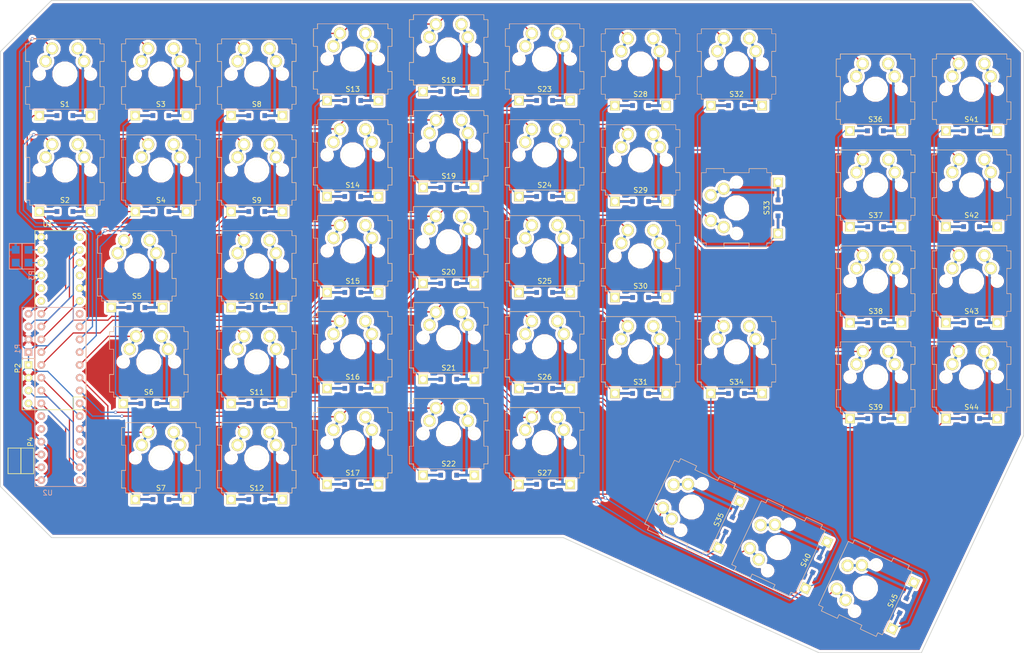
<source format=kicad_pcb>
(kicad_pcb (version 4) (host pcbnew 4.0.2+dfsg1-2~bpo8+1-stable)
  (layers (0 F.Cu signal) (31 B.Cu signal) (34 B.Paste user hide) (35 F.Paste user hide) (36 B.SilkS user) (37 F.SilkS user) (38 B.Mask user hide) (39 F.Mask user hide) (44 Edge.Cuts user))
  (net 0 "")
  (net 1 /COL0)
  (net 2 /COL1)
  (net 3 /COL2)
  (net 4 /COL3)
  (net 5 /COL4)
  (net 6 /COL5)
  (net 7 /COL6)
  (net 8 /COL7)
  (net 9 /COL8)
  (net 10 /COL9)
  (net 11 GND)
  (net 12 /VDD)
  (net 13 /ROW0)
  (net 14 /ROW1)
  (net 15 /ROW2)
  (net 16 /ROW3)
  (net 17 /ROW4)
  (net 18 /SCL_1)
  (net 19 /SDA_1)
  (net 20 /SCL_2)
  (net 21 /SDA_2)
  (net 22 /A1_1)
  (net 23 /A2_1)
  (net 24 /A1_2)
  (net 25 /A2_2)
  (net 26 /NC1)
  (module ksink_footprint:CMX (layer F.Cu) (at 76.32 94.64)
    (fp_text reference S11 (at 0 6) (layer F.SilkS))
    (fp_text value CMX hide)
    (fp_line (start 3.556 -2.54) (end 3.556 8.255) (layer B.Cu) (width 0.508))
    (fp_line (start 5.08 8.255) (end 1.905 8.255) (layer F.Cu) (width 0.508))
    (fp_line (start -5.08 8.255) (end -1.905 8.255) (layer F.Cu) (width 0.508))
    (fp_line (start 5.08 8.255) (end 1.905 8.255) (layer B.Cu) (width 0.508))
    (fp_line (start -5.08 8.255) (end -1.905 8.255) (layer B.Cu) (width 0.508))
    (fp_line (start 2.54 -5.08) (end 3.81 -2.54) (layer B.Cu) (width 0.508))
    (fp_line (start -2.54 -5.08) (end -3.81 -2.54) (layer B.Cu) (width 0.508))
    (pad "" smd rect (at 1.575 8.255) (size 0.9 0.95) (layers F.Cu F.Paste F.Mask))
    (pad "" smd rect (at -1.575 8.255) (size 0.9 0.95) (layers F.Cu F.Paste F.Mask))
    (pad "" smd rect (at 1.575 8.255) (size 0.9 0.95) (layers B.Cu B.Paste B.Mask))
    (pad "" np_thru_hole circle (at -5.08 0) (size 1.7018 1.7018) (drill 1.7018) (layers *.Cu *.Mask F.SilkS))
    (pad "" thru_hole rect (at 5.08 8.255) (size 1.9 1.9) (drill 1.2) (layers *.Cu *.Mask F.SilkS))
    (pad "" thru_hole circle (at -3.81 -2.54) (size 2.4384 2.4384) (drill 1.5494) (layers *.Cu *.Mask F.SilkS))
    (pad "" thru_hole circle (at 2.54 -5.08) (size 2.4384 2.4384) (drill 1.5494) (layers *.Cu *.Mask F.SilkS))
    (pad 1 thru_hole circle (at -2.54 -5.08) (size 2.4384 2.4384) (drill 1.5494) (layers *.Cu *.Mask F.SilkS) (net 16 /ROW3))
    (pad "" thru_hole circle (at 3.81 -2.54) (size 2.4384 2.4384) (drill 1.5494) (layers *.Cu *.Mask F.SilkS))
    (pad "" np_thru_hole circle (at 0 0) (size 4 4) (drill 4) (layers *.Cu *.Mask F.SilkS))
    (pad 2 thru_hole rect (at -5.08 8.255) (size 1.9 1.9) (drill 1.2) (layers *.Cu *.Mask F.SilkS) (net 3 /COL2))
    (pad "" np_thru_hole circle (at 5.08 0) (size 1.7018 1.7018) (drill 1.7018) (layers *.Cu *.Mask F.SilkS))
    (pad "" smd rect (at -1.575 8.255) (size 0.9 0.95) (layers B.Cu B.Paste B.Mask))
  )
  (module ksink_footprint:MCP23017_DIP (layer F.Cu) (at 37.338 86.36 180)
    (fp_text reference U1 (at 2.54 19.05 360) (layer F.SilkS))
    (fp_text value MCP23017)
    (pad 8 thru_hole circle (at -3.81 1.27 180) (size 1.524 1.524) (drill 0.762) (layers *.Cu *.Mask F.SilkS) (net 26 /NC1))
    (pad 7 thru_hole circle (at -3.81 -1.27 180) (size 1.524 1.524) (drill 0.762) (layers *.Cu *.Mask F.SilkS) (net 13 /ROW0))
    (pad 6 thru_hole circle (at -3.81 -3.81 180) (size 1.524 1.524) (drill 0.762) (layers *.Cu *.Mask F.SilkS) (net 14 /ROW1))
    (pad 5 thru_hole circle (at -3.81 -6.35 180) (size 1.524 1.524) (drill 0.762) (layers *.Cu *.Mask F.SilkS) (net 15 /ROW2))
    (pad 1 thru_hole circle (at -3.81 -16.51 180) (size 1.524 1.524) (drill 0.762) (layers *.Cu *.Mask F.SilkS) (net 10 /COL9))
    (pad 2 thru_hole circle (at -3.81 -13.97 180) (size 1.524 1.524) (drill 0.762) (layers *.Cu *.Mask F.SilkS) (net 9 /COL8))
    (pad 3 thru_hole circle (at -3.81 -11.43 180) (size 1.524 1.524) (drill 0.762) (layers *.Cu *.Mask F.SilkS) (net 17 /ROW4))
    (pad 4 thru_hole circle (at -3.81 -8.89 180) (size 1.524 1.524) (drill 0.762) (layers *.Cu *.Mask F.SilkS) (net 16 /ROW3))
    (pad 9 thru_hole circle (at -3.81 3.81 180) (size 1.524 1.524) (drill 0.762) (layers *.Cu *.Mask F.SilkS) (net 12 /VDD))
    (pad 10 thru_hole circle (at -3.81 6.35 180) (size 1.524 1.524) (drill 0.762) (layers *.Cu *.Mask F.SilkS) (net 11 GND))
    (pad 11 thru_hole circle (at -3.81 8.89 180) (size 1.524 1.524) (drill 0.762) (layers *.Cu *.Mask F.SilkS))
    (pad 12 thru_hole circle (at -3.81 11.43 180) (size 1.524 1.524) (drill 0.762) (layers *.Cu *.Mask F.SilkS) (net 18 /SCL_1))
    (pad 13 thru_hole circle (at -3.81 13.97 180) (size 1.524 1.524) (drill 0.762) (layers *.Cu *.Mask F.SilkS) (net 19 /SDA_1))
    (pad 14 thru_hole circle (at -3.81 16.51 180) (size 1.524 1.524) (drill 0.762) (layers *.Cu *.Mask F.SilkS))
    (pad 15 thru_hole circle (at 3.81 16.51 180) (size 1.524 1.524) (drill 0.762) (layers *.Cu *.Mask F.SilkS) (net 11 GND))
    (pad 16 thru_hole circle (at 3.81 13.97 180) (size 1.524 1.524) (drill 0.762) (layers *.Cu *.Mask F.SilkS) (net 22 /A1_1))
    (pad 17 thru_hole circle (at 3.81 11.43 180) (size 1.524 1.524) (drill 0.762) (layers *.Cu *.Mask F.SilkS) (net 23 /A2_1))
    (pad 18 thru_hole circle (at 3.81 8.89 180) (size 1.524 1.524) (drill 0.762) (layers *.Cu *.Mask F.SilkS) (net 12 /VDD))
    (pad 19 thru_hole circle (at 3.81 6.35 180) (size 1.524 1.524) (drill 0.762) (layers *.Cu *.Mask F.SilkS))
    (pad 20 thru_hole circle (at 3.81 3.81 180) (size 1.524 1.524) (drill 0.762) (layers *.Cu *.Mask F.SilkS))
    (pad 21 thru_hole circle (at 3.81 1.27 180) (size 1.524 1.524) (drill 0.762) (layers *.Cu *.Mask F.SilkS) (net 1 /COL0))
    (pad 22 thru_hole circle (at 3.81 -1.27 180) (size 1.524 1.524) (drill 0.762) (layers *.Cu *.Mask F.SilkS) (net 2 /COL1))
    (pad 23 thru_hole circle (at 3.81 -3.81 180) (size 1.524 1.524) (drill 0.762) (layers *.Cu *.Mask F.SilkS) (net 3 /COL2))
    (pad 24 thru_hole circle (at 3.81 -6.35 180) (size 1.524 1.524) (drill 0.762) (layers *.Cu *.Mask F.SilkS) (net 4 /COL3))
    (pad 25 thru_hole circle (at 3.81 -8.89 180) (size 1.524 1.524) (drill 0.762) (layers *.Cu *.Mask F.SilkS) (net 5 /COL4))
    (pad 26 thru_hole circle (at 3.81 -11.43 180) (size 1.524 1.524) (drill 0.762) (layers *.Cu *.Mask F.SilkS) (net 6 /COL5))
    (pad 27 thru_hole circle (at 3.81 -13.97 180) (size 1.524 1.524) (drill 0.762) (layers *.Cu *.Mask F.SilkS) (net 7 /COL6))
    (pad 28 thru_hole circle (at 3.81 -16.51 180) (size 1.524 1.524) (drill 0.762) (layers *.Cu *.Mask F.SilkS) (net 8 /COL7))
  )
  (module ksink_footprint:CONN_4X1 (layer F.Cu) (at 30.988 97.79 270)
    (fp_text reference P2 (at -1.905 2.159 270) (layer F.SilkS))
    (fp_text value CONN_01X04 hide)
    (pad 2 thru_hole circle (at 0 0 270) (size 1.524 1.524) (drill 0.762) (layers *.Cu *.Mask F.SilkS) (net 11 GND))
    (pad 1 thru_hole rect (at -2.54 0 270) (size 1.524 1.524) (drill 0.762) (layers *.Cu *.Mask F.SilkS) (net 12 /VDD))
    (pad 3 thru_hole circle (at 2.54 0 270) (size 1.524 1.524) (drill 0.762) (layers *.Cu *.Mask F.SilkS) (net 20 /SCL_2))
    (pad 4 thru_hole circle (at 5.08 0 270) (size 1.524 1.524) (drill 0.762) (layers *.Cu *.Mask F.SilkS) (net 21 /SDA_2))
  )
  (module ksink_footprint:CONN_4X1 (layer B.Cu) (at 30.988 90.17 90)
    (fp_text reference P1 (at -1.905 -2.159 90) (layer B.SilkS) (effects (justify mirror)))
    (fp_text value CONN_01X04 hide)
    (pad 2 thru_hole circle (at 0 0 90) (size 1.524 1.524) (drill 0.762) (layers *.Cu *.Mask B.SilkS) (net 11 GND))
    (pad 1 thru_hole rect (at -2.54 0 90) (size 1.524 1.524) (drill 0.762) (layers *.Cu *.Mask B.SilkS) (net 12 /VDD))
    (pad 3 thru_hole circle (at 2.54 0 90) (size 1.524 1.524) (drill 0.762) (layers *.Cu *.Mask B.SilkS) (net 18 /SCL_1))
    (pad 4 thru_hole circle (at 5.08 0 90) (size 1.524 1.524) (drill 0.762) (layers *.Cu *.Mask B.SilkS) (net 19 /SDA_1))
  )
  (module ksink_footprint:CMX (layer F.Cu) (at 38.21 37.49)
    (fp_text reference S1 (at 0 6) (layer F.SilkS))
    (fp_text value CMX hide)
    (fp_line (start 3.556 -2.54) (end 3.556 8.255) (layer B.Cu) (width 0.508))
    (fp_line (start 5.08 8.255) (end 1.905 8.255) (layer F.Cu) (width 0.508))
    (fp_line (start -5.08 8.255) (end -1.905 8.255) (layer F.Cu) (width 0.508))
    (fp_line (start 5.08 8.255) (end 1.905 8.255) (layer B.Cu) (width 0.508))
    (fp_line (start -5.08 8.255) (end -1.905 8.255) (layer B.Cu) (width 0.508))
    (fp_line (start 2.54 -5.08) (end 3.81 -2.54) (layer B.Cu) (width 0.508))
    (fp_line (start -2.54 -5.08) (end -3.81 -2.54) (layer B.Cu) (width 0.508))
    (pad "" smd rect (at 1.575 8.255) (size 0.9 0.95) (layers F.Cu F.Paste F.Mask))
    (pad "" smd rect (at -1.575 8.255) (size 0.9 0.95) (layers F.Cu F.Paste F.Mask))
    (pad "" smd rect (at 1.575 8.255) (size 0.9 0.95) (layers B.Cu B.Paste B.Mask))
    (pad "" np_thru_hole circle (at -5.08 0) (size 1.7018 1.7018) (drill 1.7018) (layers *.Cu *.Mask F.SilkS))
    (pad "" thru_hole rect (at 5.08 8.255) (size 1.9 1.9) (drill 1.2) (layers *.Cu *.Mask F.SilkS))
    (pad "" thru_hole circle (at -3.81 -2.54) (size 2.4384 2.4384) (drill 1.5494) (layers *.Cu *.Mask F.SilkS))
    (pad "" thru_hole circle (at 2.54 -5.08) (size 2.4384 2.4384) (drill 1.5494) (layers *.Cu *.Mask F.SilkS))
    (pad 1 thru_hole circle (at -2.54 -5.08) (size 2.4384 2.4384) (drill 1.5494) (layers *.Cu *.Mask F.SilkS) (net 13 /ROW0))
    (pad "" thru_hole circle (at 3.81 -2.54) (size 2.4384 2.4384) (drill 1.5494) (layers *.Cu *.Mask F.SilkS))
    (pad "" np_thru_hole circle (at 0 0) (size 4 4) (drill 4) (layers *.Cu *.Mask F.SilkS))
    (pad 2 thru_hole rect (at -5.08 8.255) (size 1.9 1.9) (drill 1.2) (layers *.Cu *.Mask F.SilkS) (net 1 /COL0))
    (pad "" np_thru_hole circle (at 5.08 0) (size 1.7018 1.7018) (drill 1.7018) (layers *.Cu *.Mask F.SilkS))
    (pad "" smd rect (at -1.575 8.255) (size 0.9 0.95) (layers B.Cu B.Paste B.Mask))
  )
  (module ksink_footprint:CMX (layer F.Cu) (at 197.15 139.55 65)
    (fp_text reference S45 (at 0 6 65) (layer F.SilkS))
    (fp_text value CMX hide)
    (fp_line (start 3.556 -2.54) (end 3.556 8.255) (layer B.Cu) (width 0.508))
    (fp_line (start 5.08 8.255) (end 1.905 8.255) (layer F.Cu) (width 0.508))
    (fp_line (start -5.08 8.255) (end -1.905 8.255) (layer F.Cu) (width 0.508))
    (fp_line (start 5.08 8.255) (end 1.905 8.255) (layer B.Cu) (width 0.508))
    (fp_line (start -5.08 8.255) (end -1.905 8.255) (layer B.Cu) (width 0.508))
    (fp_line (start 2.54 -5.08) (end 3.81 -2.54) (layer B.Cu) (width 0.508))
    (fp_line (start -2.54 -5.08) (end -3.81 -2.54) (layer B.Cu) (width 0.508))
    (pad "" smd rect (at 1.575 8.255 65) (size 0.9 0.95) (layers F.Cu F.Paste F.Mask))
    (pad "" smd rect (at -1.575 8.255 65) (size 0.9 0.95) (layers F.Cu F.Paste F.Mask))
    (pad "" smd rect (at 1.575 8.255 65) (size 0.9 0.95) (layers B.Cu B.Paste B.Mask))
    (pad "" np_thru_hole circle (at -5.08 0 65) (size 1.7018 1.7018) (drill 1.7018) (layers *.Cu *.Mask F.SilkS))
    (pad "" thru_hole rect (at 5.08 8.255 65) (size 1.9 1.9) (drill 1.2) (layers *.Cu *.Mask F.SilkS))
    (pad "" thru_hole circle (at -3.81 -2.54 65) (size 2.4384 2.4384) (drill 1.5494) (layers *.Cu *.Mask F.SilkS))
    (pad "" thru_hole circle (at 2.54 -5.08 65) (size 2.4384 2.4384) (drill 1.5494) (layers *.Cu *.Mask F.SilkS))
    (pad 1 thru_hole circle (at -2.54 -5.08 65) (size 2.4384 2.4384) (drill 1.5494) (layers *.Cu *.Mask F.SilkS) (net 17 /ROW4))
    (pad "" thru_hole circle (at 3.81 -2.54 65) (size 2.4384 2.4384) (drill 1.5494) (layers *.Cu *.Mask F.SilkS))
    (pad "" np_thru_hole circle (at 0 0 65) (size 4 4) (drill 4) (layers *.Cu *.Mask F.SilkS))
    (pad 2 thru_hole rect (at -5.08 8.255 65) (size 1.9 1.9) (drill 1.2) (layers *.Cu *.Mask F.SilkS) (net 9 /COL8))
    (pad "" np_thru_hole circle (at 5.08 0 65) (size 1.7018 1.7018) (drill 1.7018) (layers *.Cu *.Mask F.SilkS))
    (pad "" smd rect (at -1.575 8.255 65) (size 0.9 0.95) (layers B.Cu B.Paste B.Mask))
  )
  (module ksink_footprint:CMX (layer F.Cu) (at 218.24442 97.63506)
    (fp_text reference S44 (at 0 6) (layer F.SilkS))
    (fp_text value CMX hide)
    (fp_line (start 3.556 -2.54) (end 3.556 8.255) (layer B.Cu) (width 0.508))
    (fp_line (start 5.08 8.255) (end 1.905 8.255) (layer F.Cu) (width 0.508))
    (fp_line (start -5.08 8.255) (end -1.905 8.255) (layer F.Cu) (width 0.508))
    (fp_line (start 5.08 8.255) (end 1.905 8.255) (layer B.Cu) (width 0.508))
    (fp_line (start -5.08 8.255) (end -1.905 8.255) (layer B.Cu) (width 0.508))
    (fp_line (start 2.54 -5.08) (end 3.81 -2.54) (layer B.Cu) (width 0.508))
    (fp_line (start -2.54 -5.08) (end -3.81 -2.54) (layer B.Cu) (width 0.508))
    (pad "" smd rect (at 1.575 8.255) (size 0.9 0.95) (layers F.Cu F.Paste F.Mask))
    (pad "" smd rect (at -1.575 8.255) (size 0.9 0.95) (layers F.Cu F.Paste F.Mask))
    (pad "" smd rect (at 1.575 8.255) (size 0.9 0.95) (layers B.Cu B.Paste B.Mask))
    (pad "" np_thru_hole circle (at -5.08 0) (size 1.7018 1.7018) (drill 1.7018) (layers *.Cu *.Mask F.SilkS))
    (pad "" thru_hole rect (at 5.08 8.255) (size 1.9 1.9) (drill 1.2) (layers *.Cu *.Mask F.SilkS))
    (pad "" thru_hole circle (at -3.81 -2.54) (size 2.4384 2.4384) (drill 1.5494) (layers *.Cu *.Mask F.SilkS))
    (pad "" thru_hole circle (at 2.54 -5.08) (size 2.4384 2.4384) (drill 1.5494) (layers *.Cu *.Mask F.SilkS))
    (pad 1 thru_hole circle (at -2.54 -5.08) (size 2.4384 2.4384) (drill 1.5494) (layers *.Cu *.Mask F.SilkS) (net 16 /ROW3))
    (pad "" thru_hole circle (at 3.81 -2.54) (size 2.4384 2.4384) (drill 1.5494) (layers *.Cu *.Mask F.SilkS))
    (pad "" np_thru_hole circle (at 0 0) (size 4 4) (drill 4) (layers *.Cu *.Mask F.SilkS))
    (pad 2 thru_hole rect (at -5.08 8.255) (size 1.9 1.9) (drill 1.2) (layers *.Cu *.Mask F.SilkS) (net 10 /COL9))
    (pad "" np_thru_hole circle (at 5.08 0) (size 1.7018 1.7018) (drill 1.7018) (layers *.Cu *.Mask F.SilkS))
    (pad "" smd rect (at -1.575 8.255) (size 0.9 0.95) (layers B.Cu B.Paste B.Mask))
  )
  (module ksink_footprint:CMX (layer F.Cu) (at 218.25 78.6)
    (fp_text reference S43 (at 0 6) (layer F.SilkS))
    (fp_text value CMX hide)
    (fp_line (start 3.556 -2.54) (end 3.556 8.255) (layer B.Cu) (width 0.508))
    (fp_line (start 5.08 8.255) (end 1.905 8.255) (layer F.Cu) (width 0.508))
    (fp_line (start -5.08 8.255) (end -1.905 8.255) (layer F.Cu) (width 0.508))
    (fp_line (start 5.08 8.255) (end 1.905 8.255) (layer B.Cu) (width 0.508))
    (fp_line (start -5.08 8.255) (end -1.905 8.255) (layer B.Cu) (width 0.508))
    (fp_line (start 2.54 -5.08) (end 3.81 -2.54) (layer B.Cu) (width 0.508))
    (fp_line (start -2.54 -5.08) (end -3.81 -2.54) (layer B.Cu) (width 0.508))
    (pad "" smd rect (at 1.575 8.255) (size 0.9 0.95) (layers F.Cu F.Paste F.Mask))
    (pad "" smd rect (at -1.575 8.255) (size 0.9 0.95) (layers F.Cu F.Paste F.Mask))
    (pad "" smd rect (at 1.575 8.255) (size 0.9 0.95) (layers B.Cu B.Paste B.Mask))
    (pad "" np_thru_hole circle (at -5.08 0) (size 1.7018 1.7018) (drill 1.7018) (layers *.Cu *.Mask F.SilkS))
    (pad "" thru_hole rect (at 5.08 8.255) (size 1.9 1.9) (drill 1.2) (layers *.Cu *.Mask F.SilkS))
    (pad "" thru_hole circle (at -3.81 -2.54) (size 2.4384 2.4384) (drill 1.5494) (layers *.Cu *.Mask F.SilkS))
    (pad "" thru_hole circle (at 2.54 -5.08) (size 2.4384 2.4384) (drill 1.5494) (layers *.Cu *.Mask F.SilkS))
    (pad 1 thru_hole circle (at -2.54 -5.08) (size 2.4384 2.4384) (drill 1.5494) (layers *.Cu *.Mask F.SilkS) (net 15 /ROW2))
    (pad "" thru_hole circle (at 3.81 -2.54) (size 2.4384 2.4384) (drill 1.5494) (layers *.Cu *.Mask F.SilkS))
    (pad "" np_thru_hole circle (at 0 0) (size 4 4) (drill 4) (layers *.Cu *.Mask F.SilkS))
    (pad 2 thru_hole rect (at -5.08 8.255) (size 1.9 1.9) (drill 1.2) (layers *.Cu *.Mask F.SilkS) (net 10 /COL9))
    (pad "" np_thru_hole circle (at 5.08 0) (size 1.7018 1.7018) (drill 1.7018) (layers *.Cu *.Mask F.SilkS))
    (pad "" smd rect (at -1.575 8.255) (size 0.9 0.95) (layers B.Cu B.Paste B.Mask))
  )
  (module ksink_footprint:CMX (layer F.Cu) (at 218.24442 59.53506)
    (fp_text reference S42 (at 0 6) (layer F.SilkS))
    (fp_text value CMX hide)
    (fp_line (start 3.556 -2.54) (end 3.556 8.255) (layer B.Cu) (width 0.508))
    (fp_line (start 5.08 8.255) (end 1.905 8.255) (layer F.Cu) (width 0.508))
    (fp_line (start -5.08 8.255) (end -1.905 8.255) (layer F.Cu) (width 0.508))
    (fp_line (start 5.08 8.255) (end 1.905 8.255) (layer B.Cu) (width 0.508))
    (fp_line (start -5.08 8.255) (end -1.905 8.255) (layer B.Cu) (width 0.508))
    (fp_line (start 2.54 -5.08) (end 3.81 -2.54) (layer B.Cu) (width 0.508))
    (fp_line (start -2.54 -5.08) (end -3.81 -2.54) (layer B.Cu) (width 0.508))
    (pad "" smd rect (at 1.575 8.255) (size 0.9 0.95) (layers F.Cu F.Paste F.Mask))
    (pad "" smd rect (at -1.575 8.255) (size 0.9 0.95) (layers F.Cu F.Paste F.Mask))
    (pad "" smd rect (at 1.575 8.255) (size 0.9 0.95) (layers B.Cu B.Paste B.Mask))
    (pad "" np_thru_hole circle (at -5.08 0) (size 1.7018 1.7018) (drill 1.7018) (layers *.Cu *.Mask F.SilkS))
    (pad "" thru_hole rect (at 5.08 8.255) (size 1.9 1.9) (drill 1.2) (layers *.Cu *.Mask F.SilkS))
    (pad "" thru_hole circle (at -3.81 -2.54) (size 2.4384 2.4384) (drill 1.5494) (layers *.Cu *.Mask F.SilkS))
    (pad "" thru_hole circle (at 2.54 -5.08) (size 2.4384 2.4384) (drill 1.5494) (layers *.Cu *.Mask F.SilkS))
    (pad 1 thru_hole circle (at -2.54 -5.08) (size 2.4384 2.4384) (drill 1.5494) (layers *.Cu *.Mask F.SilkS) (net 14 /ROW1))
    (pad "" thru_hole circle (at 3.81 -2.54) (size 2.4384 2.4384) (drill 1.5494) (layers *.Cu *.Mask F.SilkS))
    (pad "" np_thru_hole circle (at 0 0) (size 4 4) (drill 4) (layers *.Cu *.Mask F.SilkS))
    (pad 2 thru_hole rect (at -5.08 8.255) (size 1.9 1.9) (drill 1.2) (layers *.Cu *.Mask F.SilkS) (net 10 /COL9))
    (pad "" np_thru_hole circle (at 5.08 0) (size 1.7018 1.7018) (drill 1.7018) (layers *.Cu *.Mask F.SilkS))
    (pad "" smd rect (at -1.575 8.255) (size 0.9 0.95) (layers B.Cu B.Paste B.Mask))
  )
  (module ksink_footprint:CMX (layer F.Cu) (at 218.25 40.5)
    (fp_text reference S41 (at 0 6) (layer F.SilkS))
    (fp_text value CMX hide)
    (fp_line (start 3.556 -2.54) (end 3.556 8.255) (layer B.Cu) (width 0.508))
    (fp_line (start 5.08 8.255) (end 1.905 8.255) (layer F.Cu) (width 0.508))
    (fp_line (start -5.08 8.255) (end -1.905 8.255) (layer F.Cu) (width 0.508))
    (fp_line (start 5.08 8.255) (end 1.905 8.255) (layer B.Cu) (width 0.508))
    (fp_line (start -5.08 8.255) (end -1.905 8.255) (layer B.Cu) (width 0.508))
    (fp_line (start 2.54 -5.08) (end 3.81 -2.54) (layer B.Cu) (width 0.508))
    (fp_line (start -2.54 -5.08) (end -3.81 -2.54) (layer B.Cu) (width 0.508))
    (pad "" smd rect (at 1.575 8.255) (size 0.9 0.95) (layers F.Cu F.Paste F.Mask))
    (pad "" smd rect (at -1.575 8.255) (size 0.9 0.95) (layers F.Cu F.Paste F.Mask))
    (pad "" smd rect (at 1.575 8.255) (size 0.9 0.95) (layers B.Cu B.Paste B.Mask))
    (pad "" np_thru_hole circle (at -5.08 0) (size 1.7018 1.7018) (drill 1.7018) (layers *.Cu *.Mask F.SilkS))
    (pad "" thru_hole rect (at 5.08 8.255) (size 1.9 1.9) (drill 1.2) (layers *.Cu *.Mask F.SilkS))
    (pad "" thru_hole circle (at -3.81 -2.54) (size 2.4384 2.4384) (drill 1.5494) (layers *.Cu *.Mask F.SilkS))
    (pad "" thru_hole circle (at 2.54 -5.08) (size 2.4384 2.4384) (drill 1.5494) (layers *.Cu *.Mask F.SilkS))
    (pad 1 thru_hole circle (at -2.54 -5.08) (size 2.4384 2.4384) (drill 1.5494) (layers *.Cu *.Mask F.SilkS) (net 13 /ROW0))
    (pad "" thru_hole circle (at 3.81 -2.54) (size 2.4384 2.4384) (drill 1.5494) (layers *.Cu *.Mask F.SilkS))
    (pad "" np_thru_hole circle (at 0 0) (size 4 4) (drill 4) (layers *.Cu *.Mask F.SilkS))
    (pad 2 thru_hole rect (at -5.08 8.255) (size 1.9 1.9) (drill 1.2) (layers *.Cu *.Mask F.SilkS) (net 10 /COL9))
    (pad "" np_thru_hole circle (at 5.08 0) (size 1.7018 1.7018) (drill 1.7018) (layers *.Cu *.Mask F.SilkS))
    (pad "" smd rect (at -1.575 8.255) (size 0.9 0.95) (layers B.Cu B.Paste B.Mask))
  )
  (module ksink_footprint:CMX (layer F.Cu) (at 179.89 131.5 65)
    (fp_text reference S40 (at 0 6 65) (layer F.SilkS))
    (fp_text value CMX hide)
    (fp_line (start 3.556 -2.54) (end 3.556 8.255) (layer B.Cu) (width 0.508))
    (fp_line (start 5.08 8.255) (end 1.905 8.255) (layer F.Cu) (width 0.508))
    (fp_line (start -5.08 8.255) (end -1.905 8.255) (layer F.Cu) (width 0.508))
    (fp_line (start 5.08 8.255) (end 1.905 8.255) (layer B.Cu) (width 0.508))
    (fp_line (start -5.08 8.255) (end -1.905 8.255) (layer B.Cu) (width 0.508))
    (fp_line (start 2.54 -5.08) (end 3.81 -2.54) (layer B.Cu) (width 0.508))
    (fp_line (start -2.54 -5.08) (end -3.81 -2.54) (layer B.Cu) (width 0.508))
    (pad "" smd rect (at 1.575 8.255 65) (size 0.9 0.95) (layers F.Cu F.Paste F.Mask))
    (pad "" smd rect (at -1.575 8.255 65) (size 0.9 0.95) (layers F.Cu F.Paste F.Mask))
    (pad "" smd rect (at 1.575 8.255 65) (size 0.9 0.95) (layers B.Cu B.Paste B.Mask))
    (pad "" np_thru_hole circle (at -5.08 0 65) (size 1.7018 1.7018) (drill 1.7018) (layers *.Cu *.Mask F.SilkS))
    (pad "" thru_hole rect (at 5.08 8.255 65) (size 1.9 1.9) (drill 1.2) (layers *.Cu *.Mask F.SilkS))
    (pad "" thru_hole circle (at -3.81 -2.54 65) (size 2.4384 2.4384) (drill 1.5494) (layers *.Cu *.Mask F.SilkS))
    (pad "" thru_hole circle (at 2.54 -5.08 65) (size 2.4384 2.4384) (drill 1.5494) (layers *.Cu *.Mask F.SilkS))
    (pad 1 thru_hole circle (at -2.54 -5.08 65) (size 2.4384 2.4384) (drill 1.5494) (layers *.Cu *.Mask F.SilkS) (net 17 /ROW4))
    (pad "" thru_hole circle (at 3.81 -2.54 65) (size 2.4384 2.4384) (drill 1.5494) (layers *.Cu *.Mask F.SilkS))
    (pad "" np_thru_hole circle (at 0 0 65) (size 4 4) (drill 4) (layers *.Cu *.Mask F.SilkS))
    (pad 2 thru_hole rect (at -5.08 8.255 65) (size 1.9 1.9) (drill 1.2) (layers *.Cu *.Mask F.SilkS) (net 8 /COL7))
    (pad "" np_thru_hole circle (at 5.08 0 65) (size 1.7018 1.7018) (drill 1.7018) (layers *.Cu *.Mask F.SilkS))
    (pad "" smd rect (at -1.575 8.255 65) (size 0.9 0.95) (layers B.Cu B.Paste B.Mask))
  )
  (module ksink_footprint:CMX (layer F.Cu) (at 199.20204 97.64268)
    (fp_text reference S39 (at 0 6) (layer F.SilkS))
    (fp_text value CMX hide)
    (fp_line (start 3.556 -2.54) (end 3.556 8.255) (layer B.Cu) (width 0.508))
    (fp_line (start 5.08 8.255) (end 1.905 8.255) (layer F.Cu) (width 0.508))
    (fp_line (start -5.08 8.255) (end -1.905 8.255) (layer F.Cu) (width 0.508))
    (fp_line (start 5.08 8.255) (end 1.905 8.255) (layer B.Cu) (width 0.508))
    (fp_line (start -5.08 8.255) (end -1.905 8.255) (layer B.Cu) (width 0.508))
    (fp_line (start 2.54 -5.08) (end 3.81 -2.54) (layer B.Cu) (width 0.508))
    (fp_line (start -2.54 -5.08) (end -3.81 -2.54) (layer B.Cu) (width 0.508))
    (pad "" smd rect (at 1.575 8.255) (size 0.9 0.95) (layers F.Cu F.Paste F.Mask))
    (pad "" smd rect (at -1.575 8.255) (size 0.9 0.95) (layers F.Cu F.Paste F.Mask))
    (pad "" smd rect (at 1.575 8.255) (size 0.9 0.95) (layers B.Cu B.Paste B.Mask))
    (pad "" np_thru_hole circle (at -5.08 0) (size 1.7018 1.7018) (drill 1.7018) (layers *.Cu *.Mask F.SilkS))
    (pad "" thru_hole rect (at 5.08 8.255) (size 1.9 1.9) (drill 1.2) (layers *.Cu *.Mask F.SilkS))
    (pad "" thru_hole circle (at -3.81 -2.54) (size 2.4384 2.4384) (drill 1.5494) (layers *.Cu *.Mask F.SilkS))
    (pad "" thru_hole circle (at 2.54 -5.08) (size 2.4384 2.4384) (drill 1.5494) (layers *.Cu *.Mask F.SilkS))
    (pad 1 thru_hole circle (at -2.54 -5.08) (size 2.4384 2.4384) (drill 1.5494) (layers *.Cu *.Mask F.SilkS) (net 16 /ROW3))
    (pad "" thru_hole circle (at 3.81 -2.54) (size 2.4384 2.4384) (drill 1.5494) (layers *.Cu *.Mask F.SilkS))
    (pad "" np_thru_hole circle (at 0 0) (size 4 4) (drill 4) (layers *.Cu *.Mask F.SilkS))
    (pad 2 thru_hole rect (at -5.08 8.255) (size 1.9 1.9) (drill 1.2) (layers *.Cu *.Mask F.SilkS) (net 9 /COL8))
    (pad "" np_thru_hole circle (at 5.08 0) (size 1.7018 1.7018) (drill 1.7018) (layers *.Cu *.Mask F.SilkS))
    (pad "" smd rect (at -1.575 8.255) (size 0.9 0.95) (layers B.Cu B.Paste B.Mask))
  )
  (module ksink_footprint:CMX (layer F.Cu) (at 199.2 78.6)
    (fp_text reference S38 (at 0 6) (layer F.SilkS))
    (fp_text value CMX hide)
    (fp_line (start 3.556 -2.54) (end 3.556 8.255) (layer B.Cu) (width 0.508))
    (fp_line (start 5.08 8.255) (end 1.905 8.255) (layer F.Cu) (width 0.508))
    (fp_line (start -5.08 8.255) (end -1.905 8.255) (layer F.Cu) (width 0.508))
    (fp_line (start 5.08 8.255) (end 1.905 8.255) (layer B.Cu) (width 0.508))
    (fp_line (start -5.08 8.255) (end -1.905 8.255) (layer B.Cu) (width 0.508))
    (fp_line (start 2.54 -5.08) (end 3.81 -2.54) (layer B.Cu) (width 0.508))
    (fp_line (start -2.54 -5.08) (end -3.81 -2.54) (layer B.Cu) (width 0.508))
    (pad "" smd rect (at 1.575 8.255) (size 0.9 0.95) (layers F.Cu F.Paste F.Mask))
    (pad "" smd rect (at -1.575 8.255) (size 0.9 0.95) (layers F.Cu F.Paste F.Mask))
    (pad "" smd rect (at 1.575 8.255) (size 0.9 0.95) (layers B.Cu B.Paste B.Mask))
    (pad "" np_thru_hole circle (at -5.08 0) (size 1.7018 1.7018) (drill 1.7018) (layers *.Cu *.Mask F.SilkS))
    (pad "" thru_hole rect (at 5.08 8.255) (size 1.9 1.9) (drill 1.2) (layers *.Cu *.Mask F.SilkS))
    (pad "" thru_hole circle (at -3.81 -2.54) (size 2.4384 2.4384) (drill 1.5494) (layers *.Cu *.Mask F.SilkS))
    (pad "" thru_hole circle (at 2.54 -5.08) (size 2.4384 2.4384) (drill 1.5494) (layers *.Cu *.Mask F.SilkS))
    (pad 1 thru_hole circle (at -2.54 -5.08) (size 2.4384 2.4384) (drill 1.5494) (layers *.Cu *.Mask F.SilkS) (net 15 /ROW2))
    (pad "" thru_hole circle (at 3.81 -2.54) (size 2.4384 2.4384) (drill 1.5494) (layers *.Cu *.Mask F.SilkS))
    (pad "" np_thru_hole circle (at 0 0) (size 4 4) (drill 4) (layers *.Cu *.Mask F.SilkS))
    (pad 2 thru_hole rect (at -5.08 8.255) (size 1.9 1.9) (drill 1.2) (layers *.Cu *.Mask F.SilkS) (net 9 /COL8))
    (pad "" np_thru_hole circle (at 5.08 0) (size 1.7018 1.7018) (drill 1.7018) (layers *.Cu *.Mask F.SilkS))
    (pad "" smd rect (at -1.575 8.255) (size 0.9 0.95) (layers B.Cu B.Paste B.Mask))
  )
  (module ksink_footprint:CMX (layer F.Cu) (at 199.2 59.55)
    (fp_text reference S37 (at 0 6) (layer F.SilkS))
    (fp_text value CMX hide)
    (fp_line (start 3.556 -2.54) (end 3.556 8.255) (layer B.Cu) (width 0.508))
    (fp_line (start 5.08 8.255) (end 1.905 8.255) (layer F.Cu) (width 0.508))
    (fp_line (start -5.08 8.255) (end -1.905 8.255) (layer F.Cu) (width 0.508))
    (fp_line (start 5.08 8.255) (end 1.905 8.255) (layer B.Cu) (width 0.508))
    (fp_line (start -5.08 8.255) (end -1.905 8.255) (layer B.Cu) (width 0.508))
    (fp_line (start 2.54 -5.08) (end 3.81 -2.54) (layer B.Cu) (width 0.508))
    (fp_line (start -2.54 -5.08) (end -3.81 -2.54) (layer B.Cu) (width 0.508))
    (pad "" smd rect (at 1.575 8.255) (size 0.9 0.95) (layers F.Cu F.Paste F.Mask))
    (pad "" smd rect (at -1.575 8.255) (size 0.9 0.95) (layers F.Cu F.Paste F.Mask))
    (pad "" smd rect (at 1.575 8.255) (size 0.9 0.95) (layers B.Cu B.Paste B.Mask))
    (pad "" np_thru_hole circle (at -5.08 0) (size 1.7018 1.7018) (drill 1.7018) (layers *.Cu *.Mask F.SilkS))
    (pad "" thru_hole rect (at 5.08 8.255) (size 1.9 1.9) (drill 1.2) (layers *.Cu *.Mask F.SilkS))
    (pad "" thru_hole circle (at -3.81 -2.54) (size 2.4384 2.4384) (drill 1.5494) (layers *.Cu *.Mask F.SilkS))
    (pad "" thru_hole circle (at 2.54 -5.08) (size 2.4384 2.4384) (drill 1.5494) (layers *.Cu *.Mask F.SilkS))
    (pad 1 thru_hole circle (at -2.54 -5.08) (size 2.4384 2.4384) (drill 1.5494) (layers *.Cu *.Mask F.SilkS) (net 14 /ROW1))
    (pad "" thru_hole circle (at 3.81 -2.54) (size 2.4384 2.4384) (drill 1.5494) (layers *.Cu *.Mask F.SilkS))
    (pad "" np_thru_hole circle (at 0 0) (size 4 4) (drill 4) (layers *.Cu *.Mask F.SilkS))
    (pad 2 thru_hole rect (at -5.08 8.255) (size 1.9 1.9) (drill 1.2) (layers *.Cu *.Mask F.SilkS) (net 9 /COL8))
    (pad "" np_thru_hole circle (at 5.08 0) (size 1.7018 1.7018) (drill 1.7018) (layers *.Cu *.Mask F.SilkS))
    (pad "" smd rect (at -1.575 8.255) (size 0.9 0.95) (layers B.Cu B.Paste B.Mask))
  )
  (module ksink_footprint:CMX (layer F.Cu) (at 199.15 40.5)
    (fp_text reference S36 (at 0 6) (layer F.SilkS))
    (fp_text value CMX hide)
    (fp_line (start 3.556 -2.54) (end 3.556 8.255) (layer B.Cu) (width 0.508))
    (fp_line (start 5.08 8.255) (end 1.905 8.255) (layer F.Cu) (width 0.508))
    (fp_line (start -5.08 8.255) (end -1.905 8.255) (layer F.Cu) (width 0.508))
    (fp_line (start 5.08 8.255) (end 1.905 8.255) (layer B.Cu) (width 0.508))
    (fp_line (start -5.08 8.255) (end -1.905 8.255) (layer B.Cu) (width 0.508))
    (fp_line (start 2.54 -5.08) (end 3.81 -2.54) (layer B.Cu) (width 0.508))
    (fp_line (start -2.54 -5.08) (end -3.81 -2.54) (layer B.Cu) (width 0.508))
    (pad "" smd rect (at 1.575 8.255) (size 0.9 0.95) (layers F.Cu F.Paste F.Mask))
    (pad "" smd rect (at -1.575 8.255) (size 0.9 0.95) (layers F.Cu F.Paste F.Mask))
    (pad "" smd rect (at 1.575 8.255) (size 0.9 0.95) (layers B.Cu B.Paste B.Mask))
    (pad "" np_thru_hole circle (at -5.08 0) (size 1.7018 1.7018) (drill 1.7018) (layers *.Cu *.Mask F.SilkS))
    (pad "" thru_hole rect (at 5.08 8.255) (size 1.9 1.9) (drill 1.2) (layers *.Cu *.Mask F.SilkS))
    (pad "" thru_hole circle (at -3.81 -2.54) (size 2.4384 2.4384) (drill 1.5494) (layers *.Cu *.Mask F.SilkS))
    (pad "" thru_hole circle (at 2.54 -5.08) (size 2.4384 2.4384) (drill 1.5494) (layers *.Cu *.Mask F.SilkS))
    (pad 1 thru_hole circle (at -2.54 -5.08) (size 2.4384 2.4384) (drill 1.5494) (layers *.Cu *.Mask F.SilkS) (net 13 /ROW0))
    (pad "" thru_hole circle (at 3.81 -2.54) (size 2.4384 2.4384) (drill 1.5494) (layers *.Cu *.Mask F.SilkS))
    (pad "" np_thru_hole circle (at 0 0) (size 4 4) (drill 4) (layers *.Cu *.Mask F.SilkS))
    (pad 2 thru_hole rect (at -5.08 8.255) (size 1.9 1.9) (drill 1.2) (layers *.Cu *.Mask F.SilkS) (net 9 /COL8))
    (pad "" np_thru_hole circle (at 5.08 0) (size 1.7018 1.7018) (drill 1.7018) (layers *.Cu *.Mask F.SilkS))
    (pad "" smd rect (at -1.575 8.255) (size 0.9 0.95) (layers B.Cu B.Paste B.Mask))
  )
  (module ksink_footprint:CMX (layer F.Cu) (at 171.56 92.64)
    (fp_text reference S34 (at 0 6) (layer F.SilkS))
    (fp_text value CMX hide)
    (fp_line (start 3.556 -2.54) (end 3.556 8.255) (layer B.Cu) (width 0.508))
    (fp_line (start 5.08 8.255) (end 1.905 8.255) (layer F.Cu) (width 0.508))
    (fp_line (start -5.08 8.255) (end -1.905 8.255) (layer F.Cu) (width 0.508))
    (fp_line (start 5.08 8.255) (end 1.905 8.255) (layer B.Cu) (width 0.508))
    (fp_line (start -5.08 8.255) (end -1.905 8.255) (layer B.Cu) (width 0.508))
    (fp_line (start 2.54 -5.08) (end 3.81 -2.54) (layer B.Cu) (width 0.508))
    (fp_line (start -2.54 -5.08) (end -3.81 -2.54) (layer B.Cu) (width 0.508))
    (pad "" smd rect (at 1.575 8.255) (size 0.9 0.95) (layers F.Cu F.Paste F.Mask))
    (pad "" smd rect (at -1.575 8.255) (size 0.9 0.95) (layers F.Cu F.Paste F.Mask))
    (pad "" smd rect (at 1.575 8.255) (size 0.9 0.95) (layers B.Cu B.Paste B.Mask))
    (pad "" np_thru_hole circle (at -5.08 0) (size 1.7018 1.7018) (drill 1.7018) (layers *.Cu *.Mask F.SilkS))
    (pad "" thru_hole rect (at 5.08 8.255) (size 1.9 1.9) (drill 1.2) (layers *.Cu *.Mask F.SilkS))
    (pad "" thru_hole circle (at -3.81 -2.54) (size 2.4384 2.4384) (drill 1.5494) (layers *.Cu *.Mask F.SilkS))
    (pad "" thru_hole circle (at 2.54 -5.08) (size 2.4384 2.4384) (drill 1.5494) (layers *.Cu *.Mask F.SilkS))
    (pad 1 thru_hole circle (at -2.54 -5.08) (size 2.4384 2.4384) (drill 1.5494) (layers *.Cu *.Mask F.SilkS) (net 16 /ROW3))
    (pad "" thru_hole circle (at 3.81 -2.54) (size 2.4384 2.4384) (drill 1.5494) (layers *.Cu *.Mask F.SilkS))
    (pad "" np_thru_hole circle (at 0 0) (size 4 4) (drill 4) (layers *.Cu *.Mask F.SilkS))
    (pad 2 thru_hole rect (at -5.08 8.255) (size 1.9 1.9) (drill 1.2) (layers *.Cu *.Mask F.SilkS) (net 8 /COL7))
    (pad "" np_thru_hole circle (at 5.08 0) (size 1.7018 1.7018) (drill 1.7018) (layers *.Cu *.Mask F.SilkS))
    (pad "" smd rect (at -1.575 8.255) (size 0.9 0.95) (layers B.Cu B.Paste B.Mask))
  )
  (module ksink_footprint:CMX (layer F.Cu) (at 171.5643 64.06134 90)
    (fp_text reference S33 (at 0 6 90) (layer F.SilkS))
    (fp_text value CMX hide)
    (fp_line (start 3.556 -2.54) (end 3.556 8.255) (layer B.Cu) (width 0.508))
    (fp_line (start 5.08 8.255) (end 1.905 8.255) (layer F.Cu) (width 0.508))
    (fp_line (start -5.08 8.255) (end -1.905 8.255) (layer F.Cu) (width 0.508))
    (fp_line (start 5.08 8.255) (end 1.905 8.255) (layer B.Cu) (width 0.508))
    (fp_line (start -5.08 8.255) (end -1.905 8.255) (layer B.Cu) (width 0.508))
    (fp_line (start 2.54 -5.08) (end 3.81 -2.54) (layer B.Cu) (width 0.508))
    (fp_line (start -2.54 -5.08) (end -3.81 -2.54) (layer B.Cu) (width 0.508))
    (pad "" smd rect (at 1.575 8.255 90) (size 0.9 0.95) (layers F.Cu F.Paste F.Mask))
    (pad "" smd rect (at -1.575 8.255 90) (size 0.9 0.95) (layers F.Cu F.Paste F.Mask))
    (pad "" smd rect (at 1.575 8.255 90) (size 0.9 0.95) (layers B.Cu B.Paste B.Mask))
    (pad "" np_thru_hole circle (at -5.08 0 90) (size 1.7018 1.7018) (drill 1.7018) (layers *.Cu *.Mask F.SilkS))
    (pad "" thru_hole rect (at 5.08 8.255 90) (size 1.9 1.9) (drill 1.2) (layers *.Cu *.Mask F.SilkS))
    (pad "" thru_hole circle (at -3.81 -2.54 90) (size 2.4384 2.4384) (drill 1.5494) (layers *.Cu *.Mask F.SilkS))
    (pad "" thru_hole circle (at 2.54 -5.08 90) (size 2.4384 2.4384) (drill 1.5494) (layers *.Cu *.Mask F.SilkS))
    (pad 1 thru_hole circle (at -2.54 -5.08 90) (size 2.4384 2.4384) (drill 1.5494) (layers *.Cu *.Mask F.SilkS) (net 14 /ROW1))
    (pad "" thru_hole circle (at 3.81 -2.54 90) (size 2.4384 2.4384) (drill 1.5494) (layers *.Cu *.Mask F.SilkS))
    (pad "" np_thru_hole circle (at 0 0 90) (size 4 4) (drill 4) (layers *.Cu *.Mask F.SilkS))
    (pad 2 thru_hole rect (at -5.08 8.255 90) (size 1.9 1.9) (drill 1.2) (layers *.Cu *.Mask F.SilkS) (net 8 /COL7))
    (pad "" np_thru_hole circle (at 5.08 0 90) (size 1.7018 1.7018) (drill 1.7018) (layers *.Cu *.Mask F.SilkS))
    (pad "" smd rect (at -1.575 8.255 90) (size 0.9 0.95) (layers B.Cu B.Paste B.Mask))
  )
  (module ksink_footprint:CMX (layer F.Cu) (at 171.57 35.49)
    (fp_text reference S32 (at 0 6) (layer F.SilkS))
    (fp_text value CMX hide)
    (fp_line (start 3.556 -2.54) (end 3.556 8.255) (layer B.Cu) (width 0.508))
    (fp_line (start 5.08 8.255) (end 1.905 8.255) (layer F.Cu) (width 0.508))
    (fp_line (start -5.08 8.255) (end -1.905 8.255) (layer F.Cu) (width 0.508))
    (fp_line (start 5.08 8.255) (end 1.905 8.255) (layer B.Cu) (width 0.508))
    (fp_line (start -5.08 8.255) (end -1.905 8.255) (layer B.Cu) (width 0.508))
    (fp_line (start 2.54 -5.08) (end 3.81 -2.54) (layer B.Cu) (width 0.508))
    (fp_line (start -2.54 -5.08) (end -3.81 -2.54) (layer B.Cu) (width 0.508))
    (pad "" smd rect (at 1.575 8.255) (size 0.9 0.95) (layers F.Cu F.Paste F.Mask))
    (pad "" smd rect (at -1.575 8.255) (size 0.9 0.95) (layers F.Cu F.Paste F.Mask))
    (pad "" smd rect (at 1.575 8.255) (size 0.9 0.95) (layers B.Cu B.Paste B.Mask))
    (pad "" np_thru_hole circle (at -5.08 0) (size 1.7018 1.7018) (drill 1.7018) (layers *.Cu *.Mask F.SilkS))
    (pad "" thru_hole rect (at 5.08 8.255) (size 1.9 1.9) (drill 1.2) (layers *.Cu *.Mask F.SilkS))
    (pad "" thru_hole circle (at -3.81 -2.54) (size 2.4384 2.4384) (drill 1.5494) (layers *.Cu *.Mask F.SilkS))
    (pad "" thru_hole circle (at 2.54 -5.08) (size 2.4384 2.4384) (drill 1.5494) (layers *.Cu *.Mask F.SilkS))
    (pad 1 thru_hole circle (at -2.54 -5.08) (size 2.4384 2.4384) (drill 1.5494) (layers *.Cu *.Mask F.SilkS) (net 13 /ROW0))
    (pad "" thru_hole circle (at 3.81 -2.54) (size 2.4384 2.4384) (drill 1.5494) (layers *.Cu *.Mask F.SilkS))
    (pad "" np_thru_hole circle (at 0 0) (size 4 4) (drill 4) (layers *.Cu *.Mask F.SilkS))
    (pad 2 thru_hole rect (at -5.08 8.255) (size 1.9 1.9) (drill 1.2) (layers *.Cu *.Mask F.SilkS) (net 8 /COL7))
    (pad "" np_thru_hole circle (at 5.08 0) (size 1.7018 1.7018) (drill 1.7018) (layers *.Cu *.Mask F.SilkS))
    (pad "" smd rect (at -1.575 8.255) (size 0.9 0.95) (layers B.Cu B.Paste B.Mask))
  )
  (module ksink_footprint:CMX (layer F.Cu) (at 152.51 92.64)
    (fp_text reference S31 (at 0 6) (layer F.SilkS))
    (fp_text value CMX hide)
    (fp_line (start 3.556 -2.54) (end 3.556 8.255) (layer B.Cu) (width 0.508))
    (fp_line (start 5.08 8.255) (end 1.905 8.255) (layer F.Cu) (width 0.508))
    (fp_line (start -5.08 8.255) (end -1.905 8.255) (layer F.Cu) (width 0.508))
    (fp_line (start 5.08 8.255) (end 1.905 8.255) (layer B.Cu) (width 0.508))
    (fp_line (start -5.08 8.255) (end -1.905 8.255) (layer B.Cu) (width 0.508))
    (fp_line (start 2.54 -5.08) (end 3.81 -2.54) (layer B.Cu) (width 0.508))
    (fp_line (start -2.54 -5.08) (end -3.81 -2.54) (layer B.Cu) (width 0.508))
    (pad "" smd rect (at 1.575 8.255) (size 0.9 0.95) (layers F.Cu F.Paste F.Mask))
    (pad "" smd rect (at -1.575 8.255) (size 0.9 0.95) (layers F.Cu F.Paste F.Mask))
    (pad "" smd rect (at 1.575 8.255) (size 0.9 0.95) (layers B.Cu B.Paste B.Mask))
    (pad "" np_thru_hole circle (at -5.08 0) (size 1.7018 1.7018) (drill 1.7018) (layers *.Cu *.Mask F.SilkS))
    (pad "" thru_hole rect (at 5.08 8.255) (size 1.9 1.9) (drill 1.2) (layers *.Cu *.Mask F.SilkS))
    (pad "" thru_hole circle (at -3.81 -2.54) (size 2.4384 2.4384) (drill 1.5494) (layers *.Cu *.Mask F.SilkS))
    (pad "" thru_hole circle (at 2.54 -5.08) (size 2.4384 2.4384) (drill 1.5494) (layers *.Cu *.Mask F.SilkS))
    (pad 1 thru_hole circle (at -2.54 -5.08) (size 2.4384 2.4384) (drill 1.5494) (layers *.Cu *.Mask F.SilkS) (net 16 /ROW3))
    (pad "" thru_hole circle (at 3.81 -2.54) (size 2.4384 2.4384) (drill 1.5494) (layers *.Cu *.Mask F.SilkS))
    (pad "" np_thru_hole circle (at 0 0) (size 4 4) (drill 4) (layers *.Cu *.Mask F.SilkS))
    (pad 2 thru_hole rect (at -5.08 8.255) (size 1.9 1.9) (drill 1.2) (layers *.Cu *.Mask F.SilkS) (net 7 /COL6))
    (pad "" np_thru_hole circle (at 5.08 0) (size 1.7018 1.7018) (drill 1.7018) (layers *.Cu *.Mask F.SilkS))
    (pad "" smd rect (at -1.575 8.255) (size 0.9 0.95) (layers B.Cu B.Paste B.Mask))
  )
  (module ksink_footprint:CMX (layer F.Cu) (at 152.51684 73.58888)
    (fp_text reference S30 (at 0 6) (layer F.SilkS))
    (fp_text value CMX hide)
    (fp_line (start 3.556 -2.54) (end 3.556 8.255) (layer B.Cu) (width 0.508))
    (fp_line (start 5.08 8.255) (end 1.905 8.255) (layer F.Cu) (width 0.508))
    (fp_line (start -5.08 8.255) (end -1.905 8.255) (layer F.Cu) (width 0.508))
    (fp_line (start 5.08 8.255) (end 1.905 8.255) (layer B.Cu) (width 0.508))
    (fp_line (start -5.08 8.255) (end -1.905 8.255) (layer B.Cu) (width 0.508))
    (fp_line (start 2.54 -5.08) (end 3.81 -2.54) (layer B.Cu) (width 0.508))
    (fp_line (start -2.54 -5.08) (end -3.81 -2.54) (layer B.Cu) (width 0.508))
    (pad "" smd rect (at 1.575 8.255) (size 0.9 0.95) (layers F.Cu F.Paste F.Mask))
    (pad "" smd rect (at -1.575 8.255) (size 0.9 0.95) (layers F.Cu F.Paste F.Mask))
    (pad "" smd rect (at 1.575 8.255) (size 0.9 0.95) (layers B.Cu B.Paste B.Mask))
    (pad "" np_thru_hole circle (at -5.08 0) (size 1.7018 1.7018) (drill 1.7018) (layers *.Cu *.Mask F.SilkS))
    (pad "" thru_hole rect (at 5.08 8.255) (size 1.9 1.9) (drill 1.2) (layers *.Cu *.Mask F.SilkS))
    (pad "" thru_hole circle (at -3.81 -2.54) (size 2.4384 2.4384) (drill 1.5494) (layers *.Cu *.Mask F.SilkS))
    (pad "" thru_hole circle (at 2.54 -5.08) (size 2.4384 2.4384) (drill 1.5494) (layers *.Cu *.Mask F.SilkS))
    (pad 1 thru_hole circle (at -2.54 -5.08) (size 2.4384 2.4384) (drill 1.5494) (layers *.Cu *.Mask F.SilkS) (net 15 /ROW2))
    (pad "" thru_hole circle (at 3.81 -2.54) (size 2.4384 2.4384) (drill 1.5494) (layers *.Cu *.Mask F.SilkS))
    (pad "" np_thru_hole circle (at 0 0) (size 4 4) (drill 4) (layers *.Cu *.Mask F.SilkS))
    (pad 2 thru_hole rect (at -5.08 8.255) (size 1.9 1.9) (drill 1.2) (layers *.Cu *.Mask F.SilkS) (net 7 /COL6))
    (pad "" np_thru_hole circle (at 5.08 0) (size 1.7018 1.7018) (drill 1.7018) (layers *.Cu *.Mask F.SilkS))
    (pad "" smd rect (at -1.575 8.255) (size 0.9 0.95) (layers B.Cu B.Paste B.Mask))
  )
  (module ksink_footprint:CMX (layer F.Cu) (at 152.52192 54.53634)
    (fp_text reference S29 (at 0 6) (layer F.SilkS))
    (fp_text value CMX hide)
    (fp_line (start 3.556 -2.54) (end 3.556 8.255) (layer B.Cu) (width 0.508))
    (fp_line (start 5.08 8.255) (end 1.905 8.255) (layer F.Cu) (width 0.508))
    (fp_line (start -5.08 8.255) (end -1.905 8.255) (layer F.Cu) (width 0.508))
    (fp_line (start 5.08 8.255) (end 1.905 8.255) (layer B.Cu) (width 0.508))
    (fp_line (start -5.08 8.255) (end -1.905 8.255) (layer B.Cu) (width 0.508))
    (fp_line (start 2.54 -5.08) (end 3.81 -2.54) (layer B.Cu) (width 0.508))
    (fp_line (start -2.54 -5.08) (end -3.81 -2.54) (layer B.Cu) (width 0.508))
    (pad "" smd rect (at 1.575 8.255) (size 0.9 0.95) (layers F.Cu F.Paste F.Mask))
    (pad "" smd rect (at -1.575 8.255) (size 0.9 0.95) (layers F.Cu F.Paste F.Mask))
    (pad "" smd rect (at 1.575 8.255) (size 0.9 0.95) (layers B.Cu B.Paste B.Mask))
    (pad "" np_thru_hole circle (at -5.08 0) (size 1.7018 1.7018) (drill 1.7018) (layers *.Cu *.Mask F.SilkS))
    (pad "" thru_hole rect (at 5.08 8.255) (size 1.9 1.9) (drill 1.2) (layers *.Cu *.Mask F.SilkS))
    (pad "" thru_hole circle (at -3.81 -2.54) (size 2.4384 2.4384) (drill 1.5494) (layers *.Cu *.Mask F.SilkS))
    (pad "" thru_hole circle (at 2.54 -5.08) (size 2.4384 2.4384) (drill 1.5494) (layers *.Cu *.Mask F.SilkS))
    (pad 1 thru_hole circle (at -2.54 -5.08) (size 2.4384 2.4384) (drill 1.5494) (layers *.Cu *.Mask F.SilkS) (net 14 /ROW1))
    (pad "" thru_hole circle (at 3.81 -2.54) (size 2.4384 2.4384) (drill 1.5494) (layers *.Cu *.Mask F.SilkS))
    (pad "" np_thru_hole circle (at 0 0) (size 4 4) (drill 4) (layers *.Cu *.Mask F.SilkS))
    (pad 2 thru_hole rect (at -5.08 8.255) (size 1.9 1.9) (drill 1.2) (layers *.Cu *.Mask F.SilkS) (net 7 /COL6))
    (pad "" np_thru_hole circle (at 5.08 0) (size 1.7018 1.7018) (drill 1.7018) (layers *.Cu *.Mask F.SilkS))
    (pad "" smd rect (at -1.575 8.255) (size 0.9 0.95) (layers B.Cu B.Paste B.Mask))
  )
  (module ksink_footprint:CMX (layer F.Cu) (at 152.5 35.5)
    (fp_text reference S28 (at 0 6) (layer F.SilkS))
    (fp_text value CMX hide)
    (fp_line (start 3.556 -2.54) (end 3.556 8.255) (layer B.Cu) (width 0.508))
    (fp_line (start 5.08 8.255) (end 1.905 8.255) (layer F.Cu) (width 0.508))
    (fp_line (start -5.08 8.255) (end -1.905 8.255) (layer F.Cu) (width 0.508))
    (fp_line (start 5.08 8.255) (end 1.905 8.255) (layer B.Cu) (width 0.508))
    (fp_line (start -5.08 8.255) (end -1.905 8.255) (layer B.Cu) (width 0.508))
    (fp_line (start 2.54 -5.08) (end 3.81 -2.54) (layer B.Cu) (width 0.508))
    (fp_line (start -2.54 -5.08) (end -3.81 -2.54) (layer B.Cu) (width 0.508))
    (pad "" smd rect (at 1.575 8.255) (size 0.9 0.95) (layers F.Cu F.Paste F.Mask))
    (pad "" smd rect (at -1.575 8.255) (size 0.9 0.95) (layers F.Cu F.Paste F.Mask))
    (pad "" smd rect (at 1.575 8.255) (size 0.9 0.95) (layers B.Cu B.Paste B.Mask))
    (pad "" np_thru_hole circle (at -5.08 0) (size 1.7018 1.7018) (drill 1.7018) (layers *.Cu *.Mask F.SilkS))
    (pad "" thru_hole rect (at 5.08 8.255) (size 1.9 1.9) (drill 1.2) (layers *.Cu *.Mask F.SilkS))
    (pad "" thru_hole circle (at -3.81 -2.54) (size 2.4384 2.4384) (drill 1.5494) (layers *.Cu *.Mask F.SilkS))
    (pad "" thru_hole circle (at 2.54 -5.08) (size 2.4384 2.4384) (drill 1.5494) (layers *.Cu *.Mask F.SilkS))
    (pad 1 thru_hole circle (at -2.54 -5.08) (size 2.4384 2.4384) (drill 1.5494) (layers *.Cu *.Mask F.SilkS) (net 13 /ROW0))
    (pad "" thru_hole circle (at 3.81 -2.54) (size 2.4384 2.4384) (drill 1.5494) (layers *.Cu *.Mask F.SilkS))
    (pad "" np_thru_hole circle (at 0 0) (size 4 4) (drill 4) (layers *.Cu *.Mask F.SilkS))
    (pad 2 thru_hole rect (at -5.08 8.255) (size 1.9 1.9) (drill 1.2) (layers *.Cu *.Mask F.SilkS) (net 7 /COL6))
    (pad "" np_thru_hole circle (at 5.08 0) (size 1.7018 1.7018) (drill 1.7018) (layers *.Cu *.Mask F.SilkS))
    (pad "" smd rect (at -1.575 8.255) (size 0.9 0.95) (layers B.Cu B.Paste B.Mask))
  )
  (module ksink_footprint:CMX (layer F.Cu) (at 133.46 110.69)
    (fp_text reference S27 (at 0 6) (layer F.SilkS))
    (fp_text value CMX hide)
    (fp_line (start 3.556 -2.54) (end 3.556 8.255) (layer B.Cu) (width 0.508))
    (fp_line (start 5.08 8.255) (end 1.905 8.255) (layer F.Cu) (width 0.508))
    (fp_line (start -5.08 8.255) (end -1.905 8.255) (layer F.Cu) (width 0.508))
    (fp_line (start 5.08 8.255) (end 1.905 8.255) (layer B.Cu) (width 0.508))
    (fp_line (start -5.08 8.255) (end -1.905 8.255) (layer B.Cu) (width 0.508))
    (fp_line (start 2.54 -5.08) (end 3.81 -2.54) (layer B.Cu) (width 0.508))
    (fp_line (start -2.54 -5.08) (end -3.81 -2.54) (layer B.Cu) (width 0.508))
    (pad "" smd rect (at 1.575 8.255) (size 0.9 0.95) (layers F.Cu F.Paste F.Mask))
    (pad "" smd rect (at -1.575 8.255) (size 0.9 0.95) (layers F.Cu F.Paste F.Mask))
    (pad "" smd rect (at 1.575 8.255) (size 0.9 0.95) (layers B.Cu B.Paste B.Mask))
    (pad "" np_thru_hole circle (at -5.08 0) (size 1.7018 1.7018) (drill 1.7018) (layers *.Cu *.Mask F.SilkS))
    (pad "" thru_hole rect (at 5.08 8.255) (size 1.9 1.9) (drill 1.2) (layers *.Cu *.Mask F.SilkS))
    (pad "" thru_hole circle (at -3.81 -2.54) (size 2.4384 2.4384) (drill 1.5494) (layers *.Cu *.Mask F.SilkS))
    (pad "" thru_hole circle (at 2.54 -5.08) (size 2.4384 2.4384) (drill 1.5494) (layers *.Cu *.Mask F.SilkS))
    (pad 1 thru_hole circle (at -2.54 -5.08) (size 2.4384 2.4384) (drill 1.5494) (layers *.Cu *.Mask F.SilkS) (net 17 /ROW4))
    (pad "" thru_hole circle (at 3.81 -2.54) (size 2.4384 2.4384) (drill 1.5494) (layers *.Cu *.Mask F.SilkS))
    (pad "" np_thru_hole circle (at 0 0) (size 4 4) (drill 4) (layers *.Cu *.Mask F.SilkS))
    (pad 2 thru_hole rect (at -5.08 8.255) (size 1.9 1.9) (drill 1.2) (layers *.Cu *.Mask F.SilkS) (net 6 /COL5))
    (pad "" np_thru_hole circle (at 5.08 0) (size 1.7018 1.7018) (drill 1.7018) (layers *.Cu *.Mask F.SilkS))
    (pad "" smd rect (at -1.575 8.255) (size 0.9 0.95) (layers B.Cu B.Paste B.Mask))
  )
  (module ksink_footprint:CMX (layer F.Cu) (at 133.47 91.64)
    (fp_text reference S26 (at 0 6) (layer F.SilkS))
    (fp_text value CMX hide)
    (fp_line (start 3.556 -2.54) (end 3.556 8.255) (layer B.Cu) (width 0.508))
    (fp_line (start 5.08 8.255) (end 1.905 8.255) (layer F.Cu) (width 0.508))
    (fp_line (start -5.08 8.255) (end -1.905 8.255) (layer F.Cu) (width 0.508))
    (fp_line (start 5.08 8.255) (end 1.905 8.255) (layer B.Cu) (width 0.508))
    (fp_line (start -5.08 8.255) (end -1.905 8.255) (layer B.Cu) (width 0.508))
    (fp_line (start 2.54 -5.08) (end 3.81 -2.54) (layer B.Cu) (width 0.508))
    (fp_line (start -2.54 -5.08) (end -3.81 -2.54) (layer B.Cu) (width 0.508))
    (pad "" smd rect (at 1.575 8.255) (size 0.9 0.95) (layers F.Cu F.Paste F.Mask))
    (pad "" smd rect (at -1.575 8.255) (size 0.9 0.95) (layers F.Cu F.Paste F.Mask))
    (pad "" smd rect (at 1.575 8.255) (size 0.9 0.95) (layers B.Cu B.Paste B.Mask))
    (pad "" np_thru_hole circle (at -5.08 0) (size 1.7018 1.7018) (drill 1.7018) (layers *.Cu *.Mask F.SilkS))
    (pad "" thru_hole rect (at 5.08 8.255) (size 1.9 1.9) (drill 1.2) (layers *.Cu *.Mask F.SilkS))
    (pad "" thru_hole circle (at -3.81 -2.54) (size 2.4384 2.4384) (drill 1.5494) (layers *.Cu *.Mask F.SilkS))
    (pad "" thru_hole circle (at 2.54 -5.08) (size 2.4384 2.4384) (drill 1.5494) (layers *.Cu *.Mask F.SilkS))
    (pad 1 thru_hole circle (at -2.54 -5.08) (size 2.4384 2.4384) (drill 1.5494) (layers *.Cu *.Mask F.SilkS) (net 16 /ROW3))
    (pad "" thru_hole circle (at 3.81 -2.54) (size 2.4384 2.4384) (drill 1.5494) (layers *.Cu *.Mask F.SilkS))
    (pad "" np_thru_hole circle (at 0 0) (size 4 4) (drill 4) (layers *.Cu *.Mask F.SilkS))
    (pad 2 thru_hole rect (at -5.08 8.255) (size 1.9 1.9) (drill 1.2) (layers *.Cu *.Mask F.SilkS) (net 6 /COL5))
    (pad "" np_thru_hole circle (at 5.08 0) (size 1.7018 1.7018) (drill 1.7018) (layers *.Cu *.Mask F.SilkS))
    (pad "" smd rect (at -1.575 8.255) (size 0.9 0.95) (layers B.Cu B.Paste B.Mask))
  )
  (module ksink_footprint:CMX (layer F.Cu) (at 133.46938 72.5932)
    (fp_text reference S25 (at 0 6) (layer F.SilkS))
    (fp_text value CMX hide)
    (fp_line (start 3.556 -2.54) (end 3.556 8.255) (layer B.Cu) (width 0.508))
    (fp_line (start 5.08 8.255) (end 1.905 8.255) (layer F.Cu) (width 0.508))
    (fp_line (start -5.08 8.255) (end -1.905 8.255) (layer F.Cu) (width 0.508))
    (fp_line (start 5.08 8.255) (end 1.905 8.255) (layer B.Cu) (width 0.508))
    (fp_line (start -5.08 8.255) (end -1.905 8.255) (layer B.Cu) (width 0.508))
    (fp_line (start 2.54 -5.08) (end 3.81 -2.54) (layer B.Cu) (width 0.508))
    (fp_line (start -2.54 -5.08) (end -3.81 -2.54) (layer B.Cu) (width 0.508))
    (pad "" smd rect (at 1.575 8.255) (size 0.9 0.95) (layers F.Cu F.Paste F.Mask))
    (pad "" smd rect (at -1.575 8.255) (size 0.9 0.95) (layers F.Cu F.Paste F.Mask))
    (pad "" smd rect (at 1.575 8.255) (size 0.9 0.95) (layers B.Cu B.Paste B.Mask))
    (pad "" np_thru_hole circle (at -5.08 0) (size 1.7018 1.7018) (drill 1.7018) (layers *.Cu *.Mask F.SilkS))
    (pad "" thru_hole rect (at 5.08 8.255) (size 1.9 1.9) (drill 1.2) (layers *.Cu *.Mask F.SilkS))
    (pad "" thru_hole circle (at -3.81 -2.54) (size 2.4384 2.4384) (drill 1.5494) (layers *.Cu *.Mask F.SilkS))
    (pad "" thru_hole circle (at 2.54 -5.08) (size 2.4384 2.4384) (drill 1.5494) (layers *.Cu *.Mask F.SilkS))
    (pad 1 thru_hole circle (at -2.54 -5.08) (size 2.4384 2.4384) (drill 1.5494) (layers *.Cu *.Mask F.SilkS) (net 15 /ROW2))
    (pad "" thru_hole circle (at 3.81 -2.54) (size 2.4384 2.4384) (drill 1.5494) (layers *.Cu *.Mask F.SilkS))
    (pad "" np_thru_hole circle (at 0 0) (size 4 4) (drill 4) (layers *.Cu *.Mask F.SilkS))
    (pad 2 thru_hole rect (at -5.08 8.255) (size 1.9 1.9) (drill 1.2) (layers *.Cu *.Mask F.SilkS) (net 6 /COL5))
    (pad "" np_thru_hole circle (at 5.08 0) (size 1.7018 1.7018) (drill 1.7018) (layers *.Cu *.Mask F.SilkS))
    (pad "" smd rect (at -1.575 8.255) (size 0.9 0.95) (layers B.Cu B.Paste B.Mask))
  )
  (module ksink_footprint:CMX (layer F.Cu) (at 133.46 53.54)
    (fp_text reference S24 (at 0 6) (layer F.SilkS))
    (fp_text value CMX hide)
    (fp_line (start 3.556 -2.54) (end 3.556 8.255) (layer B.Cu) (width 0.508))
    (fp_line (start 5.08 8.255) (end 1.905 8.255) (layer F.Cu) (width 0.508))
    (fp_line (start -5.08 8.255) (end -1.905 8.255) (layer F.Cu) (width 0.508))
    (fp_line (start 5.08 8.255) (end 1.905 8.255) (layer B.Cu) (width 0.508))
    (fp_line (start -5.08 8.255) (end -1.905 8.255) (layer B.Cu) (width 0.508))
    (fp_line (start 2.54 -5.08) (end 3.81 -2.54) (layer B.Cu) (width 0.508))
    (fp_line (start -2.54 -5.08) (end -3.81 -2.54) (layer B.Cu) (width 0.508))
    (pad "" smd rect (at 1.575 8.255) (size 0.9 0.95) (layers F.Cu F.Paste F.Mask))
    (pad "" smd rect (at -1.575 8.255) (size 0.9 0.95) (layers F.Cu F.Paste F.Mask))
    (pad "" smd rect (at 1.575 8.255) (size 0.9 0.95) (layers B.Cu B.Paste B.Mask))
    (pad "" np_thru_hole circle (at -5.08 0) (size 1.7018 1.7018) (drill 1.7018) (layers *.Cu *.Mask F.SilkS))
    (pad "" thru_hole rect (at 5.08 8.255) (size 1.9 1.9) (drill 1.2) (layers *.Cu *.Mask F.SilkS))
    (pad "" thru_hole circle (at -3.81 -2.54) (size 2.4384 2.4384) (drill 1.5494) (layers *.Cu *.Mask F.SilkS))
    (pad "" thru_hole circle (at 2.54 -5.08) (size 2.4384 2.4384) (drill 1.5494) (layers *.Cu *.Mask F.SilkS))
    (pad 1 thru_hole circle (at -2.54 -5.08) (size 2.4384 2.4384) (drill 1.5494) (layers *.Cu *.Mask F.SilkS) (net 14 /ROW1))
    (pad "" thru_hole circle (at 3.81 -2.54) (size 2.4384 2.4384) (drill 1.5494) (layers *.Cu *.Mask F.SilkS))
    (pad "" np_thru_hole circle (at 0 0) (size 4 4) (drill 4) (layers *.Cu *.Mask F.SilkS))
    (pad 2 thru_hole rect (at -5.08 8.255) (size 1.9 1.9) (drill 1.2) (layers *.Cu *.Mask F.SilkS) (net 6 /COL5))
    (pad "" np_thru_hole circle (at 5.08 0) (size 1.7018 1.7018) (drill 1.7018) (layers *.Cu *.Mask F.SilkS))
    (pad "" smd rect (at -1.575 8.255) (size 0.9 0.95) (layers B.Cu B.Paste B.Mask))
  )
  (module ksink_footprint:CMX (layer F.Cu) (at 133.46 34.49)
    (fp_text reference S23 (at 0 6) (layer F.SilkS))
    (fp_text value CMX hide)
    (fp_line (start 3.556 -2.54) (end 3.556 8.255) (layer B.Cu) (width 0.508))
    (fp_line (start 5.08 8.255) (end 1.905 8.255) (layer F.Cu) (width 0.508))
    (fp_line (start -5.08 8.255) (end -1.905 8.255) (layer F.Cu) (width 0.508))
    (fp_line (start 5.08 8.255) (end 1.905 8.255) (layer B.Cu) (width 0.508))
    (fp_line (start -5.08 8.255) (end -1.905 8.255) (layer B.Cu) (width 0.508))
    (fp_line (start 2.54 -5.08) (end 3.81 -2.54) (layer B.Cu) (width 0.508))
    (fp_line (start -2.54 -5.08) (end -3.81 -2.54) (layer B.Cu) (width 0.508))
    (pad "" smd rect (at 1.575 8.255) (size 0.9 0.95) (layers F.Cu F.Paste F.Mask))
    (pad "" smd rect (at -1.575 8.255) (size 0.9 0.95) (layers F.Cu F.Paste F.Mask))
    (pad "" smd rect (at 1.575 8.255) (size 0.9 0.95) (layers B.Cu B.Paste B.Mask))
    (pad "" np_thru_hole circle (at -5.08 0) (size 1.7018 1.7018) (drill 1.7018) (layers *.Cu *.Mask F.SilkS))
    (pad "" thru_hole rect (at 5.08 8.255) (size 1.9 1.9) (drill 1.2) (layers *.Cu *.Mask F.SilkS))
    (pad "" thru_hole circle (at -3.81 -2.54) (size 2.4384 2.4384) (drill 1.5494) (layers *.Cu *.Mask F.SilkS))
    (pad "" thru_hole circle (at 2.54 -5.08) (size 2.4384 2.4384) (drill 1.5494) (layers *.Cu *.Mask F.SilkS))
    (pad 1 thru_hole circle (at -2.54 -5.08) (size 2.4384 2.4384) (drill 1.5494) (layers *.Cu *.Mask F.SilkS) (net 13 /ROW0))
    (pad "" thru_hole circle (at 3.81 -2.54) (size 2.4384 2.4384) (drill 1.5494) (layers *.Cu *.Mask F.SilkS))
    (pad "" np_thru_hole circle (at 0 0) (size 4 4) (drill 4) (layers *.Cu *.Mask F.SilkS))
    (pad 2 thru_hole rect (at -5.08 8.255) (size 1.9 1.9) (drill 1.2) (layers *.Cu *.Mask F.SilkS) (net 6 /COL5))
    (pad "" np_thru_hole circle (at 5.08 0) (size 1.7018 1.7018) (drill 1.7018) (layers *.Cu *.Mask F.SilkS))
    (pad "" smd rect (at -1.575 8.255) (size 0.9 0.95) (layers B.Cu B.Paste B.Mask))
  )
  (module ksink_footprint:CMX (layer F.Cu) (at 114.41 108.89)
    (fp_text reference S22 (at 0 6) (layer F.SilkS))
    (fp_text value CMX hide)
    (fp_line (start 3.556 -2.54) (end 3.556 8.255) (layer B.Cu) (width 0.508))
    (fp_line (start 5.08 8.255) (end 1.905 8.255) (layer F.Cu) (width 0.508))
    (fp_line (start -5.08 8.255) (end -1.905 8.255) (layer F.Cu) (width 0.508))
    (fp_line (start 5.08 8.255) (end 1.905 8.255) (layer B.Cu) (width 0.508))
    (fp_line (start -5.08 8.255) (end -1.905 8.255) (layer B.Cu) (width 0.508))
    (fp_line (start 2.54 -5.08) (end 3.81 -2.54) (layer B.Cu) (width 0.508))
    (fp_line (start -2.54 -5.08) (end -3.81 -2.54) (layer B.Cu) (width 0.508))
    (pad "" smd rect (at 1.575 8.255) (size 0.9 0.95) (layers F.Cu F.Paste F.Mask))
    (pad "" smd rect (at -1.575 8.255) (size 0.9 0.95) (layers F.Cu F.Paste F.Mask))
    (pad "" smd rect (at 1.575 8.255) (size 0.9 0.95) (layers B.Cu B.Paste B.Mask))
    (pad "" np_thru_hole circle (at -5.08 0) (size 1.7018 1.7018) (drill 1.7018) (layers *.Cu *.Mask F.SilkS))
    (pad "" thru_hole rect (at 5.08 8.255) (size 1.9 1.9) (drill 1.2) (layers *.Cu *.Mask F.SilkS))
    (pad "" thru_hole circle (at -3.81 -2.54) (size 2.4384 2.4384) (drill 1.5494) (layers *.Cu *.Mask F.SilkS))
    (pad "" thru_hole circle (at 2.54 -5.08) (size 2.4384 2.4384) (drill 1.5494) (layers *.Cu *.Mask F.SilkS))
    (pad 1 thru_hole circle (at -2.54 -5.08) (size 2.4384 2.4384) (drill 1.5494) (layers *.Cu *.Mask F.SilkS) (net 17 /ROW4))
    (pad "" thru_hole circle (at 3.81 -2.54) (size 2.4384 2.4384) (drill 1.5494) (layers *.Cu *.Mask F.SilkS))
    (pad "" np_thru_hole circle (at 0 0) (size 4 4) (drill 4) (layers *.Cu *.Mask F.SilkS))
    (pad 2 thru_hole rect (at -5.08 8.255) (size 1.9 1.9) (drill 1.2) (layers *.Cu *.Mask F.SilkS) (net 5 /COL4))
    (pad "" np_thru_hole circle (at 5.08 0) (size 1.7018 1.7018) (drill 1.7018) (layers *.Cu *.Mask F.SilkS))
    (pad "" smd rect (at -1.575 8.255) (size 0.9 0.95) (layers B.Cu B.Paste B.Mask))
  )
  (module ksink_footprint:CMX (layer F.Cu) (at 114.42 89.84)
    (fp_text reference S21 (at 0 6) (layer F.SilkS))
    (fp_text value CMX hide)
    (fp_line (start 3.556 -2.54) (end 3.556 8.255) (layer B.Cu) (width 0.508))
    (fp_line (start 5.08 8.255) (end 1.905 8.255) (layer F.Cu) (width 0.508))
    (fp_line (start -5.08 8.255) (end -1.905 8.255) (layer F.Cu) (width 0.508))
    (fp_line (start 5.08 8.255) (end 1.905 8.255) (layer B.Cu) (width 0.508))
    (fp_line (start -5.08 8.255) (end -1.905 8.255) (layer B.Cu) (width 0.508))
    (fp_line (start 2.54 -5.08) (end 3.81 -2.54) (layer B.Cu) (width 0.508))
    (fp_line (start -2.54 -5.08) (end -3.81 -2.54) (layer B.Cu) (width 0.508))
    (pad "" smd rect (at 1.575 8.255) (size 0.9 0.95) (layers F.Cu F.Paste F.Mask))
    (pad "" smd rect (at -1.575 8.255) (size 0.9 0.95) (layers F.Cu F.Paste F.Mask))
    (pad "" smd rect (at 1.575 8.255) (size 0.9 0.95) (layers B.Cu B.Paste B.Mask))
    (pad "" np_thru_hole circle (at -5.08 0) (size 1.7018 1.7018) (drill 1.7018) (layers *.Cu *.Mask F.SilkS))
    (pad "" thru_hole rect (at 5.08 8.255) (size 1.9 1.9) (drill 1.2) (layers *.Cu *.Mask F.SilkS))
    (pad "" thru_hole circle (at -3.81 -2.54) (size 2.4384 2.4384) (drill 1.5494) (layers *.Cu *.Mask F.SilkS))
    (pad "" thru_hole circle (at 2.54 -5.08) (size 2.4384 2.4384) (drill 1.5494) (layers *.Cu *.Mask F.SilkS))
    (pad 1 thru_hole circle (at -2.54 -5.08) (size 2.4384 2.4384) (drill 1.5494) (layers *.Cu *.Mask F.SilkS) (net 16 /ROW3))
    (pad "" thru_hole circle (at 3.81 -2.54) (size 2.4384 2.4384) (drill 1.5494) (layers *.Cu *.Mask F.SilkS))
    (pad "" np_thru_hole circle (at 0 0) (size 4 4) (drill 4) (layers *.Cu *.Mask F.SilkS))
    (pad 2 thru_hole rect (at -5.08 8.255) (size 1.9 1.9) (drill 1.2) (layers *.Cu *.Mask F.SilkS) (net 5 /COL4))
    (pad "" np_thru_hole circle (at 5.08 0) (size 1.7018 1.7018) (drill 1.7018) (layers *.Cu *.Mask F.SilkS))
    (pad "" smd rect (at -1.575 8.255) (size 0.9 0.95) (layers B.Cu B.Paste B.Mask))
  )
  (module ksink_footprint:CMX (layer F.Cu) (at 114.41 70.79)
    (fp_text reference S20 (at 0 6) (layer F.SilkS))
    (fp_text value CMX hide)
    (fp_line (start 3.556 -2.54) (end 3.556 8.255) (layer B.Cu) (width 0.508))
    (fp_line (start 5.08 8.255) (end 1.905 8.255) (layer F.Cu) (width 0.508))
    (fp_line (start -5.08 8.255) (end -1.905 8.255) (layer F.Cu) (width 0.508))
    (fp_line (start 5.08 8.255) (end 1.905 8.255) (layer B.Cu) (width 0.508))
    (fp_line (start -5.08 8.255) (end -1.905 8.255) (layer B.Cu) (width 0.508))
    (fp_line (start 2.54 -5.08) (end 3.81 -2.54) (layer B.Cu) (width 0.508))
    (fp_line (start -2.54 -5.08) (end -3.81 -2.54) (layer B.Cu) (width 0.508))
    (pad "" smd rect (at 1.575 8.255) (size 0.9 0.95) (layers F.Cu F.Paste F.Mask))
    (pad "" smd rect (at -1.575 8.255) (size 0.9 0.95) (layers F.Cu F.Paste F.Mask))
    (pad "" smd rect (at 1.575 8.255) (size 0.9 0.95) (layers B.Cu B.Paste B.Mask))
    (pad "" np_thru_hole circle (at -5.08 0) (size 1.7018 1.7018) (drill 1.7018) (layers *.Cu *.Mask F.SilkS))
    (pad "" thru_hole rect (at 5.08 8.255) (size 1.9 1.9) (drill 1.2) (layers *.Cu *.Mask F.SilkS))
    (pad "" thru_hole circle (at -3.81 -2.54) (size 2.4384 2.4384) (drill 1.5494) (layers *.Cu *.Mask F.SilkS))
    (pad "" thru_hole circle (at 2.54 -5.08) (size 2.4384 2.4384) (drill 1.5494) (layers *.Cu *.Mask F.SilkS))
    (pad 1 thru_hole circle (at -2.54 -5.08) (size 2.4384 2.4384) (drill 1.5494) (layers *.Cu *.Mask F.SilkS) (net 15 /ROW2))
    (pad "" thru_hole circle (at 3.81 -2.54) (size 2.4384 2.4384) (drill 1.5494) (layers *.Cu *.Mask F.SilkS))
    (pad "" np_thru_hole circle (at 0 0) (size 4 4) (drill 4) (layers *.Cu *.Mask F.SilkS))
    (pad 2 thru_hole rect (at -5.08 8.255) (size 1.9 1.9) (drill 1.2) (layers *.Cu *.Mask F.SilkS) (net 5 /COL4))
    (pad "" np_thru_hole circle (at 5.08 0) (size 1.7018 1.7018) (drill 1.7018) (layers *.Cu *.Mask F.SilkS))
    (pad "" smd rect (at -1.575 8.255) (size 0.9 0.95) (layers B.Cu B.Paste B.Mask))
  )
  (module ksink_footprint:CMX (layer F.Cu) (at 114.42 51.74)
    (fp_text reference S19 (at 0 6) (layer F.SilkS))
    (fp_text value CMX hide)
    (fp_line (start 3.556 -2.54) (end 3.556 8.255) (layer B.Cu) (width 0.508))
    (fp_line (start 5.08 8.255) (end 1.905 8.255) (layer F.Cu) (width 0.508))
    (fp_line (start -5.08 8.255) (end -1.905 8.255) (layer F.Cu) (width 0.508))
    (fp_line (start 5.08 8.255) (end 1.905 8.255) (layer B.Cu) (width 0.508))
    (fp_line (start -5.08 8.255) (end -1.905 8.255) (layer B.Cu) (width 0.508))
    (fp_line (start 2.54 -5.08) (end 3.81 -2.54) (layer B.Cu) (width 0.508))
    (fp_line (start -2.54 -5.08) (end -3.81 -2.54) (layer B.Cu) (width 0.508))
    (pad "" smd rect (at 1.575 8.255) (size 0.9 0.95) (layers F.Cu F.Paste F.Mask))
    (pad "" smd rect (at -1.575 8.255) (size 0.9 0.95) (layers F.Cu F.Paste F.Mask))
    (pad "" smd rect (at 1.575 8.255) (size 0.9 0.95) (layers B.Cu B.Paste B.Mask))
    (pad "" np_thru_hole circle (at -5.08 0) (size 1.7018 1.7018) (drill 1.7018) (layers *.Cu *.Mask F.SilkS))
    (pad "" thru_hole rect (at 5.08 8.255) (size 1.9 1.9) (drill 1.2) (layers *.Cu *.Mask F.SilkS))
    (pad "" thru_hole circle (at -3.81 -2.54) (size 2.4384 2.4384) (drill 1.5494) (layers *.Cu *.Mask F.SilkS))
    (pad "" thru_hole circle (at 2.54 -5.08) (size 2.4384 2.4384) (drill 1.5494) (layers *.Cu *.Mask F.SilkS))
    (pad 1 thru_hole circle (at -2.54 -5.08) (size 2.4384 2.4384) (drill 1.5494) (layers *.Cu *.Mask F.SilkS) (net 14 /ROW1))
    (pad "" thru_hole circle (at 3.81 -2.54) (size 2.4384 2.4384) (drill 1.5494) (layers *.Cu *.Mask F.SilkS))
    (pad "" np_thru_hole circle (at 0 0) (size 4 4) (drill 4) (layers *.Cu *.Mask F.SilkS))
    (pad 2 thru_hole rect (at -5.08 8.255) (size 1.9 1.9) (drill 1.2) (layers *.Cu *.Mask F.SilkS) (net 5 /COL4))
    (pad "" np_thru_hole circle (at 5.08 0) (size 1.7018 1.7018) (drill 1.7018) (layers *.Cu *.Mask F.SilkS))
    (pad "" smd rect (at -1.575 8.255) (size 0.9 0.95) (layers B.Cu B.Paste B.Mask))
  )
  (module ksink_footprint:CMX (layer F.Cu) (at 114.41 32.69)
    (fp_text reference S18 (at 0 6) (layer F.SilkS))
    (fp_text value CMX hide)
    (fp_line (start 3.556 -2.54) (end 3.556 8.255) (layer B.Cu) (width 0.508))
    (fp_line (start 5.08 8.255) (end 1.905 8.255) (layer F.Cu) (width 0.508))
    (fp_line (start -5.08 8.255) (end -1.905 8.255) (layer F.Cu) (width 0.508))
    (fp_line (start 5.08 8.255) (end 1.905 8.255) (layer B.Cu) (width 0.508))
    (fp_line (start -5.08 8.255) (end -1.905 8.255) (layer B.Cu) (width 0.508))
    (fp_line (start 2.54 -5.08) (end 3.81 -2.54) (layer B.Cu) (width 0.508))
    (fp_line (start -2.54 -5.08) (end -3.81 -2.54) (layer B.Cu) (width 0.508))
    (pad "" smd rect (at 1.575 8.255) (size 0.9 0.95) (layers F.Cu F.Paste F.Mask))
    (pad "" smd rect (at -1.575 8.255) (size 0.9 0.95) (layers F.Cu F.Paste F.Mask))
    (pad "" smd rect (at 1.575 8.255) (size 0.9 0.95) (layers B.Cu B.Paste B.Mask))
    (pad "" np_thru_hole circle (at -5.08 0) (size 1.7018 1.7018) (drill 1.7018) (layers *.Cu *.Mask F.SilkS))
    (pad "" thru_hole rect (at 5.08 8.255) (size 1.9 1.9) (drill 1.2) (layers *.Cu *.Mask F.SilkS))
    (pad "" thru_hole circle (at -3.81 -2.54) (size 2.4384 2.4384) (drill 1.5494) (layers *.Cu *.Mask F.SilkS))
    (pad "" thru_hole circle (at 2.54 -5.08) (size 2.4384 2.4384) (drill 1.5494) (layers *.Cu *.Mask F.SilkS))
    (pad 1 thru_hole circle (at -2.54 -5.08) (size 2.4384 2.4384) (drill 1.5494) (layers *.Cu *.Mask F.SilkS) (net 13 /ROW0))
    (pad "" thru_hole circle (at 3.81 -2.54) (size 2.4384 2.4384) (drill 1.5494) (layers *.Cu *.Mask F.SilkS))
    (pad "" np_thru_hole circle (at 0 0) (size 4 4) (drill 4) (layers *.Cu *.Mask F.SilkS))
    (pad 2 thru_hole rect (at -5.08 8.255) (size 1.9 1.9) (drill 1.2) (layers *.Cu *.Mask F.SilkS) (net 5 /COL4))
    (pad "" np_thru_hole circle (at 5.08 0) (size 1.7018 1.7018) (drill 1.7018) (layers *.Cu *.Mask F.SilkS))
    (pad "" smd rect (at -1.575 8.255) (size 0.9 0.95) (layers B.Cu B.Paste B.Mask))
  )
  (module ksink_footprint:CMX (layer F.Cu) (at 95.36 110.69)
    (fp_text reference S17 (at 0 6) (layer F.SilkS))
    (fp_text value CMX hide)
    (fp_line (start 3.556 -2.54) (end 3.556 8.255) (layer B.Cu) (width 0.508))
    (fp_line (start 5.08 8.255) (end 1.905 8.255) (layer F.Cu) (width 0.508))
    (fp_line (start -5.08 8.255) (end -1.905 8.255) (layer F.Cu) (width 0.508))
    (fp_line (start 5.08 8.255) (end 1.905 8.255) (layer B.Cu) (width 0.508))
    (fp_line (start -5.08 8.255) (end -1.905 8.255) (layer B.Cu) (width 0.508))
    (fp_line (start 2.54 -5.08) (end 3.81 -2.54) (layer B.Cu) (width 0.508))
    (fp_line (start -2.54 -5.08) (end -3.81 -2.54) (layer B.Cu) (width 0.508))
    (pad "" smd rect (at 1.575 8.255) (size 0.9 0.95) (layers F.Cu F.Paste F.Mask))
    (pad "" smd rect (at -1.575 8.255) (size 0.9 0.95) (layers F.Cu F.Paste F.Mask))
    (pad "" smd rect (at 1.575 8.255) (size 0.9 0.95) (layers B.Cu B.Paste B.Mask))
    (pad "" np_thru_hole circle (at -5.08 0) (size 1.7018 1.7018) (drill 1.7018) (layers *.Cu *.Mask F.SilkS))
    (pad "" thru_hole rect (at 5.08 8.255) (size 1.9 1.9) (drill 1.2) (layers *.Cu *.Mask F.SilkS))
    (pad "" thru_hole circle (at -3.81 -2.54) (size 2.4384 2.4384) (drill 1.5494) (layers *.Cu *.Mask F.SilkS))
    (pad "" thru_hole circle (at 2.54 -5.08) (size 2.4384 2.4384) (drill 1.5494) (layers *.Cu *.Mask F.SilkS))
    (pad 1 thru_hole circle (at -2.54 -5.08) (size 2.4384 2.4384) (drill 1.5494) (layers *.Cu *.Mask F.SilkS) (net 17 /ROW4))
    (pad "" thru_hole circle (at 3.81 -2.54) (size 2.4384 2.4384) (drill 1.5494) (layers *.Cu *.Mask F.SilkS))
    (pad "" np_thru_hole circle (at 0 0) (size 4 4) (drill 4) (layers *.Cu *.Mask F.SilkS))
    (pad 2 thru_hole rect (at -5.08 8.255) (size 1.9 1.9) (drill 1.2) (layers *.Cu *.Mask F.SilkS) (net 4 /COL3))
    (pad "" np_thru_hole circle (at 5.08 0) (size 1.7018 1.7018) (drill 1.7018) (layers *.Cu *.Mask F.SilkS))
    (pad "" smd rect (at -1.575 8.255) (size 0.9 0.95) (layers B.Cu B.Paste B.Mask))
  )
  (module ksink_footprint:CMX (layer F.Cu) (at 95.36 91.64)
    (fp_text reference S16 (at 0 6) (layer F.SilkS))
    (fp_text value CMX hide)
    (fp_line (start 3.556 -2.54) (end 3.556 8.255) (layer B.Cu) (width 0.508))
    (fp_line (start 5.08 8.255) (end 1.905 8.255) (layer F.Cu) (width 0.508))
    (fp_line (start -5.08 8.255) (end -1.905 8.255) (layer F.Cu) (width 0.508))
    (fp_line (start 5.08 8.255) (end 1.905 8.255) (layer B.Cu) (width 0.508))
    (fp_line (start -5.08 8.255) (end -1.905 8.255) (layer B.Cu) (width 0.508))
    (fp_line (start 2.54 -5.08) (end 3.81 -2.54) (layer B.Cu) (width 0.508))
    (fp_line (start -2.54 -5.08) (end -3.81 -2.54) (layer B.Cu) (width 0.508))
    (pad "" smd rect (at 1.575 8.255) (size 0.9 0.95) (layers F.Cu F.Paste F.Mask))
    (pad "" smd rect (at -1.575 8.255) (size 0.9 0.95) (layers F.Cu F.Paste F.Mask))
    (pad "" smd rect (at 1.575 8.255) (size 0.9 0.95) (layers B.Cu B.Paste B.Mask))
    (pad "" np_thru_hole circle (at -5.08 0) (size 1.7018 1.7018) (drill 1.7018) (layers *.Cu *.Mask F.SilkS))
    (pad "" thru_hole rect (at 5.08 8.255) (size 1.9 1.9) (drill 1.2) (layers *.Cu *.Mask F.SilkS))
    (pad "" thru_hole circle (at -3.81 -2.54) (size 2.4384 2.4384) (drill 1.5494) (layers *.Cu *.Mask F.SilkS))
    (pad "" thru_hole circle (at 2.54 -5.08) (size 2.4384 2.4384) (drill 1.5494) (layers *.Cu *.Mask F.SilkS))
    (pad 1 thru_hole circle (at -2.54 -5.08) (size 2.4384 2.4384) (drill 1.5494) (layers *.Cu *.Mask F.SilkS) (net 16 /ROW3))
    (pad "" thru_hole circle (at 3.81 -2.54) (size 2.4384 2.4384) (drill 1.5494) (layers *.Cu *.Mask F.SilkS))
    (pad "" np_thru_hole circle (at 0 0) (size 4 4) (drill 4) (layers *.Cu *.Mask F.SilkS))
    (pad 2 thru_hole rect (at -5.08 8.255) (size 1.9 1.9) (drill 1.2) (layers *.Cu *.Mask F.SilkS) (net 4 /COL3))
    (pad "" np_thru_hole circle (at 5.08 0) (size 1.7018 1.7018) (drill 1.7018) (layers *.Cu *.Mask F.SilkS))
    (pad "" smd rect (at -1.575 8.255) (size 0.9 0.95) (layers B.Cu B.Paste B.Mask))
  )
  (module ksink_footprint:CMX (layer F.Cu) (at 95.37 72.59)
    (fp_text reference S15 (at 0 6) (layer F.SilkS))
    (fp_text value CMX hide)
    (fp_line (start 3.556 -2.54) (end 3.556 8.255) (layer B.Cu) (width 0.508))
    (fp_line (start 5.08 8.255) (end 1.905 8.255) (layer F.Cu) (width 0.508))
    (fp_line (start -5.08 8.255) (end -1.905 8.255) (layer F.Cu) (width 0.508))
    (fp_line (start 5.08 8.255) (end 1.905 8.255) (layer B.Cu) (width 0.508))
    (fp_line (start -5.08 8.255) (end -1.905 8.255) (layer B.Cu) (width 0.508))
    (fp_line (start 2.54 -5.08) (end 3.81 -2.54) (layer B.Cu) (width 0.508))
    (fp_line (start -2.54 -5.08) (end -3.81 -2.54) (layer B.Cu) (width 0.508))
    (pad "" smd rect (at 1.575 8.255) (size 0.9 0.95) (layers F.Cu F.Paste F.Mask))
    (pad "" smd rect (at -1.575 8.255) (size 0.9 0.95) (layers F.Cu F.Paste F.Mask))
    (pad "" smd rect (at 1.575 8.255) (size 0.9 0.95) (layers B.Cu B.Paste B.Mask))
    (pad "" np_thru_hole circle (at -5.08 0) (size 1.7018 1.7018) (drill 1.7018) (layers *.Cu *.Mask F.SilkS))
    (pad "" thru_hole rect (at 5.08 8.255) (size 1.9 1.9) (drill 1.2) (layers *.Cu *.Mask F.SilkS))
    (pad "" thru_hole circle (at -3.81 -2.54) (size 2.4384 2.4384) (drill 1.5494) (layers *.Cu *.Mask F.SilkS))
    (pad "" thru_hole circle (at 2.54 -5.08) (size 2.4384 2.4384) (drill 1.5494) (layers *.Cu *.Mask F.SilkS))
    (pad 1 thru_hole circle (at -2.54 -5.08) (size 2.4384 2.4384) (drill 1.5494) (layers *.Cu *.Mask F.SilkS) (net 15 /ROW2))
    (pad "" thru_hole circle (at 3.81 -2.54) (size 2.4384 2.4384) (drill 1.5494) (layers *.Cu *.Mask F.SilkS))
    (pad "" np_thru_hole circle (at 0 0) (size 4 4) (drill 4) (layers *.Cu *.Mask F.SilkS))
    (pad 2 thru_hole rect (at -5.08 8.255) (size 1.9 1.9) (drill 1.2) (layers *.Cu *.Mask F.SilkS) (net 4 /COL3))
    (pad "" np_thru_hole circle (at 5.08 0) (size 1.7018 1.7018) (drill 1.7018) (layers *.Cu *.Mask F.SilkS))
    (pad "" smd rect (at -1.575 8.255) (size 0.9 0.95) (layers B.Cu B.Paste B.Mask))
  )
  (module ksink_footprint:CMX (layer F.Cu) (at 95.36 53.54)
    (fp_text reference S14 (at 0 6) (layer F.SilkS))
    (fp_text value CMX hide)
    (fp_line (start 3.556 -2.54) (end 3.556 8.255) (layer B.Cu) (width 0.508))
    (fp_line (start 5.08 8.255) (end 1.905 8.255) (layer F.Cu) (width 0.508))
    (fp_line (start -5.08 8.255) (end -1.905 8.255) (layer F.Cu) (width 0.508))
    (fp_line (start 5.08 8.255) (end 1.905 8.255) (layer B.Cu) (width 0.508))
    (fp_line (start -5.08 8.255) (end -1.905 8.255) (layer B.Cu) (width 0.508))
    (fp_line (start 2.54 -5.08) (end 3.81 -2.54) (layer B.Cu) (width 0.508))
    (fp_line (start -2.54 -5.08) (end -3.81 -2.54) (layer B.Cu) (width 0.508))
    (pad "" smd rect (at 1.575 8.255) (size 0.9 0.95) (layers F.Cu F.Paste F.Mask))
    (pad "" smd rect (at -1.575 8.255) (size 0.9 0.95) (layers F.Cu F.Paste F.Mask))
    (pad "" smd rect (at 1.575 8.255) (size 0.9 0.95) (layers B.Cu B.Paste B.Mask))
    (pad "" np_thru_hole circle (at -5.08 0) (size 1.7018 1.7018) (drill 1.7018) (layers *.Cu *.Mask F.SilkS))
    (pad "" thru_hole rect (at 5.08 8.255) (size 1.9 1.9) (drill 1.2) (layers *.Cu *.Mask F.SilkS))
    (pad "" thru_hole circle (at -3.81 -2.54) (size 2.4384 2.4384) (drill 1.5494) (layers *.Cu *.Mask F.SilkS))
    (pad "" thru_hole circle (at 2.54 -5.08) (size 2.4384 2.4384) (drill 1.5494) (layers *.Cu *.Mask F.SilkS))
    (pad 1 thru_hole circle (at -2.54 -5.08) (size 2.4384 2.4384) (drill 1.5494) (layers *.Cu *.Mask F.SilkS) (net 14 /ROW1))
    (pad "" thru_hole circle (at 3.81 -2.54) (size 2.4384 2.4384) (drill 1.5494) (layers *.Cu *.Mask F.SilkS))
    (pad "" np_thru_hole circle (at 0 0) (size 4 4) (drill 4) (layers *.Cu *.Mask F.SilkS))
    (pad 2 thru_hole rect (at -5.08 8.255) (size 1.9 1.9) (drill 1.2) (layers *.Cu *.Mask F.SilkS) (net 4 /COL3))
    (pad "" np_thru_hole circle (at 5.08 0) (size 1.7018 1.7018) (drill 1.7018) (layers *.Cu *.Mask F.SilkS))
    (pad "" smd rect (at -1.575 8.255) (size 0.9 0.95) (layers B.Cu B.Paste B.Mask))
  )
  (module ksink_footprint:CMX (layer F.Cu) (at 95.36 34.49)
    (fp_text reference S13 (at 0 6) (layer F.SilkS))
    (fp_text value CMX hide)
    (fp_line (start 3.556 -2.54) (end 3.556 8.255) (layer B.Cu) (width 0.508))
    (fp_line (start 5.08 8.255) (end 1.905 8.255) (layer F.Cu) (width 0.508))
    (fp_line (start -5.08 8.255) (end -1.905 8.255) (layer F.Cu) (width 0.508))
    (fp_line (start 5.08 8.255) (end 1.905 8.255) (layer B.Cu) (width 0.508))
    (fp_line (start -5.08 8.255) (end -1.905 8.255) (layer B.Cu) (width 0.508))
    (fp_line (start 2.54 -5.08) (end 3.81 -2.54) (layer B.Cu) (width 0.508))
    (fp_line (start -2.54 -5.08) (end -3.81 -2.54) (layer B.Cu) (width 0.508))
    (pad "" smd rect (at 1.575 8.255) (size 0.9 0.95) (layers F.Cu F.Paste F.Mask))
    (pad "" smd rect (at -1.575 8.255) (size 0.9 0.95) (layers F.Cu F.Paste F.Mask))
    (pad "" smd rect (at 1.575 8.255) (size 0.9 0.95) (layers B.Cu B.Paste B.Mask))
    (pad "" np_thru_hole circle (at -5.08 0) (size 1.7018 1.7018) (drill 1.7018) (layers *.Cu *.Mask F.SilkS))
    (pad "" thru_hole rect (at 5.08 8.255) (size 1.9 1.9) (drill 1.2) (layers *.Cu *.Mask F.SilkS))
    (pad "" thru_hole circle (at -3.81 -2.54) (size 2.4384 2.4384) (drill 1.5494) (layers *.Cu *.Mask F.SilkS))
    (pad "" thru_hole circle (at 2.54 -5.08) (size 2.4384 2.4384) (drill 1.5494) (layers *.Cu *.Mask F.SilkS))
    (pad 1 thru_hole circle (at -2.54 -5.08) (size 2.4384 2.4384) (drill 1.5494) (layers *.Cu *.Mask F.SilkS) (net 13 /ROW0))
    (pad "" thru_hole circle (at 3.81 -2.54) (size 2.4384 2.4384) (drill 1.5494) (layers *.Cu *.Mask F.SilkS))
    (pad "" np_thru_hole circle (at 0 0) (size 4 4) (drill 4) (layers *.Cu *.Mask F.SilkS))
    (pad 2 thru_hole rect (at -5.08 8.255) (size 1.9 1.9) (drill 1.2) (layers *.Cu *.Mask F.SilkS) (net 4 /COL3))
    (pad "" np_thru_hole circle (at 5.08 0) (size 1.7018 1.7018) (drill 1.7018) (layers *.Cu *.Mask F.SilkS))
    (pad "" smd rect (at -1.575 8.255) (size 0.9 0.95) (layers B.Cu B.Paste B.Mask))
  )
  (module ksink_footprint:CMX (layer F.Cu) (at 76.31 113.69)
    (fp_text reference S12 (at 0 6) (layer F.SilkS))
    (fp_text value CMX hide)
    (fp_line (start 3.556 -2.54) (end 3.556 8.255) (layer B.Cu) (width 0.508))
    (fp_line (start 5.08 8.255) (end 1.905 8.255) (layer F.Cu) (width 0.508))
    (fp_line (start -5.08 8.255) (end -1.905 8.255) (layer F.Cu) (width 0.508))
    (fp_line (start 5.08 8.255) (end 1.905 8.255) (layer B.Cu) (width 0.508))
    (fp_line (start -5.08 8.255) (end -1.905 8.255) (layer B.Cu) (width 0.508))
    (fp_line (start 2.54 -5.08) (end 3.81 -2.54) (layer B.Cu) (width 0.508))
    (fp_line (start -2.54 -5.08) (end -3.81 -2.54) (layer B.Cu) (width 0.508))
    (pad "" smd rect (at 1.575 8.255) (size 0.9 0.95) (layers F.Cu F.Paste F.Mask))
    (pad "" smd rect (at -1.575 8.255) (size 0.9 0.95) (layers F.Cu F.Paste F.Mask))
    (pad "" smd rect (at 1.575 8.255) (size 0.9 0.95) (layers B.Cu B.Paste B.Mask))
    (pad "" np_thru_hole circle (at -5.08 0) (size 1.7018 1.7018) (drill 1.7018) (layers *.Cu *.Mask F.SilkS))
    (pad "" thru_hole rect (at 5.08 8.255) (size 1.9 1.9) (drill 1.2) (layers *.Cu *.Mask F.SilkS))
    (pad "" thru_hole circle (at -3.81 -2.54) (size 2.4384 2.4384) (drill 1.5494) (layers *.Cu *.Mask F.SilkS))
    (pad "" thru_hole circle (at 2.54 -5.08) (size 2.4384 2.4384) (drill 1.5494) (layers *.Cu *.Mask F.SilkS))
    (pad 1 thru_hole circle (at -2.54 -5.08) (size 2.4384 2.4384) (drill 1.5494) (layers *.Cu *.Mask F.SilkS) (net 17 /ROW4))
    (pad "" thru_hole circle (at 3.81 -2.54) (size 2.4384 2.4384) (drill 1.5494) (layers *.Cu *.Mask F.SilkS))
    (pad "" np_thru_hole circle (at 0 0) (size 4 4) (drill 4) (layers *.Cu *.Mask F.SilkS))
    (pad 2 thru_hole rect (at -5.08 8.255) (size 1.9 1.9) (drill 1.2) (layers *.Cu *.Mask F.SilkS) (net 3 /COL2))
    (pad "" np_thru_hole circle (at 5.08 0) (size 1.7018 1.7018) (drill 1.7018) (layers *.Cu *.Mask F.SilkS))
    (pad "" smd rect (at -1.575 8.255) (size 0.9 0.95) (layers B.Cu B.Paste B.Mask))
  )
  (module ksink_footprint:CMX (layer F.Cu) (at 76.31 75.58)
    (fp_text reference S10 (at 0 6) (layer F.SilkS))
    (fp_text value CMX hide)
    (fp_line (start 3.556 -2.54) (end 3.556 8.255) (layer B.Cu) (width 0.508))
    (fp_line (start 5.08 8.255) (end 1.905 8.255) (layer F.Cu) (width 0.508))
    (fp_line (start -5.08 8.255) (end -1.905 8.255) (layer F.Cu) (width 0.508))
    (fp_line (start 5.08 8.255) (end 1.905 8.255) (layer B.Cu) (width 0.508))
    (fp_line (start -5.08 8.255) (end -1.905 8.255) (layer B.Cu) (width 0.508))
    (fp_line (start 2.54 -5.08) (end 3.81 -2.54) (layer B.Cu) (width 0.508))
    (fp_line (start -2.54 -5.08) (end -3.81 -2.54) (layer B.Cu) (width 0.508))
    (pad "" smd rect (at 1.575 8.255) (size 0.9 0.95) (layers F.Cu F.Paste F.Mask))
    (pad "" smd rect (at -1.575 8.255) (size 0.9 0.95) (layers F.Cu F.Paste F.Mask))
    (pad "" smd rect (at 1.575 8.255) (size 0.9 0.95) (layers B.Cu B.Paste B.Mask))
    (pad "" np_thru_hole circle (at -5.08 0) (size 1.7018 1.7018) (drill 1.7018) (layers *.Cu *.Mask F.SilkS))
    (pad "" thru_hole rect (at 5.08 8.255) (size 1.9 1.9) (drill 1.2) (layers *.Cu *.Mask F.SilkS))
    (pad "" thru_hole circle (at -3.81 -2.54) (size 2.4384 2.4384) (drill 1.5494) (layers *.Cu *.Mask F.SilkS))
    (pad "" thru_hole circle (at 2.54 -5.08) (size 2.4384 2.4384) (drill 1.5494) (layers *.Cu *.Mask F.SilkS))
    (pad 1 thru_hole circle (at -2.54 -5.08) (size 2.4384 2.4384) (drill 1.5494) (layers *.Cu *.Mask F.SilkS) (net 15 /ROW2))
    (pad "" thru_hole circle (at 3.81 -2.54) (size 2.4384 2.4384) (drill 1.5494) (layers *.Cu *.Mask F.SilkS))
    (pad "" np_thru_hole circle (at 0 0) (size 4 4) (drill 4) (layers *.Cu *.Mask F.SilkS))
    (pad 2 thru_hole rect (at -5.08 8.255) (size 1.9 1.9) (drill 1.2) (layers *.Cu *.Mask F.SilkS) (net 3 /COL2))
    (pad "" np_thru_hole circle (at 5.08 0) (size 1.7018 1.7018) (drill 1.7018) (layers *.Cu *.Mask F.SilkS))
    (pad "" smd rect (at -1.575 8.255) (size 0.9 0.95) (layers B.Cu B.Paste B.Mask))
  )
  (module ksink_footprint:CMX (layer F.Cu) (at 76.31 56.54)
    (fp_text reference S9 (at 0 6) (layer F.SilkS))
    (fp_text value CMX hide)
    (fp_line (start 3.556 -2.54) (end 3.556 8.255) (layer B.Cu) (width 0.508))
    (fp_line (start 5.08 8.255) (end 1.905 8.255) (layer F.Cu) (width 0.508))
    (fp_line (start -5.08 8.255) (end -1.905 8.255) (layer F.Cu) (width 0.508))
    (fp_line (start 5.08 8.255) (end 1.905 8.255) (layer B.Cu) (width 0.508))
    (fp_line (start -5.08 8.255) (end -1.905 8.255) (layer B.Cu) (width 0.508))
    (fp_line (start 2.54 -5.08) (end 3.81 -2.54) (layer B.Cu) (width 0.508))
    (fp_line (start -2.54 -5.08) (end -3.81 -2.54) (layer B.Cu) (width 0.508))
    (pad "" smd rect (at 1.575 8.255) (size 0.9 0.95) (layers F.Cu F.Paste F.Mask))
    (pad "" smd rect (at -1.575 8.255) (size 0.9 0.95) (layers F.Cu F.Paste F.Mask))
    (pad "" smd rect (at 1.575 8.255) (size 0.9 0.95) (layers B.Cu B.Paste B.Mask))
    (pad "" np_thru_hole circle (at -5.08 0) (size 1.7018 1.7018) (drill 1.7018) (layers *.Cu *.Mask F.SilkS))
    (pad "" thru_hole rect (at 5.08 8.255) (size 1.9 1.9) (drill 1.2) (layers *.Cu *.Mask F.SilkS))
    (pad "" thru_hole circle (at -3.81 -2.54) (size 2.4384 2.4384) (drill 1.5494) (layers *.Cu *.Mask F.SilkS))
    (pad "" thru_hole circle (at 2.54 -5.08) (size 2.4384 2.4384) (drill 1.5494) (layers *.Cu *.Mask F.SilkS))
    (pad 1 thru_hole circle (at -2.54 -5.08) (size 2.4384 2.4384) (drill 1.5494) (layers *.Cu *.Mask F.SilkS) (net 14 /ROW1))
    (pad "" thru_hole circle (at 3.81 -2.54) (size 2.4384 2.4384) (drill 1.5494) (layers *.Cu *.Mask F.SilkS))
    (pad "" np_thru_hole circle (at 0 0) (size 4 4) (drill 4) (layers *.Cu *.Mask F.SilkS))
    (pad 2 thru_hole rect (at -5.08 8.255) (size 1.9 1.9) (drill 1.2) (layers *.Cu *.Mask F.SilkS) (net 3 /COL2))
    (pad "" np_thru_hole circle (at 5.08 0) (size 1.7018 1.7018) (drill 1.7018) (layers *.Cu *.Mask F.SilkS))
    (pad "" smd rect (at -1.575 8.255) (size 0.9 0.95) (layers B.Cu B.Paste B.Mask))
  )
  (module ksink_footprint:CMX (layer F.Cu) (at 76.31 37.49)
    (fp_text reference S8 (at 0 6) (layer F.SilkS))
    (fp_text value CMX hide)
    (fp_line (start 3.556 -2.54) (end 3.556 8.255) (layer B.Cu) (width 0.508))
    (fp_line (start 5.08 8.255) (end 1.905 8.255) (layer F.Cu) (width 0.508))
    (fp_line (start -5.08 8.255) (end -1.905 8.255) (layer F.Cu) (width 0.508))
    (fp_line (start 5.08 8.255) (end 1.905 8.255) (layer B.Cu) (width 0.508))
    (fp_line (start -5.08 8.255) (end -1.905 8.255) (layer B.Cu) (width 0.508))
    (fp_line (start 2.54 -5.08) (end 3.81 -2.54) (layer B.Cu) (width 0.508))
    (fp_line (start -2.54 -5.08) (end -3.81 -2.54) (layer B.Cu) (width 0.508))
    (pad "" smd rect (at 1.575 8.255) (size 0.9 0.95) (layers F.Cu F.Paste F.Mask))
    (pad "" smd rect (at -1.575 8.255) (size 0.9 0.95) (layers F.Cu F.Paste F.Mask))
    (pad "" smd rect (at 1.575 8.255) (size 0.9 0.95) (layers B.Cu B.Paste B.Mask))
    (pad "" np_thru_hole circle (at -5.08 0) (size 1.7018 1.7018) (drill 1.7018) (layers *.Cu *.Mask F.SilkS))
    (pad "" thru_hole rect (at 5.08 8.255) (size 1.9 1.9) (drill 1.2) (layers *.Cu *.Mask F.SilkS))
    (pad "" thru_hole circle (at -3.81 -2.54) (size 2.4384 2.4384) (drill 1.5494) (layers *.Cu *.Mask F.SilkS))
    (pad "" thru_hole circle (at 2.54 -5.08) (size 2.4384 2.4384) (drill 1.5494) (layers *.Cu *.Mask F.SilkS))
    (pad 1 thru_hole circle (at -2.54 -5.08) (size 2.4384 2.4384) (drill 1.5494) (layers *.Cu *.Mask F.SilkS) (net 13 /ROW0))
    (pad "" thru_hole circle (at 3.81 -2.54) (size 2.4384 2.4384) (drill 1.5494) (layers *.Cu *.Mask F.SilkS))
    (pad "" np_thru_hole circle (at 0 0) (size 4 4) (drill 4) (layers *.Cu *.Mask F.SilkS))
    (pad 2 thru_hole rect (at -5.08 8.255) (size 1.9 1.9) (drill 1.2) (layers *.Cu *.Mask F.SilkS) (net 3 /COL2))
    (pad "" np_thru_hole circle (at 5.08 0) (size 1.7018 1.7018) (drill 1.7018) (layers *.Cu *.Mask F.SilkS))
    (pad "" smd rect (at -1.575 8.255) (size 0.9 0.95) (layers B.Cu B.Paste B.Mask))
  )
  (module ksink_footprint:CMX (layer F.Cu) (at 57.28 113.69)
    (fp_text reference S7 (at 0 6) (layer F.SilkS))
    (fp_text value CMX hide)
    (fp_line (start 3.556 -2.54) (end 3.556 8.255) (layer B.Cu) (width 0.508))
    (fp_line (start 5.08 8.255) (end 1.905 8.255) (layer F.Cu) (width 0.508))
    (fp_line (start -5.08 8.255) (end -1.905 8.255) (layer F.Cu) (width 0.508))
    (fp_line (start 5.08 8.255) (end 1.905 8.255) (layer B.Cu) (width 0.508))
    (fp_line (start -5.08 8.255) (end -1.905 8.255) (layer B.Cu) (width 0.508))
    (fp_line (start 2.54 -5.08) (end 3.81 -2.54) (layer B.Cu) (width 0.508))
    (fp_line (start -2.54 -5.08) (end -3.81 -2.54) (layer B.Cu) (width 0.508))
    (pad "" smd rect (at 1.575 8.255) (size 0.9 0.95) (layers F.Cu F.Paste F.Mask))
    (pad "" smd rect (at -1.575 8.255) (size 0.9 0.95) (layers F.Cu F.Paste F.Mask))
    (pad "" smd rect (at 1.575 8.255) (size 0.9 0.95) (layers B.Cu B.Paste B.Mask))
    (pad "" np_thru_hole circle (at -5.08 0) (size 1.7018 1.7018) (drill 1.7018) (layers *.Cu *.Mask F.SilkS))
    (pad "" thru_hole rect (at 5.08 8.255) (size 1.9 1.9) (drill 1.2) (layers *.Cu *.Mask F.SilkS))
    (pad "" thru_hole circle (at -3.81 -2.54) (size 2.4384 2.4384) (drill 1.5494) (layers *.Cu *.Mask F.SilkS))
    (pad "" thru_hole circle (at 2.54 -5.08) (size 2.4384 2.4384) (drill 1.5494) (layers *.Cu *.Mask F.SilkS))
    (pad 1 thru_hole circle (at -2.54 -5.08) (size 2.4384 2.4384) (drill 1.5494) (layers *.Cu *.Mask F.SilkS) (net 17 /ROW4))
    (pad "" thru_hole circle (at 3.81 -2.54) (size 2.4384 2.4384) (drill 1.5494) (layers *.Cu *.Mask F.SilkS))
    (pad "" np_thru_hole circle (at 0 0) (size 4 4) (drill 4) (layers *.Cu *.Mask F.SilkS))
    (pad 2 thru_hole rect (at -5.08 8.255) (size 1.9 1.9) (drill 1.2) (layers *.Cu *.Mask F.SilkS) (net 2 /COL1))
    (pad "" np_thru_hole circle (at 5.08 0) (size 1.7018 1.7018) (drill 1.7018) (layers *.Cu *.Mask F.SilkS))
    (pad "" smd rect (at -1.575 8.255) (size 0.9 0.95) (layers B.Cu B.Paste B.Mask))
  )
  (module ksink_footprint:CMX (layer F.Cu) (at 54.88 94.64)
    (fp_text reference S6 (at 0 6) (layer F.SilkS))
    (fp_text value CMX hide)
    (fp_line (start 3.556 -2.54) (end 3.556 8.255) (layer B.Cu) (width 0.508))
    (fp_line (start 5.08 8.255) (end 1.905 8.255) (layer F.Cu) (width 0.508))
    (fp_line (start -5.08 8.255) (end -1.905 8.255) (layer F.Cu) (width 0.508))
    (fp_line (start 5.08 8.255) (end 1.905 8.255) (layer B.Cu) (width 0.508))
    (fp_line (start -5.08 8.255) (end -1.905 8.255) (layer B.Cu) (width 0.508))
    (fp_line (start 2.54 -5.08) (end 3.81 -2.54) (layer B.Cu) (width 0.508))
    (fp_line (start -2.54 -5.08) (end -3.81 -2.54) (layer B.Cu) (width 0.508))
    (pad "" smd rect (at 1.575 8.255) (size 0.9 0.95) (layers F.Cu F.Paste F.Mask))
    (pad "" smd rect (at -1.575 8.255) (size 0.9 0.95) (layers F.Cu F.Paste F.Mask))
    (pad "" smd rect (at 1.575 8.255) (size 0.9 0.95) (layers B.Cu B.Paste B.Mask))
    (pad "" np_thru_hole circle (at -5.08 0) (size 1.7018 1.7018) (drill 1.7018) (layers *.Cu *.Mask F.SilkS))
    (pad "" thru_hole rect (at 5.08 8.255) (size 1.9 1.9) (drill 1.2) (layers *.Cu *.Mask F.SilkS))
    (pad "" thru_hole circle (at -3.81 -2.54) (size 2.4384 2.4384) (drill 1.5494) (layers *.Cu *.Mask F.SilkS))
    (pad "" thru_hole circle (at 2.54 -5.08) (size 2.4384 2.4384) (drill 1.5494) (layers *.Cu *.Mask F.SilkS))
    (pad 1 thru_hole circle (at -2.54 -5.08) (size 2.4384 2.4384) (drill 1.5494) (layers *.Cu *.Mask F.SilkS) (net 16 /ROW3))
    (pad "" thru_hole circle (at 3.81 -2.54) (size 2.4384 2.4384) (drill 1.5494) (layers *.Cu *.Mask F.SilkS))
    (pad "" np_thru_hole circle (at 0 0) (size 4 4) (drill 4) (layers *.Cu *.Mask F.SilkS))
    (pad 2 thru_hole rect (at -5.08 8.255) (size 1.9 1.9) (drill 1.2) (layers *.Cu *.Mask F.SilkS) (net 2 /COL1))
    (pad "" np_thru_hole circle (at 5.08 0) (size 1.7018 1.7018) (drill 1.7018) (layers *.Cu *.Mask F.SilkS))
    (pad "" smd rect (at -1.575 8.255) (size 0.9 0.95) (layers B.Cu B.Paste B.Mask))
  )
  (module ksink_footprint:CMX (layer F.Cu) (at 52.51 75.58)
    (fp_text reference S5 (at 0 6) (layer F.SilkS))
    (fp_text value CMX hide)
    (fp_line (start 3.556 -2.54) (end 3.556 8.255) (layer B.Cu) (width 0.508))
    (fp_line (start 5.08 8.255) (end 1.905 8.255) (layer F.Cu) (width 0.508))
    (fp_line (start -5.08 8.255) (end -1.905 8.255) (layer F.Cu) (width 0.508))
    (fp_line (start 5.08 8.255) (end 1.905 8.255) (layer B.Cu) (width 0.508))
    (fp_line (start -5.08 8.255) (end -1.905 8.255) (layer B.Cu) (width 0.508))
    (fp_line (start 2.54 -5.08) (end 3.81 -2.54) (layer B.Cu) (width 0.508))
    (fp_line (start -2.54 -5.08) (end -3.81 -2.54) (layer B.Cu) (width 0.508))
    (pad "" smd rect (at 1.575 8.255) (size 0.9 0.95) (layers F.Cu F.Paste F.Mask))
    (pad "" smd rect (at -1.575 8.255) (size 0.9 0.95) (layers F.Cu F.Paste F.Mask))
    (pad "" smd rect (at 1.575 8.255) (size 0.9 0.95) (layers B.Cu B.Paste B.Mask))
    (pad "" np_thru_hole circle (at -5.08 0) (size 1.7018 1.7018) (drill 1.7018) (layers *.Cu *.Mask F.SilkS))
    (pad "" thru_hole rect (at 5.08 8.255) (size 1.9 1.9) (drill 1.2) (layers *.Cu *.Mask F.SilkS))
    (pad "" thru_hole circle (at -3.81 -2.54) (size 2.4384 2.4384) (drill 1.5494) (layers *.Cu *.Mask F.SilkS))
    (pad "" thru_hole circle (at 2.54 -5.08) (size 2.4384 2.4384) (drill 1.5494) (layers *.Cu *.Mask F.SilkS))
    (pad 1 thru_hole circle (at -2.54 -5.08) (size 2.4384 2.4384) (drill 1.5494) (layers *.Cu *.Mask F.SilkS) (net 15 /ROW2))
    (pad "" thru_hole circle (at 3.81 -2.54) (size 2.4384 2.4384) (drill 1.5494) (layers *.Cu *.Mask F.SilkS))
    (pad "" np_thru_hole circle (at 0 0) (size 4 4) (drill 4) (layers *.Cu *.Mask F.SilkS))
    (pad 2 thru_hole rect (at -5.08 8.255) (size 1.9 1.9) (drill 1.2) (layers *.Cu *.Mask F.SilkS) (net 2 /COL1))
    (pad "" np_thru_hole circle (at 5.08 0) (size 1.7018 1.7018) (drill 1.7018) (layers *.Cu *.Mask F.SilkS))
    (pad "" smd rect (at -1.575 8.255) (size 0.9 0.95) (layers B.Cu B.Paste B.Mask))
  )
  (module ksink_footprint:CMX (layer F.Cu) (at 57.27 56.54)
    (fp_text reference S4 (at 0 6) (layer F.SilkS))
    (fp_text value CMX hide)
    (fp_line (start 3.556 -2.54) (end 3.556 8.255) (layer B.Cu) (width 0.508))
    (fp_line (start 5.08 8.255) (end 1.905 8.255) (layer F.Cu) (width 0.508))
    (fp_line (start -5.08 8.255) (end -1.905 8.255) (layer F.Cu) (width 0.508))
    (fp_line (start 5.08 8.255) (end 1.905 8.255) (layer B.Cu) (width 0.508))
    (fp_line (start -5.08 8.255) (end -1.905 8.255) (layer B.Cu) (width 0.508))
    (fp_line (start 2.54 -5.08) (end 3.81 -2.54) (layer B.Cu) (width 0.508))
    (fp_line (start -2.54 -5.08) (end -3.81 -2.54) (layer B.Cu) (width 0.508))
    (pad "" smd rect (at 1.575 8.255) (size 0.9 0.95) (layers F.Cu F.Paste F.Mask))
    (pad "" smd rect (at -1.575 8.255) (size 0.9 0.95) (layers F.Cu F.Paste F.Mask))
    (pad "" smd rect (at 1.575 8.255) (size 0.9 0.95) (layers B.Cu B.Paste B.Mask))
    (pad "" np_thru_hole circle (at -5.08 0) (size 1.7018 1.7018) (drill 1.7018) (layers *.Cu *.Mask F.SilkS))
    (pad "" thru_hole rect (at 5.08 8.255) (size 1.9 1.9) (drill 1.2) (layers *.Cu *.Mask F.SilkS))
    (pad "" thru_hole circle (at -3.81 -2.54) (size 2.4384 2.4384) (drill 1.5494) (layers *.Cu *.Mask F.SilkS))
    (pad "" thru_hole circle (at 2.54 -5.08) (size 2.4384 2.4384) (drill 1.5494) (layers *.Cu *.Mask F.SilkS))
    (pad 1 thru_hole circle (at -2.54 -5.08) (size 2.4384 2.4384) (drill 1.5494) (layers *.Cu *.Mask F.SilkS) (net 14 /ROW1))
    (pad "" thru_hole circle (at 3.81 -2.54) (size 2.4384 2.4384) (drill 1.5494) (layers *.Cu *.Mask F.SilkS))
    (pad "" np_thru_hole circle (at 0 0) (size 4 4) (drill 4) (layers *.Cu *.Mask F.SilkS))
    (pad 2 thru_hole rect (at -5.08 8.255) (size 1.9 1.9) (drill 1.2) (layers *.Cu *.Mask F.SilkS) (net 2 /COL1))
    (pad "" np_thru_hole circle (at 5.08 0) (size 1.7018 1.7018) (drill 1.7018) (layers *.Cu *.Mask F.SilkS))
    (pad "" smd rect (at -1.575 8.255) (size 0.9 0.95) (layers B.Cu B.Paste B.Mask))
  )
  (module ksink_footprint:CMX (layer F.Cu) (at 57.26 37.49)
    (fp_text reference S3 (at 0 6) (layer F.SilkS))
    (fp_text value CMX hide)
    (fp_line (start 3.556 -2.54) (end 3.556 8.255) (layer B.Cu) (width 0.508))
    (fp_line (start 5.08 8.255) (end 1.905 8.255) (layer F.Cu) (width 0.508))
    (fp_line (start -5.08 8.255) (end -1.905 8.255) (layer F.Cu) (width 0.508))
    (fp_line (start 5.08 8.255) (end 1.905 8.255) (layer B.Cu) (width 0.508))
    (fp_line (start -5.08 8.255) (end -1.905 8.255) (layer B.Cu) (width 0.508))
    (fp_line (start 2.54 -5.08) (end 3.81 -2.54) (layer B.Cu) (width 0.508))
    (fp_line (start -2.54 -5.08) (end -3.81 -2.54) (layer B.Cu) (width 0.508))
    (pad "" smd rect (at 1.575 8.255) (size 0.9 0.95) (layers F.Cu F.Paste F.Mask))
    (pad "" smd rect (at -1.575 8.255) (size 0.9 0.95) (layers F.Cu F.Paste F.Mask))
    (pad "" smd rect (at 1.575 8.255) (size 0.9 0.95) (layers B.Cu B.Paste B.Mask))
    (pad "" np_thru_hole circle (at -5.08 0) (size 1.7018 1.7018) (drill 1.7018) (layers *.Cu *.Mask F.SilkS))
    (pad "" thru_hole rect (at 5.08 8.255) (size 1.9 1.9) (drill 1.2) (layers *.Cu *.Mask F.SilkS))
    (pad "" thru_hole circle (at -3.81 -2.54) (size 2.4384 2.4384) (drill 1.5494) (layers *.Cu *.Mask F.SilkS))
    (pad "" thru_hole circle (at 2.54 -5.08) (size 2.4384 2.4384) (drill 1.5494) (layers *.Cu *.Mask F.SilkS))
    (pad 1 thru_hole circle (at -2.54 -5.08) (size 2.4384 2.4384) (drill 1.5494) (layers *.Cu *.Mask F.SilkS) (net 13 /ROW0))
    (pad "" thru_hole circle (at 3.81 -2.54) (size 2.4384 2.4384) (drill 1.5494) (layers *.Cu *.Mask F.SilkS))
    (pad "" np_thru_hole circle (at 0 0) (size 4 4) (drill 4) (layers *.Cu *.Mask F.SilkS))
    (pad 2 thru_hole rect (at -5.08 8.255) (size 1.9 1.9) (drill 1.2) (layers *.Cu *.Mask F.SilkS) (net 2 /COL1))
    (pad "" np_thru_hole circle (at 5.08 0) (size 1.7018 1.7018) (drill 1.7018) (layers *.Cu *.Mask F.SilkS))
    (pad "" smd rect (at -1.575 8.255) (size 0.9 0.95) (layers B.Cu B.Paste B.Mask))
  )
  (module ksink_footprint:CMX (layer F.Cu) (at 38.22 56.53)
    (fp_text reference S2 (at 0 6) (layer F.SilkS))
    (fp_text value CMX hide)
    (fp_line (start 3.556 -2.54) (end 3.556 8.255) (layer B.Cu) (width 0.508))
    (fp_line (start 5.08 8.255) (end 1.905 8.255) (layer F.Cu) (width 0.508))
    (fp_line (start -5.08 8.255) (end -1.905 8.255) (layer F.Cu) (width 0.508))
    (fp_line (start 5.08 8.255) (end 1.905 8.255) (layer B.Cu) (width 0.508))
    (fp_line (start -5.08 8.255) (end -1.905 8.255) (layer B.Cu) (width 0.508))
    (fp_line (start 2.54 -5.08) (end 3.81 -2.54) (layer B.Cu) (width 0.508))
    (fp_line (start -2.54 -5.08) (end -3.81 -2.54) (layer B.Cu) (width 0.508))
    (pad "" smd rect (at 1.575 8.255) (size 0.9 0.95) (layers F.Cu F.Paste F.Mask))
    (pad "" smd rect (at -1.575 8.255) (size 0.9 0.95) (layers F.Cu F.Paste F.Mask))
    (pad "" smd rect (at 1.575 8.255) (size 0.9 0.95) (layers B.Cu B.Paste B.Mask))
    (pad "" np_thru_hole circle (at -5.08 0) (size 1.7018 1.7018) (drill 1.7018) (layers *.Cu *.Mask F.SilkS))
    (pad "" thru_hole rect (at 5.08 8.255) (size 1.9 1.9) (drill 1.2) (layers *.Cu *.Mask F.SilkS))
    (pad "" thru_hole circle (at -3.81 -2.54) (size 2.4384 2.4384) (drill 1.5494) (layers *.Cu *.Mask F.SilkS))
    (pad "" thru_hole circle (at 2.54 -5.08) (size 2.4384 2.4384) (drill 1.5494) (layers *.Cu *.Mask F.SilkS))
    (pad 1 thru_hole circle (at -2.54 -5.08) (size 2.4384 2.4384) (drill 1.5494) (layers *.Cu *.Mask F.SilkS) (net 14 /ROW1))
    (pad "" thru_hole circle (at 3.81 -2.54) (size 2.4384 2.4384) (drill 1.5494) (layers *.Cu *.Mask F.SilkS))
    (pad "" np_thru_hole circle (at 0 0) (size 4 4) (drill 4) (layers *.Cu *.Mask F.SilkS))
    (pad 2 thru_hole rect (at -5.08 8.255) (size 1.9 1.9) (drill 1.2) (layers *.Cu *.Mask F.SilkS) (net 1 /COL0))
    (pad "" np_thru_hole circle (at 5.08 0) (size 1.7018 1.7018) (drill 1.7018) (layers *.Cu *.Mask F.SilkS))
    (pad "" smd rect (at -1.575 8.255) (size 0.9 0.95) (layers B.Cu B.Paste B.Mask))
  )
  (module ksink_footprint:MCP23017_DIP (layer B.Cu) (at 37.338 101.6 180)
    (fp_text reference U2 (at 2.54 -19.05 360) (layer B.SilkS) (effects (justify mirror)))
    (fp_text value MCP23017)
    (pad 8 thru_hole circle (at -3.81 -1.27 180) (size 1.524 1.524) (drill 0.762) (layers *.Cu *.Mask B.SilkS) (net 10 /COL9))
    (pad 7 thru_hole circle (at -3.81 1.27 180) (size 1.524 1.524) (drill 0.762) (layers *.Cu *.Mask B.SilkS) (net 9 /COL8))
    (pad 6 thru_hole circle (at -3.81 3.81 180) (size 1.524 1.524) (drill 0.762) (layers *.Cu *.Mask B.SilkS) (net 17 /ROW4))
    (pad 5 thru_hole circle (at -3.81 6.35 180) (size 1.524 1.524) (drill 0.762) (layers *.Cu *.Mask B.SilkS) (net 16 /ROW3))
    (pad 1 thru_hole circle (at -3.81 16.51 180) (size 1.524 1.524) (drill 0.762) (layers *.Cu *.Mask B.SilkS) (net 26 /NC1))
    (pad 2 thru_hole circle (at -3.81 13.97 180) (size 1.524 1.524) (drill 0.762) (layers *.Cu *.Mask B.SilkS) (net 13 /ROW0))
    (pad 3 thru_hole circle (at -3.81 11.43 180) (size 1.524 1.524) (drill 0.762) (layers *.Cu *.Mask B.SilkS) (net 14 /ROW1))
    (pad 4 thru_hole circle (at -3.81 8.89 180) (size 1.524 1.524) (drill 0.762) (layers *.Cu *.Mask B.SilkS) (net 15 /ROW2))
    (pad 9 thru_hole circle (at -3.81 -3.81 180) (size 1.524 1.524) (drill 0.762) (layers *.Cu *.Mask B.SilkS) (net 12 /VDD))
    (pad 10 thru_hole circle (at -3.81 -6.35 180) (size 1.524 1.524) (drill 0.762) (layers *.Cu *.Mask B.SilkS) (net 11 GND))
    (pad 11 thru_hole circle (at -3.81 -8.89 180) (size 1.524 1.524) (drill 0.762) (layers *.Cu *.Mask B.SilkS))
    (pad 12 thru_hole circle (at -3.81 -11.43 180) (size 1.524 1.524) (drill 0.762) (layers *.Cu *.Mask B.SilkS) (net 20 /SCL_2))
    (pad 13 thru_hole circle (at -3.81 -13.97 180) (size 1.524 1.524) (drill 0.762) (layers *.Cu *.Mask B.SilkS) (net 21 /SDA_2))
    (pad 14 thru_hole circle (at -3.81 -16.51 180) (size 1.524 1.524) (drill 0.762) (layers *.Cu *.Mask B.SilkS))
    (pad 15 thru_hole circle (at 3.81 -16.51 180) (size 1.524 1.524) (drill 0.762) (layers *.Cu *.Mask B.SilkS) (net 12 /VDD))
    (pad 16 thru_hole circle (at 3.81 -13.97 180) (size 1.524 1.524) (drill 0.762) (layers *.Cu *.Mask B.SilkS) (net 24 /A1_2))
    (pad 17 thru_hole circle (at 3.81 -11.43 180) (size 1.524 1.524) (drill 0.762) (layers *.Cu *.Mask B.SilkS) (net 25 /A2_2))
    (pad 18 thru_hole circle (at 3.81 -8.89 180) (size 1.524 1.524) (drill 0.762) (layers *.Cu *.Mask B.SilkS) (net 12 /VDD))
    (pad 19 thru_hole circle (at 3.81 -6.35 180) (size 1.524 1.524) (drill 0.762) (layers *.Cu *.Mask B.SilkS))
    (pad 20 thru_hole circle (at 3.81 -3.81 180) (size 1.524 1.524) (drill 0.762) (layers *.Cu *.Mask B.SilkS))
    (pad 21 thru_hole circle (at 3.81 -1.27 180) (size 1.524 1.524) (drill 0.762) (layers *.Cu *.Mask B.SilkS) (net 8 /COL7))
    (pad 22 thru_hole circle (at 3.81 1.27 180) (size 1.524 1.524) (drill 0.762) (layers *.Cu *.Mask B.SilkS) (net 7 /COL6))
    (pad 23 thru_hole circle (at 3.81 3.81 180) (size 1.524 1.524) (drill 0.762) (layers *.Cu *.Mask B.SilkS) (net 6 /COL5))
    (pad 24 thru_hole circle (at 3.81 6.35 180) (size 1.524 1.524) (drill 0.762) (layers *.Cu *.Mask B.SilkS) (net 5 /COL4))
    (pad 25 thru_hole circle (at 3.81 8.89 180) (size 1.524 1.524) (drill 0.762) (layers *.Cu *.Mask B.SilkS) (net 4 /COL3))
    (pad 26 thru_hole circle (at 3.81 11.43 180) (size 1.524 1.524) (drill 0.762) (layers *.Cu *.Mask B.SilkS) (net 3 /COL2))
    (pad 27 thru_hole circle (at 3.81 13.97 180) (size 1.524 1.524) (drill 0.762) (layers *.Cu *.Mask B.SilkS) (net 2 /COL1))
    (pad 28 thru_hole circle (at 3.81 16.51 180) (size 1.524 1.524) (drill 0.762) (layers *.Cu *.Mask B.SilkS) (net 1 /COL0))
  )
  (module ksink_footprint:CMX (layer F.Cu) (at 162.62 123.45 65)
    (fp_text reference S35 (at 0 6 65) (layer F.SilkS))
    (fp_text value CMX hide)
    (fp_line (start 3.556 -2.54) (end 3.556 8.255) (layer B.Cu) (width 0.508))
    (fp_line (start 5.08 8.255) (end 1.905 8.255) (layer F.Cu) (width 0.508))
    (fp_line (start -5.08 8.255) (end -1.905 8.255) (layer F.Cu) (width 0.508))
    (fp_line (start 5.08 8.255) (end 1.905 8.255) (layer B.Cu) (width 0.508))
    (fp_line (start -5.08 8.255) (end -1.905 8.255) (layer B.Cu) (width 0.508))
    (fp_line (start 2.54 -5.08) (end 3.81 -2.54) (layer B.Cu) (width 0.508))
    (fp_line (start -2.54 -5.08) (end -3.81 -2.54) (layer B.Cu) (width 0.508))
    (pad "" smd rect (at 1.575 8.255 65) (size 0.9 0.95) (layers F.Cu F.Paste F.Mask))
    (pad "" smd rect (at -1.575 8.255 65) (size 0.9 0.95) (layers F.Cu F.Paste F.Mask))
    (pad "" smd rect (at 1.575 8.255 65) (size 0.9 0.95) (layers B.Cu B.Paste B.Mask))
    (pad "" np_thru_hole circle (at -5.08 0 65) (size 1.7018 1.7018) (drill 1.7018) (layers *.Cu *.Mask F.SilkS))
    (pad "" thru_hole rect (at 5.08 8.255 65) (size 1.9 1.9) (drill 1.2) (layers *.Cu *.Mask F.SilkS))
    (pad "" thru_hole circle (at -3.81 -2.54 65) (size 2.4384 2.4384) (drill 1.5494) (layers *.Cu *.Mask F.SilkS))
    (pad "" thru_hole circle (at 2.54 -5.08 65) (size 2.4384 2.4384) (drill 1.5494) (layers *.Cu *.Mask F.SilkS))
    (pad 1 thru_hole circle (at -2.54 -5.08 65) (size 2.4384 2.4384) (drill 1.5494) (layers *.Cu *.Mask F.SilkS) (net 17 /ROW4))
    (pad "" thru_hole circle (at 3.81 -2.54 65) (size 2.4384 2.4384) (drill 1.5494) (layers *.Cu *.Mask F.SilkS))
    (pad "" np_thru_hole circle (at 0 0 65) (size 4 4) (drill 4) (layers *.Cu *.Mask F.SilkS))
    (pad 2 thru_hole rect (at -5.08 8.255 65) (size 1.9 1.9) (drill 1.2) (layers *.Cu *.Mask F.SilkS) (net 7 /COL6))
    (pad "" np_thru_hole circle (at 5.08 0 65) (size 1.7018 1.7018) (drill 1.7018) (layers *.Cu *.Mask F.SilkS))
    (pad "" smd rect (at -1.575 8.255 65) (size 0.9 0.95) (layers B.Cu B.Paste B.Mask))
  )
  (module ksink_footprint:CONN_2X1 (layer B.Cu) (at 30.988 74.93 270)
    (fp_text reference P3 (at 2.54 -0.635 270) (layer B.SilkS) (effects (justify mirror)))
    (fp_text value CONN_01X02 hide)
    (pad 1 smd rect (at -2.54 0 270) (size 1.524 1.524) (layers B.Cu B.Paste B.Mask) (net 22 /A1_1))
    (pad 2 smd rect (at 0 0 270) (size 1.524 1.524) (layers B.Cu B.Paste B.Mask) (net 23 /A2_1))
  )
  (module ksink_footprint:CONN_2X1 (layer F.Cu) (at 30.734 113.03 90)
    (fp_text reference P4 (at 2.54 0.635 90) (layer F.SilkS))
    (fp_text value CONN_01X02 hide)
    (pad 1 smd rect (at -2.54 0 90) (size 1.524 1.524) (layers F.Cu F.Paste F.Mask) (net 24 /A1_2))
    (pad 2 smd rect (at 0 0 90) (size 1.524 1.524) (layers F.Cu F.Paste F.Mask) (net 25 /A2_2))
  )
  (module ksink_footprint:CONN_2X1 (layer B.Cu) (at 28.448 72.39 90)
    (fp_text reference P5 hide)
    (fp_text value CONN_01X02 hide)
    (pad 1 smd rect (at -2.54 0 90) (size 1.524 1.524) (layers B.Cu B.Paste B.Mask) (net 12 /VDD))
    (pad 2 smd rect (at 0 0 90) (size 1.524 1.524) (layers B.Cu B.Paste B.Mask) (net 11 GND))
  )
  (module ksink_footprint:CONN_2X1 (layer F.Cu) (at 28.194 113.03 90)
    (fp_text reference P6 hide)
    (fp_text value CONN_01X02 hide)
    (pad 1 smd rect (at -2.54 0 90) (size 1.524 1.524) (layers F.Cu F.Paste F.Mask) (net 12 /VDD))
    (pad 2 smd rect (at 0 0 90) (size 1.524 1.524) (layers F.Cu F.Paste F.Mask) (net 11 GND))
  )
  (gr_line (start 137.16 129.54) (end 134.62 129.54) (angle 90) (layer Edge.Cuts) (width 0.15))
  (gr_line (start 187.96 152.4) (end 137.16 129.54) (angle 90) (layer Edge.Cuts) (width 0.15))
  (gr_line (start 208.28 152.4) (end 187.96 152.4) (angle 90) (layer Edge.Cuts) (width 0.15))
  (gr_line (start 228.6 109.22) (end 208.28 152.4) (angle 90) (layer Edge.Cuts) (width 0.15))
  (gr_line (start 35.56 129.54) (end 134.62 129.54) (angle 90) (layer Edge.Cuts) (width 0.15))
  (gr_line (start 228.6 33.02) (end 228.6 109.22) (angle 90) (layer Edge.Cuts) (width 0.15))
  (gr_line (start 35.56 22.86) (end 218.44 22.86) (angle 90) (layer Edge.Cuts) (width 0.15))
  (gr_line (start 218.44 22.86) (end 228.6 33.02) (angle 90) (layer Edge.Cuts) (width 0.15))
  (gr_line (start 25.4 119.38) (end 25.4 33.02) (angle 90) (layer Edge.Cuts) (width 0.15))
  (gr_line (start 25.4 33.02) (end 35.56 22.86) (angle 90) (layer Edge.Cuts) (width 0.15))
  (gr_line (start 25.4 119.38) (end 35.56 129.54) (angle 90) (layer Edge.Cuts) (width 0.15))
  (gr_line (start 140.452846 27.504103) (end 126.482846 27.504103) (layer B.SilkS) (width 0.1))
  (gr_line (start 121.402846 26.684543) (end 121.402846 25.704103) (layer B.SilkS) (width 0.1))
  (gr_line (start 122.215646 26.684543) (end 121.402846 26.684543) (layer B.SilkS) (width 0.1))
  (gr_line (start 107.432846 26.684543) (end 106.620046 26.684543) (layer B.SilkS) (width 0.1))
  (gr_line (start 107.432846 25.704103) (end 107.432846 26.684543) (layer B.SilkS) (width 0.1))
  (gr_line (start 121.402846 25.704103) (end 107.432846 25.704103) (layer B.SilkS) (width 0.1))
  (gr_line (start 102.352846 27.504103) (end 88.382846 27.504103) (layer B.SilkS) (width 0.1))
  (gr_line (start 199.644867 148.424658) (end 200.533447 148.83901) (layer B.SilkS) (width 0.1))
  (gr_line (start 194.664885 130.688265) (end 193.776305 130.273913) (layer B.SilkS) (width 0.1))
  (gr_line (start 195.008389 129.951618) (end 194.664885 130.688265) (layer B.SilkS) (width 0.1))
  (gr_line (start 198.180575 131.430832) (end 195.008389 129.951618) (layer B.SilkS) (width 0.1))
  (gr_line (start 197.837071 132.167479) (end 198.180575 131.430832) (layer B.SilkS) (width 0.1))
  (gr_line (start 202.376658 134.284323) (end 197.837071 132.167479) (layer B.SilkS) (width 0.1))
  (gr_line (start 202.720162 133.547676) (end 202.376658 134.284323) (layer B.SilkS) (width 0.1))
  (gr_line (start 205.892348 135.026891) (end 202.720162 133.547676) (layer B.SilkS) (width 0.1))
  (gr_line (start 205.548844 135.763538) (end 205.892348 135.026891) (layer B.SilkS) (width 0.1))
  (gr_line (start 206.437424 136.17789) (end 205.548844 135.763538) (layer B.SilkS) (width 0.1))
  (gr_line (start 200.533447 148.83901) (end 206.437424 136.17789) (layer B.SilkS) (width 0.1))
  (gr_line (start 199.301363 149.161305) (end 199.644867 148.424658) (layer B.SilkS) (width 0.1))
  (gr_line (start 196.129177 147.68209) (end 199.301363 149.161305) (layer B.SilkS) (width 0.1))
  (gr_line (start 196.472681 146.945443) (end 196.129177 147.68209) (layer B.SilkS) (width 0.1))
  (gr_line (start 191.933094 144.828599) (end 196.472681 146.945443) (layer B.SilkS) (width 0.1))
  (gr_line (start 191.58959 145.565246) (end 191.933094 144.828599) (layer B.SilkS) (width 0.1))
  (gr_line (start 188.417404 144.086031) (end 191.58959 145.565246) (layer B.SilkS) (width 0.1))
  (gr_line (start 188.760908 143.349384) (end 188.417404 144.086031) (layer B.SilkS) (width 0.1))
  (gr_line (start 187.872328 142.935032) (end 188.760908 143.349384) (layer B.SilkS) (width 0.1))
  (gr_line (start 193.776305 130.273913) (end 187.872328 142.935032) (layer B.SilkS) (width 0.1))
  (gr_line (start 177.399722 122.637387) (end 176.511141 122.223035) (layer B.SilkS) (width 0.1))
  (gr_line (start 177.743226 121.90074) (end 177.399722 122.637387) (layer B.SilkS) (width 0.1))
  (gr_line (start 180.915412 123.379954) (end 177.743226 121.90074) (layer B.SilkS) (width 0.1))
  (gr_line (start 180.571908 124.116601) (end 180.915412 123.379954) (layer B.SilkS) (width 0.1))
  (gr_line (start 185.111495 126.233445) (end 180.571908 124.116601) (layer B.SilkS) (width 0.1))
  (gr_line (start 185.454999 125.496798) (end 185.111495 126.233445) (layer B.SilkS) (width 0.1))
  (gr_line (start 188.627185 126.976013) (end 185.454999 125.496798) (layer B.SilkS) (width 0.1))
  (gr_line (start 188.283681 127.71266) (end 188.627185 126.976013) (layer B.SilkS) (width 0.1))
  (gr_line (start 189.172261 128.127012) (end 188.283681 127.71266) (layer B.SilkS) (width 0.1))
  (gr_line (start 183.268284 140.788132) (end 189.172261 128.127012) (layer B.SilkS) (width 0.1))
  (gr_line (start 182.379704 140.37378) (end 183.268284 140.788132) (layer B.SilkS) (width 0.1))
  (gr_line (start 182.036199 141.110427) (end 182.379704 140.37378) (layer B.SilkS) (width 0.1))
  (gr_line (start 178.864013 139.631212) (end 182.036199 141.110427) (layer B.SilkS) (width 0.1))
  (gr_line (start 179.207518 138.894565) (end 178.864013 139.631212) (layer B.SilkS) (width 0.1))
  (gr_line (start 174.667931 136.777721) (end 179.207518 138.894565) (layer B.SilkS) (width 0.1))
  (gr_line (start 174.324426 137.514368) (end 174.667931 136.777721) (layer B.SilkS) (width 0.1))
  (gr_line (start 171.15224 136.035153) (end 174.324426 137.514368) (layer B.SilkS) (width 0.1))
  (gr_line (start 171.495745 135.298506) (end 171.15224 136.035153) (layer B.SilkS) (width 0.1))
  (gr_line (start 170.607164 134.884155) (end 171.495745 135.298506) (layer B.SilkS) (width 0.1))
  (gr_line (start 176.511141 122.223035) (end 170.607164 134.884155) (layer B.SilkS) (width 0.1))
  (gr_line (start 160.134558 114.586509) (end 159.245978 114.172157) (layer B.SilkS) (width 0.1))
  (gr_line (start 160.478063 113.849862) (end 160.134558 114.586509) (layer B.SilkS) (width 0.1))
  (gr_line (start 163.650249 115.329076) (end 160.478063 113.849862) (layer B.SilkS) (width 0.1))
  (gr_line (start 163.306744 116.065723) (end 163.650249 115.329076) (layer B.SilkS) (width 0.1))
  (gr_line (start 167.846331 118.182568) (end 163.306744 116.065723) (layer B.SilkS) (width 0.1))
  (gr_line (start 168.189835 117.445921) (end 167.846331 118.182568) (layer B.SilkS) (width 0.1))
  (gr_line (start 171.362021 118.925135) (end 168.189835 117.445921) (layer B.SilkS) (width 0.1))
  (gr_line (start 171.018517 119.661782) (end 171.362021 118.925135) (layer B.SilkS) (width 0.1))
  (gr_line (start 171.907098 120.076134) (end 171.018517 119.661782) (layer B.SilkS) (width 0.1))
  (gr_line (start 166.003121 132.737254) (end 171.907098 120.076134) (layer B.SilkS) (width 0.1))
  (gr_line (start 165.11454 132.322902) (end 166.003121 132.737254) (layer B.SilkS) (width 0.1))
  (gr_line (start 164.771036 133.059549) (end 165.11454 132.322902) (layer B.SilkS) (width 0.1))
  (gr_line (start 161.59885 131.580334) (end 164.771036 133.059549) (layer B.SilkS) (width 0.1))
  (gr_line (start 161.942354 130.843687) (end 161.59885 131.580334) (layer B.SilkS) (width 0.1))
  (gr_line (start 157.402767 128.726843) (end 161.942354 130.843687) (layer B.SilkS) (width 0.1))
  (gr_line (start 157.059263 129.46349) (end 157.402767 128.726843) (layer B.SilkS) (width 0.1))
  (gr_line (start 153.887077 127.984276) (end 157.059263 129.46349) (layer B.SilkS) (width 0.1))
  (gr_line (start 154.230581 127.247629) (end 153.887077 127.984276) (layer B.SilkS) (width 0.1))
  (gr_line (start 153.342001 126.833277) (end 154.230581 127.247629) (layer B.SilkS) (width 0.1))
  (gr_line (start 159.245978 114.172157) (end 153.342001 126.833277) (layer B.SilkS) (width 0.1))
  (gr_line (start 225.232846 91.634543) (end 225.232846 90.654103) (layer B.SilkS) (width 0.1))
  (gr_line (start 226.045646 91.634543) (end 225.232846 91.634543) (layer B.SilkS) (width 0.1))
  (gr_line (start 226.045646 95.134663) (end 226.045646 91.634543) (layer B.SilkS) (width 0.1))
  (gr_line (start 225.232846 95.134663) (end 226.045646 95.134663) (layer B.SilkS) (width 0.1))
  (gr_line (start 225.232846 100.143543) (end 225.232846 95.134663) (layer B.SilkS) (width 0.1))
  (gr_line (start 226.045646 100.143543) (end 225.232846 100.143543) (layer B.SilkS) (width 0.1))
  (gr_line (start 226.045646 103.643663) (end 226.045646 100.143543) (layer B.SilkS) (width 0.1))
  (gr_line (start 225.232846 103.643663) (end 226.045646 103.643663) (layer B.SilkS) (width 0.1))
  (gr_line (start 225.232846 104.624103) (end 225.232846 103.643663) (layer B.SilkS) (width 0.1))
  (gr_line (start 211.262846 104.624103) (end 225.232846 104.624103) (layer B.SilkS) (width 0.1))
  (gr_line (start 211.262846 103.643663) (end 211.262846 104.624103) (layer B.SilkS) (width 0.1))
  (gr_line (start 210.450046 103.643663) (end 211.262846 103.643663) (layer B.SilkS) (width 0.1))
  (gr_line (start 210.450046 100.143543) (end 210.450046 103.643663) (layer B.SilkS) (width 0.1))
  (gr_line (start 211.262846 100.143543) (end 210.450046 100.143543) (layer B.SilkS) (width 0.1))
  (gr_line (start 211.262846 95.134663) (end 211.262846 100.143543) (layer B.SilkS) (width 0.1))
  (gr_line (start 210.450046 95.134663) (end 211.262846 95.134663) (layer B.SilkS) (width 0.1))
  (gr_line (start 210.450046 91.634543) (end 210.450046 95.134663) (layer B.SilkS) (width 0.1))
  (gr_line (start 211.262846 91.634543) (end 210.450046 91.634543) (layer B.SilkS) (width 0.1))
  (gr_line (start 211.262846 90.654103) (end 211.262846 91.634543) (layer B.SilkS) (width 0.1))
  (gr_line (start 225.232846 90.654103) (end 211.262846 90.654103) (layer B.SilkS) (width 0.1))
  (gr_line (start 225.232846 72.584543) (end 225.232846 71.604103) (layer B.SilkS) (width 0.1))
  (gr_line (start 226.045646 72.584543) (end 225.232846 72.584543) (layer B.SilkS) (width 0.1))
  (gr_line (start 226.045646 76.084663) (end 226.045646 72.584543) (layer B.SilkS) (width 0.1))
  (gr_line (start 225.232846 76.084663) (end 226.045646 76.084663) (layer B.SilkS) (width 0.1))
  (gr_line (start 225.232846 81.093543) (end 225.232846 76.084663) (layer B.SilkS) (width 0.1))
  (gr_line (start 226.045646 81.093543) (end 225.232846 81.093543) (layer B.SilkS) (width 0.1))
  (gr_line (start 226.045646 84.593663) (end 226.045646 81.093543) (layer B.SilkS) (width 0.1))
  (gr_line (start 225.232846 84.593663) (end 226.045646 84.593663) (layer B.SilkS) (width 0.1))
  (gr_line (start 225.232846 85.574103) (end 225.232846 84.593663) (layer B.SilkS) (width 0.1))
  (gr_line (start 211.262846 85.574103) (end 225.232846 85.574103) (layer B.SilkS) (width 0.1))
  (gr_line (start 211.262846 84.593663) (end 211.262846 85.574103) (layer B.SilkS) (width 0.1))
  (gr_line (start 210.450046 84.593663) (end 211.262846 84.593663) (layer B.SilkS) (width 0.1))
  (gr_line (start 210.450046 81.093543) (end 210.450046 84.593663) (layer B.SilkS) (width 0.1))
  (gr_line (start 211.262846 81.093543) (end 210.450046 81.093543) (layer B.SilkS) (width 0.1))
  (gr_line (start 211.262846 76.084663) (end 211.262846 81.093543) (layer B.SilkS) (width 0.1))
  (gr_line (start 210.450046 76.084663) (end 211.262846 76.084663) (layer B.SilkS) (width 0.1))
  (gr_line (start 210.450046 72.584543) (end 210.450046 76.084663) (layer B.SilkS) (width 0.1))
  (gr_line (start 211.262846 72.584543) (end 210.450046 72.584543) (layer B.SilkS) (width 0.1))
  (gr_line (start 211.262846 71.604103) (end 211.262846 72.584543) (layer B.SilkS) (width 0.1))
  (gr_line (start 225.232846 71.604103) (end 211.262846 71.604103) (layer B.SilkS) (width 0.1))
  (gr_line (start 225.232846 53.534543) (end 225.232846 52.554103) (layer B.SilkS) (width 0.1))
  (gr_line (start 226.045646 53.534543) (end 225.232846 53.534543) (layer B.SilkS) (width 0.1))
  (gr_line (start 226.045646 57.034663) (end 226.045646 53.534543) (layer B.SilkS) (width 0.1))
  (gr_line (start 225.232846 57.034663) (end 226.045646 57.034663) (layer B.SilkS) (width 0.1))
  (gr_line (start 225.232846 62.043543) (end 225.232846 57.034663) (layer B.SilkS) (width 0.1))
  (gr_line (start 226.045646 62.043543) (end 225.232846 62.043543) (layer B.SilkS) (width 0.1))
  (gr_line (start 226.045646 65.543663) (end 226.045646 62.043543) (layer B.SilkS) (width 0.1))
  (gr_line (start 225.232846 65.543663) (end 226.045646 65.543663) (layer B.SilkS) (width 0.1))
  (gr_line (start 225.232846 66.524103) (end 225.232846 65.543663) (layer B.SilkS) (width 0.1))
  (gr_line (start 211.262846 66.524103) (end 225.232846 66.524103) (layer B.SilkS) (width 0.1))
  (gr_line (start 211.262846 65.543663) (end 211.262846 66.524103) (layer B.SilkS) (width 0.1))
  (gr_line (start 210.450046 65.543663) (end 211.262846 65.543663) (layer B.SilkS) (width 0.1))
  (gr_line (start 210.450046 62.043543) (end 210.450046 65.543663) (layer B.SilkS) (width 0.1))
  (gr_line (start 211.262846 62.043543) (end 210.450046 62.043543) (layer B.SilkS) (width 0.1))
  (gr_line (start 211.262846 57.034663) (end 211.262846 62.043543) (layer B.SilkS) (width 0.1))
  (gr_line (start 210.450046 57.034663) (end 211.262846 57.034663) (layer B.SilkS) (width 0.1))
  (gr_line (start 210.450046 53.534543) (end 210.450046 57.034663) (layer B.SilkS) (width 0.1))
  (gr_line (start 211.262846 53.534543) (end 210.450046 53.534543) (layer B.SilkS) (width 0.1))
  (gr_line (start 211.262846 52.554103) (end 211.262846 53.534543) (layer B.SilkS) (width 0.1))
  (gr_line (start 225.232846 52.554103) (end 211.262846 52.554103) (layer B.SilkS) (width 0.1))
  (gr_line (start 225.232846 34.484543) (end 225.232846 33.504103) (layer B.SilkS) (width 0.1))
  (gr_line (start 226.045646 34.484543) (end 225.232846 34.484543) (layer B.SilkS) (width 0.1))
  (gr_line (start 226.045646 37.984663) (end 226.045646 34.484543) (layer B.SilkS) (width 0.1))
  (gr_line (start 225.232846 37.984663) (end 226.045646 37.984663) (layer B.SilkS) (width 0.1))
  (gr_line (start 225.232846 42.993543) (end 225.232846 37.984663) (layer B.SilkS) (width 0.1))
  (gr_line (start 226.045646 42.993543) (end 225.232846 42.993543) (layer B.SilkS) (width 0.1))
  (gr_line (start 226.045646 46.493663) (end 226.045646 42.993543) (layer B.SilkS) (width 0.1))
  (gr_line (start 225.232846 46.493663) (end 226.045646 46.493663) (layer B.SilkS) (width 0.1))
  (gr_line (start 225.232846 47.474103) (end 225.232846 46.493663) (layer B.SilkS) (width 0.1))
  (gr_line (start 211.262846 47.474103) (end 225.232846 47.474103) (layer B.SilkS) (width 0.1))
  (gr_line (start 211.262846 46.493663) (end 211.262846 47.474103) (layer B.SilkS) (width 0.1))
  (gr_line (start 210.450046 46.493663) (end 211.262846 46.493663) (layer B.SilkS) (width 0.1))
  (gr_line (start 210.450046 42.993543) (end 210.450046 46.493663) (layer B.SilkS) (width 0.1))
  (gr_line (start 211.262846 42.993543) (end 210.450046 42.993543) (layer B.SilkS) (width 0.1))
  (gr_line (start 211.262846 37.984663) (end 211.262846 42.993543) (layer B.SilkS) (width 0.1))
  (gr_line (start 210.450046 37.984663) (end 211.262846 37.984663) (layer B.SilkS) (width 0.1))
  (gr_line (start 210.450046 34.484543) (end 210.450046 37.984663) (layer B.SilkS) (width 0.1))
  (gr_line (start 211.262846 34.484543) (end 210.450046 34.484543) (layer B.SilkS) (width 0.1))
  (gr_line (start 211.262846 33.504103) (end 211.262846 34.484543) (layer B.SilkS) (width 0.1))
  (gr_line (start 225.232846 33.504103) (end 211.262846 33.504103) (layer B.SilkS) (width 0.1))
  (gr_line (start 206.182846 91.634543) (end 206.182846 90.654103) (layer B.SilkS) (width 0.1))
  (gr_line (start 206.995646 91.634543) (end 206.182846 91.634543) (layer B.SilkS) (width 0.1))
  (gr_line (start 206.995646 95.134663) (end 206.995646 91.634543) (layer B.SilkS) (width 0.1))
  (gr_line (start 206.182846 95.134663) (end 206.995646 95.134663) (layer B.SilkS) (width 0.1))
  (gr_line (start 206.182846 100.143543) (end 206.182846 95.134663) (layer B.SilkS) (width 0.1))
  (gr_line (start 206.995646 100.143543) (end 206.182846 100.143543) (layer B.SilkS) (width 0.1))
  (gr_line (start 206.995646 103.643663) (end 206.995646 100.143543) (layer B.SilkS) (width 0.1))
  (gr_line (start 206.182846 103.643663) (end 206.995646 103.643663) (layer B.SilkS) (width 0.1))
  (gr_line (start 206.182846 104.624103) (end 206.182846 103.643663) (layer B.SilkS) (width 0.1))
  (gr_line (start 192.212846 104.624103) (end 206.182846 104.624103) (layer B.SilkS) (width 0.1))
  (gr_line (start 192.212846 103.643663) (end 192.212846 104.624103) (layer B.SilkS) (width 0.1))
  (gr_line (start 191.400046 103.643663) (end 192.212846 103.643663) (layer B.SilkS) (width 0.1))
  (gr_line (start 191.400046 100.143543) (end 191.400046 103.643663) (layer B.SilkS) (width 0.1))
  (gr_line (start 192.212846 100.143543) (end 191.400046 100.143543) (layer B.SilkS) (width 0.1))
  (gr_line (start 192.212846 95.134663) (end 192.212846 100.143543) (layer B.SilkS) (width 0.1))
  (gr_line (start 191.400046 95.134663) (end 192.212846 95.134663) (layer B.SilkS) (width 0.1))
  (gr_line (start 191.400046 91.634543) (end 191.400046 95.134663) (layer B.SilkS) (width 0.1))
  (gr_line (start 192.212846 91.634543) (end 191.400046 91.634543) (layer B.SilkS) (width 0.1))
  (gr_line (start 192.212846 90.654103) (end 192.212846 91.634543) (layer B.SilkS) (width 0.1))
  (gr_line (start 206.182846 90.654103) (end 192.212846 90.654103) (layer B.SilkS) (width 0.1))
  (gr_line (start 206.182846 72.584543) (end 206.182846 71.604103) (layer B.SilkS) (width 0.1))
  (gr_line (start 206.995646 72.584543) (end 206.182846 72.584543) (layer B.SilkS) (width 0.1))
  (gr_line (start 206.995646 76.084663) (end 206.995646 72.584543) (layer B.SilkS) (width 0.1))
  (gr_line (start 206.182846 76.084663) (end 206.995646 76.084663) (layer B.SilkS) (width 0.1))
  (gr_line (start 206.182846 81.093543) (end 206.182846 76.084663) (layer B.SilkS) (width 0.1))
  (gr_line (start 206.995646 81.093543) (end 206.182846 81.093543) (layer B.SilkS) (width 0.1))
  (gr_line (start 206.995646 84.593663) (end 206.995646 81.093543) (layer B.SilkS) (width 0.1))
  (gr_line (start 206.182846 84.593663) (end 206.995646 84.593663) (layer B.SilkS) (width 0.1))
  (gr_line (start 206.182846 85.574103) (end 206.182846 84.593663) (layer B.SilkS) (width 0.1))
  (gr_line (start 192.212846 85.574103) (end 206.182846 85.574103) (layer B.SilkS) (width 0.1))
  (gr_line (start 192.212846 84.593663) (end 192.212846 85.574103) (layer B.SilkS) (width 0.1))
  (gr_line (start 191.400046 84.593663) (end 192.212846 84.593663) (layer B.SilkS) (width 0.1))
  (gr_line (start 191.400046 81.093543) (end 191.400046 84.593663) (layer B.SilkS) (width 0.1))
  (gr_line (start 192.212846 81.093543) (end 191.400046 81.093543) (layer B.SilkS) (width 0.1))
  (gr_line (start 192.212846 76.084663) (end 192.212846 81.093543) (layer B.SilkS) (width 0.1))
  (gr_line (start 191.400046 76.084663) (end 192.212846 76.084663) (layer B.SilkS) (width 0.1))
  (gr_line (start 191.400046 72.584543) (end 191.400046 76.084663) (layer B.SilkS) (width 0.1))
  (gr_line (start 192.212846 72.584543) (end 191.400046 72.584543) (layer B.SilkS) (width 0.1))
  (gr_line (start 192.212846 71.604103) (end 192.212846 72.584543) (layer B.SilkS) (width 0.1))
  (gr_line (start 206.182846 71.604103) (end 192.212846 71.604103) (layer B.SilkS) (width 0.1))
  (gr_line (start 206.182846 53.534543) (end 206.182846 52.554103) (layer B.SilkS) (width 0.1))
  (gr_line (start 206.995646 53.534543) (end 206.182846 53.534543) (layer B.SilkS) (width 0.1))
  (gr_line (start 206.995646 57.034663) (end 206.995646 53.534543) (layer B.SilkS) (width 0.1))
  (gr_line (start 206.182846 57.034663) (end 206.995646 57.034663) (layer B.SilkS) (width 0.1))
  (gr_line (start 206.182846 62.043543) (end 206.182846 57.034663) (layer B.SilkS) (width 0.1))
  (gr_line (start 206.995646 62.043543) (end 206.182846 62.043543) (layer B.SilkS) (width 0.1))
  (gr_line (start 206.995646 65.543663) (end 206.995646 62.043543) (layer B.SilkS) (width 0.1))
  (gr_line (start 206.182846 65.543663) (end 206.995646 65.543663) (layer B.SilkS) (width 0.1))
  (gr_line (start 206.182846 66.524103) (end 206.182846 65.543663) (layer B.SilkS) (width 0.1))
  (gr_line (start 192.212846 66.524103) (end 206.182846 66.524103) (layer B.SilkS) (width 0.1))
  (gr_line (start 192.212846 65.543663) (end 192.212846 66.524103) (layer B.SilkS) (width 0.1))
  (gr_line (start 191.400046 65.543663) (end 192.212846 65.543663) (layer B.SilkS) (width 0.1))
  (gr_line (start 191.400046 62.043543) (end 191.400046 65.543663) (layer B.SilkS) (width 0.1))
  (gr_line (start 192.212846 62.043543) (end 191.400046 62.043543) (layer B.SilkS) (width 0.1))
  (gr_line (start 192.212846 57.034663) (end 192.212846 62.043543) (layer B.SilkS) (width 0.1))
  (gr_line (start 191.400046 57.034663) (end 192.212846 57.034663) (layer B.SilkS) (width 0.1))
  (gr_line (start 191.400046 53.534543) (end 191.400046 57.034663) (layer B.SilkS) (width 0.1))
  (gr_line (start 192.212846 53.534543) (end 191.400046 53.534543) (layer B.SilkS) (width 0.1))
  (gr_line (start 192.212846 52.554103) (end 192.212846 53.534543) (layer B.SilkS) (width 0.1))
  (gr_line (start 206.182846 52.554103) (end 192.212846 52.554103) (layer B.SilkS) (width 0.1))
  (gr_line (start 206.182846 34.484543) (end 206.182846 33.504103) (layer B.SilkS) (width 0.1))
  (gr_line (start 206.995646 34.484543) (end 206.182846 34.484543) (layer B.SilkS) (width 0.1))
  (gr_line (start 206.995646 37.984663) (end 206.995646 34.484543) (layer B.SilkS) (width 0.1))
  (gr_line (start 206.182846 37.984663) (end 206.995646 37.984663) (layer B.SilkS) (width 0.1))
  (gr_line (start 206.182846 42.993543) (end 206.182846 37.984663) (layer B.SilkS) (width 0.1))
  (gr_line (start 206.995646 42.993543) (end 206.182846 42.993543) (layer B.SilkS) (width 0.1))
  (gr_line (start 206.995646 46.493663) (end 206.995646 42.993543) (layer B.SilkS) (width 0.1))
  (gr_line (start 206.182846 46.493663) (end 206.995646 46.493663) (layer B.SilkS) (width 0.1))
  (gr_line (start 206.182846 47.474103) (end 206.182846 46.493663) (layer B.SilkS) (width 0.1))
  (gr_line (start 192.212846 47.474103) (end 206.182846 47.474103) (layer B.SilkS) (width 0.1))
  (gr_line (start 192.212846 46.493663) (end 192.212846 47.474103) (layer B.SilkS) (width 0.1))
  (gr_line (start 191.400046 46.493663) (end 192.212846 46.493663) (layer B.SilkS) (width 0.1))
  (gr_line (start 191.400046 42.993543) (end 191.400046 46.493663) (layer B.SilkS) (width 0.1))
  (gr_line (start 192.212846 42.993543) (end 191.400046 42.993543) (layer B.SilkS) (width 0.1))
  (gr_line (start 192.212846 37.984663) (end 192.212846 42.993543) (layer B.SilkS) (width 0.1))
  (gr_line (start 191.400046 37.984663) (end 192.212846 37.984663) (layer B.SilkS) (width 0.1))
  (gr_line (start 191.400046 34.484543) (end 191.400046 37.984663) (layer B.SilkS) (width 0.1))
  (gr_line (start 192.212846 34.484543) (end 191.400046 34.484543) (layer B.SilkS) (width 0.1))
  (gr_line (start 192.212846 33.504103) (end 192.212846 34.484543) (layer B.SilkS) (width 0.1))
  (gr_line (start 206.182846 33.504103) (end 192.212846 33.504103) (layer B.SilkS) (width 0.1))
  (gr_line (start 140.452846 104.684543) (end 140.452846 103.704103) (layer B.SilkS) (width 0.1))
  (gr_line (start 141.265646 104.684543) (end 140.452846 104.684543) (layer B.SilkS) (width 0.1))
  (gr_line (start 141.265646 108.184663) (end 141.265646 104.684543) (layer B.SilkS) (width 0.1))
  (gr_line (start 140.452846 108.184663) (end 141.265646 108.184663) (layer B.SilkS) (width 0.1))
  (gr_line (start 140.452846 113.193543) (end 140.452846 108.184663) (layer B.SilkS) (width 0.1))
  (gr_line (start 141.265646 113.193543) (end 140.452846 113.193543) (layer B.SilkS) (width 0.1))
  (gr_line (start 141.265646 116.693663) (end 141.265646 113.193543) (layer B.SilkS) (width 0.1))
  (gr_line (start 140.452846 116.693663) (end 141.265646 116.693663) (layer B.SilkS) (width 0.1))
  (gr_line (start 140.452846 117.674103) (end 140.452846 116.693663) (layer B.SilkS) (width 0.1))
  (gr_line (start 126.482846 117.674103) (end 140.452846 117.674103) (layer B.SilkS) (width 0.1))
  (gr_line (start 126.482846 116.693663) (end 126.482846 117.674103) (layer B.SilkS) (width 0.1))
  (gr_line (start 125.670046 116.693663) (end 126.482846 116.693663) (layer B.SilkS) (width 0.1))
  (gr_line (start 125.670046 113.193543) (end 125.670046 116.693663) (layer B.SilkS) (width 0.1))
  (gr_line (start 126.482846 113.193543) (end 125.670046 113.193543) (layer B.SilkS) (width 0.1))
  (gr_line (start 126.482846 108.184663) (end 126.482846 113.193543) (layer B.SilkS) (width 0.1))
  (gr_line (start 125.670046 108.184663) (end 126.482846 108.184663) (layer B.SilkS) (width 0.1))
  (gr_line (start 125.670046 104.684543) (end 125.670046 108.184663) (layer B.SilkS) (width 0.1))
  (gr_line (start 126.482846 104.684543) (end 125.670046 104.684543) (layer B.SilkS) (width 0.1))
  (gr_line (start 126.482846 103.704103) (end 126.482846 104.684543) (layer B.SilkS) (width 0.1))
  (gr_line (start 140.452846 103.704103) (end 126.482846 103.704103) (layer B.SilkS) (width 0.1))
  (gr_line (start 140.452846 85.634543) (end 140.452846 84.654103) (layer B.SilkS) (width 0.1))
  (gr_line (start 141.265646 85.634543) (end 140.452846 85.634543) (layer B.SilkS) (width 0.1))
  (gr_line (start 141.265646 89.134663) (end 141.265646 85.634543) (layer B.SilkS) (width 0.1))
  (gr_line (start 140.452846 89.134663) (end 141.265646 89.134663) (layer B.SilkS) (width 0.1))
  (gr_line (start 140.452846 94.143543) (end 140.452846 89.134663) (layer B.SilkS) (width 0.1))
  (gr_line (start 141.265646 94.143543) (end 140.452846 94.143543) (layer B.SilkS) (width 0.1))
  (gr_line (start 141.265646 97.643663) (end 141.265646 94.143543) (layer B.SilkS) (width 0.1))
  (gr_line (start 140.452846 97.643663) (end 141.265646 97.643663) (layer B.SilkS) (width 0.1))
  (gr_line (start 140.452846 98.624103) (end 140.452846 97.643663) (layer B.SilkS) (width 0.1))
  (gr_line (start 126.482846 98.624103) (end 140.452846 98.624103) (layer B.SilkS) (width 0.1))
  (gr_line (start 126.482846 97.643663) (end 126.482846 98.624103) (layer B.SilkS) (width 0.1))
  (gr_line (start 125.670046 97.643663) (end 126.482846 97.643663) (layer B.SilkS) (width 0.1))
  (gr_line (start 125.670046 94.143543) (end 125.670046 97.643663) (layer B.SilkS) (width 0.1))
  (gr_line (start 126.482846 94.143543) (end 125.670046 94.143543) (layer B.SilkS) (width 0.1))
  (gr_line (start 126.482846 89.134663) (end 126.482846 94.143543) (layer B.SilkS) (width 0.1))
  (gr_line (start 125.670046 89.134663) (end 126.482846 89.134663) (layer B.SilkS) (width 0.1))
  (gr_line (start 125.670046 85.634543) (end 125.670046 89.134663) (layer B.SilkS) (width 0.1))
  (gr_line (start 126.482846 85.634543) (end 125.670046 85.634543) (layer B.SilkS) (width 0.1))
  (gr_line (start 126.482846 84.654103) (end 126.482846 85.634543) (layer B.SilkS) (width 0.1))
  (gr_line (start 140.452846 84.654103) (end 126.482846 84.654103) (layer B.SilkS) (width 0.1))
  (gr_line (start 140.452846 66.584543) (end 140.452846 65.604103) (layer B.SilkS) (width 0.1))
  (gr_line (start 141.265646 66.584543) (end 140.452846 66.584543) (layer B.SilkS) (width 0.1))
  (gr_line (start 141.265646 70.084663) (end 141.265646 66.584543) (layer B.SilkS) (width 0.1))
  (gr_line (start 140.452846 70.084663) (end 141.265646 70.084663) (layer B.SilkS) (width 0.1))
  (gr_line (start 140.452846 75.093543) (end 140.452846 70.084663) (layer B.SilkS) (width 0.1))
  (gr_line (start 141.265646 75.093543) (end 140.452846 75.093543) (layer B.SilkS) (width 0.1))
  (gr_line (start 141.265646 78.593663) (end 141.265646 75.093543) (layer B.SilkS) (width 0.1))
  (gr_line (start 140.452846 78.593663) (end 141.265646 78.593663) (layer B.SilkS) (width 0.1))
  (gr_line (start 140.452846 79.574103) (end 140.452846 78.593663) (layer B.SilkS) (width 0.1))
  (gr_line (start 126.482846 79.574103) (end 140.452846 79.574103) (layer B.SilkS) (width 0.1))
  (gr_line (start 126.482846 78.593663) (end 126.482846 79.574103) (layer B.SilkS) (width 0.1))
  (gr_line (start 125.670046 78.593663) (end 126.482846 78.593663) (layer B.SilkS) (width 0.1))
  (gr_line (start 125.670046 75.093543) (end 125.670046 78.593663) (layer B.SilkS) (width 0.1))
  (gr_line (start 126.482846 75.093543) (end 125.670046 75.093543) (layer B.SilkS) (width 0.1))
  (gr_line (start 126.482846 70.084663) (end 126.482846 75.093543) (layer B.SilkS) (width 0.1))
  (gr_line (start 125.670046 70.084663) (end 126.482846 70.084663) (layer B.SilkS) (width 0.1))
  (gr_line (start 125.670046 66.584543) (end 125.670046 70.084663) (layer B.SilkS) (width 0.1))
  (gr_line (start 126.482846 66.584543) (end 125.670046 66.584543) (layer B.SilkS) (width 0.1))
  (gr_line (start 126.482846 65.604103) (end 126.482846 66.584543) (layer B.SilkS) (width 0.1))
  (gr_line (start 140.452846 65.604103) (end 126.482846 65.604103) (layer B.SilkS) (width 0.1))
  (gr_line (start 140.452846 47.534543) (end 140.452846 46.554103) (layer B.SilkS) (width 0.1))
  (gr_line (start 141.265646 47.534543) (end 140.452846 47.534543) (layer B.SilkS) (width 0.1))
  (gr_line (start 141.265646 51.034663) (end 141.265646 47.534543) (layer B.SilkS) (width 0.1))
  (gr_line (start 140.452846 51.034663) (end 141.265646 51.034663) (layer B.SilkS) (width 0.1))
  (gr_line (start 140.452846 56.043543) (end 140.452846 51.034663) (layer B.SilkS) (width 0.1))
  (gr_line (start 141.265646 56.043543) (end 140.452846 56.043543) (layer B.SilkS) (width 0.1))
  (gr_line (start 141.265646 59.543663) (end 141.265646 56.043543) (layer B.SilkS) (width 0.1))
  (gr_line (start 140.452846 59.543663) (end 141.265646 59.543663) (layer B.SilkS) (width 0.1))
  (gr_line (start 140.452846 60.524103) (end 140.452846 59.543663) (layer B.SilkS) (width 0.1))
  (gr_line (start 126.482846 60.524103) (end 140.452846 60.524103) (layer B.SilkS) (width 0.1))
  (gr_line (start 126.482846 59.543663) (end 126.482846 60.524103) (layer B.SilkS) (width 0.1))
  (gr_line (start 125.670046 59.543663) (end 126.482846 59.543663) (layer B.SilkS) (width 0.1))
  (gr_line (start 125.670046 56.043543) (end 125.670046 59.543663) (layer B.SilkS) (width 0.1))
  (gr_line (start 126.482846 56.043543) (end 125.670046 56.043543) (layer B.SilkS) (width 0.1))
  (gr_line (start 126.482846 51.034663) (end 126.482846 56.043543) (layer B.SilkS) (width 0.1))
  (gr_line (start 125.670046 51.034663) (end 126.482846 51.034663) (layer B.SilkS) (width 0.1))
  (gr_line (start 125.670046 47.534543) (end 125.670046 51.034663) (layer B.SilkS) (width 0.1))
  (gr_line (start 126.482846 47.534543) (end 125.670046 47.534543) (layer B.SilkS) (width 0.1))
  (gr_line (start 126.482846 46.554103) (end 126.482846 47.534543) (layer B.SilkS) (width 0.1))
  (gr_line (start 140.452846 46.554103) (end 126.482846 46.554103) (layer B.SilkS) (width 0.1))
  (gr_line (start 140.452846 28.484543) (end 140.452846 27.504103) (layer B.SilkS) (width 0.1))
  (gr_line (start 141.265646 28.484543) (end 140.452846 28.484543) (layer B.SilkS) (width 0.1))
  (gr_line (start 141.265646 31.984663) (end 141.265646 28.484543) (layer B.SilkS) (width 0.1))
  (gr_line (start 140.452846 31.984663) (end 141.265646 31.984663) (layer B.SilkS) (width 0.1))
  (gr_line (start 140.452846 36.993543) (end 140.452846 31.984663) (layer B.SilkS) (width 0.1))
  (gr_line (start 141.265646 36.993543) (end 140.452846 36.993543) (layer B.SilkS) (width 0.1))
  (gr_line (start 141.265646 40.493663) (end 141.265646 36.993543) (layer B.SilkS) (width 0.1))
  (gr_line (start 140.452846 40.493663) (end 141.265646 40.493663) (layer B.SilkS) (width 0.1))
  (gr_line (start 140.452846 41.474103) (end 140.452846 40.493663) (layer B.SilkS) (width 0.1))
  (gr_line (start 126.482846 41.474103) (end 140.452846 41.474103) (layer B.SilkS) (width 0.1))
  (gr_line (start 126.482846 40.493663) (end 126.482846 41.474103) (layer B.SilkS) (width 0.1))
  (gr_line (start 125.670046 40.493663) (end 126.482846 40.493663) (layer B.SilkS) (width 0.1))
  (gr_line (start 125.670046 36.993543) (end 125.670046 40.493663) (layer B.SilkS) (width 0.1))
  (gr_line (start 126.482846 36.993543) (end 125.670046 36.993543) (layer B.SilkS) (width 0.1))
  (gr_line (start 126.482846 31.984663) (end 126.482846 36.993543) (layer B.SilkS) (width 0.1))
  (gr_line (start 125.670046 31.984663) (end 126.482846 31.984663) (layer B.SilkS) (width 0.1))
  (gr_line (start 125.670046 28.484543) (end 125.670046 31.984663) (layer B.SilkS) (width 0.1))
  (gr_line (start 126.482846 28.484543) (end 125.670046 28.484543) (layer B.SilkS) (width 0.1))
  (gr_line (start 126.482846 27.504103) (end 126.482846 28.484543) (layer B.SilkS) (width 0.1))
  (gr_line (start 165.563286 57.079103) (end 164.582846 57.079103) (layer B.SilkS) (width 0.1))
  (gr_line (start 165.563286 56.266303) (end 165.563286 57.079103) (layer B.SilkS) (width 0.1))
  (gr_line (start 169.063406 56.266303) (end 165.563286 56.266303) (layer B.SilkS) (width 0.1))
  (gr_line (start 169.063406 57.079103) (end 169.063406 56.266303) (layer B.SilkS) (width 0.1))
  (gr_line (start 174.072286 57.079103) (end 169.063406 57.079103) (layer B.SilkS) (width 0.1))
  (gr_line (start 174.072286 56.266303) (end 174.072286 57.079103) (layer B.SilkS) (width 0.1))
  (gr_line (start 177.572406 56.266303) (end 174.072286 56.266303) (layer B.SilkS) (width 0.1))
  (gr_line (start 177.572406 57.079103) (end 177.572406 56.266303) (layer B.SilkS) (width 0.1))
  (gr_line (start 178.552846 57.079103) (end 177.572406 57.079103) (layer B.SilkS) (width 0.1))
  (gr_line (start 178.552846 71.049103) (end 178.552846 57.079103) (layer B.SilkS) (width 0.1))
  (gr_line (start 177.572406 71.049103) (end 178.552846 71.049103) (layer B.SilkS) (width 0.1))
  (gr_line (start 177.572406 71.861903) (end 177.572406 71.049103) (layer B.SilkS) (width 0.1))
  (gr_line (start 174.072286 71.861903) (end 177.572406 71.861903) (layer B.SilkS) (width 0.1))
  (gr_line (start 174.072286 71.049103) (end 174.072286 71.861903) (layer B.SilkS) (width 0.1))
  (gr_line (start 169.063406 71.049103) (end 174.072286 71.049103) (layer B.SilkS) (width 0.1))
  (gr_line (start 169.063406 71.861903) (end 169.063406 71.049103) (layer B.SilkS) (width 0.1))
  (gr_line (start 165.563286 71.861903) (end 169.063406 71.861903) (layer B.SilkS) (width 0.1))
  (gr_line (start 165.563286 71.049103) (end 165.563286 71.861903) (layer B.SilkS) (width 0.1))
  (gr_line (start 164.582846 71.049103) (end 165.563286 71.049103) (layer B.SilkS) (width 0.1))
  (gr_line (start 164.582846 57.079103) (end 164.582846 71.049103) (layer B.SilkS) (width 0.1))
  (gr_line (start 178.552846 86.634543) (end 178.552846 85.654103) (layer B.SilkS) (width 0.1))
  (gr_line (start 179.365646 86.634543) (end 178.552846 86.634543) (layer B.SilkS) (width 0.1))
  (gr_line (start 179.365646 90.134663) (end 179.365646 86.634543) (layer B.SilkS) (width 0.1))
  (gr_line (start 178.552846 90.134663) (end 179.365646 90.134663) (layer B.SilkS) (width 0.1))
  (gr_line (start 178.552846 95.143543) (end 178.552846 90.134663) (layer B.SilkS) (width 0.1))
  (gr_line (start 179.365646 95.143543) (end 178.552846 95.143543) (layer B.SilkS) (width 0.1))
  (gr_line (start 179.365646 98.643663) (end 179.365646 95.143543) (layer B.SilkS) (width 0.1))
  (gr_line (start 178.552846 98.643663) (end 179.365646 98.643663) (layer B.SilkS) (width 0.1))
  (gr_line (start 178.552846 99.624103) (end 178.552846 98.643663) (layer B.SilkS) (width 0.1))
  (gr_line (start 164.582846 99.624103) (end 178.552846 99.624103) (layer B.SilkS) (width 0.1))
  (gr_line (start 164.582846 98.643663) (end 164.582846 99.624103) (layer B.SilkS) (width 0.1))
  (gr_line (start 163.770046 98.643663) (end 164.582846 98.643663) (layer B.SilkS) (width 0.1))
  (gr_line (start 163.770046 95.143543) (end 163.770046 98.643663) (layer B.SilkS) (width 0.1))
  (gr_line (start 164.582846 95.143543) (end 163.770046 95.143543) (layer B.SilkS) (width 0.1))
  (gr_line (start 164.582846 90.134663) (end 164.582846 95.143543) (layer B.SilkS) (width 0.1))
  (gr_line (start 163.770046 90.134663) (end 164.582846 90.134663) (layer B.SilkS) (width 0.1))
  (gr_line (start 163.770046 86.634543) (end 163.770046 90.134663) (layer B.SilkS) (width 0.1))
  (gr_line (start 164.582846 86.634543) (end 163.770046 86.634543) (layer B.SilkS) (width 0.1))
  (gr_line (start 164.582846 85.654103) (end 164.582846 86.634543) (layer B.SilkS) (width 0.1))
  (gr_line (start 178.552846 85.654103) (end 164.582846 85.654103) (layer B.SilkS) (width 0.1))
  (gr_line (start 178.552846 29.484543) (end 178.552846 28.504103) (layer B.SilkS) (width 0.1))
  (gr_line (start 179.365646 29.484543) (end 178.552846 29.484543) (layer B.SilkS) (width 0.1))
  (gr_line (start 179.365646 32.984663) (end 179.365646 29.484543) (layer B.SilkS) (width 0.1))
  (gr_line (start 178.552846 32.984663) (end 179.365646 32.984663) (layer B.SilkS) (width 0.1))
  (gr_line (start 178.552846 37.993543) (end 178.552846 32.984663) (layer B.SilkS) (width 0.1))
  (gr_line (start 179.365646 37.993543) (end 178.552846 37.993543) (layer B.SilkS) (width 0.1))
  (gr_line (start 179.365646 41.493663) (end 179.365646 37.993543) (layer B.SilkS) (width 0.1))
  (gr_line (start 178.552846 41.493663) (end 179.365646 41.493663) (layer B.SilkS) (width 0.1))
  (gr_line (start 178.552846 42.474103) (end 178.552846 41.493663) (layer B.SilkS) (width 0.1))
  (gr_line (start 164.582846 42.474103) (end 178.552846 42.474103) (layer B.SilkS) (width 0.1))
  (gr_line (start 164.582846 41.493663) (end 164.582846 42.474103) (layer B.SilkS) (width 0.1))
  (gr_line (start 163.770046 41.493663) (end 164.582846 41.493663) (layer B.SilkS) (width 0.1))
  (gr_line (start 163.770046 37.993543) (end 163.770046 41.493663) (layer B.SilkS) (width 0.1))
  (gr_line (start 164.582846 37.993543) (end 163.770046 37.993543) (layer B.SilkS) (width 0.1))
  (gr_line (start 164.582846 32.984663) (end 164.582846 37.993543) (layer B.SilkS) (width 0.1))
  (gr_line (start 163.770046 32.984663) (end 164.582846 32.984663) (layer B.SilkS) (width 0.1))
  (gr_line (start 163.770046 29.484543) (end 163.770046 32.984663) (layer B.SilkS) (width 0.1))
  (gr_line (start 164.582846 29.484543) (end 163.770046 29.484543) (layer B.SilkS) (width 0.1))
  (gr_line (start 164.582846 28.504103) (end 164.582846 29.484543) (layer B.SilkS) (width 0.1))
  (gr_line (start 178.552846 28.504103) (end 164.582846 28.504103) (layer B.SilkS) (width 0.1))
  (gr_line (start 159.502846 86.634543) (end 159.502846 85.654103) (layer B.SilkS) (width 0.1))
  (gr_line (start 160.315646 86.634543) (end 159.502846 86.634543) (layer B.SilkS) (width 0.1))
  (gr_line (start 160.315646 90.134663) (end 160.315646 86.634543) (layer B.SilkS) (width 0.1))
  (gr_line (start 159.502846 90.134663) (end 160.315646 90.134663) (layer B.SilkS) (width 0.1))
  (gr_line (start 159.502846 95.143543) (end 159.502846 90.134663) (layer B.SilkS) (width 0.1))
  (gr_line (start 160.315646 95.143543) (end 159.502846 95.143543) (layer B.SilkS) (width 0.1))
  (gr_line (start 160.315646 98.643663) (end 160.315646 95.143543) (layer B.SilkS) (width 0.1))
  (gr_line (start 159.502846 98.643663) (end 160.315646 98.643663) (layer B.SilkS) (width 0.1))
  (gr_line (start 159.502846 99.624103) (end 159.502846 98.643663) (layer B.SilkS) (width 0.1))
  (gr_line (start 145.532846 99.624103) (end 159.502846 99.624103) (layer B.SilkS) (width 0.1))
  (gr_line (start 145.532846 98.643663) (end 145.532846 99.624103) (layer B.SilkS) (width 0.1))
  (gr_line (start 144.720046 98.643663) (end 145.532846 98.643663) (layer B.SilkS) (width 0.1))
  (gr_line (start 144.720046 95.143543) (end 144.720046 98.643663) (layer B.SilkS) (width 0.1))
  (gr_line (start 145.532846 95.143543) (end 144.720046 95.143543) (layer B.SilkS) (width 0.1))
  (gr_line (start 145.532846 90.134663) (end 145.532846 95.143543) (layer B.SilkS) (width 0.1))
  (gr_line (start 144.720046 90.134663) (end 145.532846 90.134663) (layer B.SilkS) (width 0.1))
  (gr_line (start 144.720046 86.634543) (end 144.720046 90.134663) (layer B.SilkS) (width 0.1))
  (gr_line (start 145.532846 86.634543) (end 144.720046 86.634543) (layer B.SilkS) (width 0.1))
  (gr_line (start 145.532846 85.654103) (end 145.532846 86.634543) (layer B.SilkS) (width 0.1))
  (gr_line (start 159.502846 85.654103) (end 145.532846 85.654103) (layer B.SilkS) (width 0.1))
  (gr_line (start 159.502846 67.584543) (end 159.502846 66.604103) (layer B.SilkS) (width 0.1))
  (gr_line (start 160.315646 67.584543) (end 159.502846 67.584543) (layer B.SilkS) (width 0.1))
  (gr_line (start 160.315646 71.084663) (end 160.315646 67.584543) (layer B.SilkS) (width 0.1))
  (gr_line (start 159.502846 71.084663) (end 160.315646 71.084663) (layer B.SilkS) (width 0.1))
  (gr_line (start 159.502846 76.093543) (end 159.502846 71.084663) (layer B.SilkS) (width 0.1))
  (gr_line (start 160.315646 76.093543) (end 159.502846 76.093543) (layer B.SilkS) (width 0.1))
  (gr_line (start 160.315646 79.593663) (end 160.315646 76.093543) (layer B.SilkS) (width 0.1))
  (gr_line (start 159.502846 79.593663) (end 160.315646 79.593663) (layer B.SilkS) (width 0.1))
  (gr_line (start 159.502846 80.574103) (end 159.502846 79.593663) (layer B.SilkS) (width 0.1))
  (gr_line (start 145.532846 80.574103) (end 159.502846 80.574103) (layer B.SilkS) (width 0.1))
  (gr_line (start 145.532846 79.593663) (end 145.532846 80.574103) (layer B.SilkS) (width 0.1))
  (gr_line (start 144.720046 79.593663) (end 145.532846 79.593663) (layer B.SilkS) (width 0.1))
  (gr_line (start 144.720046 76.093543) (end 144.720046 79.593663) (layer B.SilkS) (width 0.1))
  (gr_line (start 145.532846 76.093543) (end 144.720046 76.093543) (layer B.SilkS) (width 0.1))
  (gr_line (start 145.532846 71.084663) (end 145.532846 76.093543) (layer B.SilkS) (width 0.1))
  (gr_line (start 144.720046 71.084663) (end 145.532846 71.084663) (layer B.SilkS) (width 0.1))
  (gr_line (start 144.720046 67.584543) (end 144.720046 71.084663) (layer B.SilkS) (width 0.1))
  (gr_line (start 145.532846 67.584543) (end 144.720046 67.584543) (layer B.SilkS) (width 0.1))
  (gr_line (start 145.532846 66.604103) (end 145.532846 67.584543) (layer B.SilkS) (width 0.1))
  (gr_line (start 159.502846 66.604103) (end 145.532846 66.604103) (layer B.SilkS) (width 0.1))
  (gr_line (start 159.502846 48.534543) (end 159.502846 47.554103) (layer B.SilkS) (width 0.1))
  (gr_line (start 160.315646 48.534543) (end 159.502846 48.534543) (layer B.SilkS) (width 0.1))
  (gr_line (start 160.315646 52.034663) (end 160.315646 48.534543) (layer B.SilkS) (width 0.1))
  (gr_line (start 159.502846 52.034663) (end 160.315646 52.034663) (layer B.SilkS) (width 0.1))
  (gr_line (start 159.502846 57.043543) (end 159.502846 52.034663) (layer B.SilkS) (width 0.1))
  (gr_line (start 160.315646 57.043543) (end 159.502846 57.043543) (layer B.SilkS) (width 0.1))
  (gr_line (start 160.315646 60.543663) (end 160.315646 57.043543) (layer B.SilkS) (width 0.1))
  (gr_line (start 159.502846 60.543663) (end 160.315646 60.543663) (layer B.SilkS) (width 0.1))
  (gr_line (start 159.502846 61.524103) (end 159.502846 60.543663) (layer B.SilkS) (width 0.1))
  (gr_line (start 145.532846 61.524103) (end 159.502846 61.524103) (layer B.SilkS) (width 0.1))
  (gr_line (start 145.532846 60.543663) (end 145.532846 61.524103) (layer B.SilkS) (width 0.1))
  (gr_line (start 144.720046 60.543663) (end 145.532846 60.543663) (layer B.SilkS) (width 0.1))
  (gr_line (start 144.720046 57.043543) (end 144.720046 60.543663) (layer B.SilkS) (width 0.1))
  (gr_line (start 145.532846 57.043543) (end 144.720046 57.043543) (layer B.SilkS) (width 0.1))
  (gr_line (start 145.532846 52.034663) (end 145.532846 57.043543) (layer B.SilkS) (width 0.1))
  (gr_line (start 144.720046 52.034663) (end 145.532846 52.034663) (layer B.SilkS) (width 0.1))
  (gr_line (start 144.720046 48.534543) (end 144.720046 52.034663) (layer B.SilkS) (width 0.1))
  (gr_line (start 145.532846 48.534543) (end 144.720046 48.534543) (layer B.SilkS) (width 0.1))
  (gr_line (start 145.532846 47.554103) (end 145.532846 48.534543) (layer B.SilkS) (width 0.1))
  (gr_line (start 159.502846 47.554103) (end 145.532846 47.554103) (layer B.SilkS) (width 0.1))
  (gr_line (start 159.502846 29.484543) (end 159.502846 28.504103) (layer B.SilkS) (width 0.1))
  (gr_line (start 160.315646 29.484543) (end 159.502846 29.484543) (layer B.SilkS) (width 0.1))
  (gr_line (start 160.315646 32.984663) (end 160.315646 29.484543) (layer B.SilkS) (width 0.1))
  (gr_line (start 159.502846 32.984663) (end 160.315646 32.984663) (layer B.SilkS) (width 0.1))
  (gr_line (start 159.502846 37.993543) (end 159.502846 32.984663) (layer B.SilkS) (width 0.1))
  (gr_line (start 160.315646 37.993543) (end 159.502846 37.993543) (layer B.SilkS) (width 0.1))
  (gr_line (start 160.315646 41.493663) (end 160.315646 37.993543) (layer B.SilkS) (width 0.1))
  (gr_line (start 159.502846 41.493663) (end 160.315646 41.493663) (layer B.SilkS) (width 0.1))
  (gr_line (start 159.502846 42.474103) (end 159.502846 41.493663) (layer B.SilkS) (width 0.1))
  (gr_line (start 145.532846 42.474103) (end 159.502846 42.474103) (layer B.SilkS) (width 0.1))
  (gr_line (start 145.532846 41.493663) (end 145.532846 42.474103) (layer B.SilkS) (width 0.1))
  (gr_line (start 144.720046 41.493663) (end 145.532846 41.493663) (layer B.SilkS) (width 0.1))
  (gr_line (start 144.720046 37.993543) (end 144.720046 41.493663) (layer B.SilkS) (width 0.1))
  (gr_line (start 145.532846 37.993543) (end 144.720046 37.993543) (layer B.SilkS) (width 0.1))
  (gr_line (start 145.532846 32.984663) (end 145.532846 37.993543) (layer B.SilkS) (width 0.1))
  (gr_line (start 144.720046 32.984663) (end 145.532846 32.984663) (layer B.SilkS) (width 0.1))
  (gr_line (start 144.720046 29.484543) (end 144.720046 32.984663) (layer B.SilkS) (width 0.1))
  (gr_line (start 145.532846 29.484543) (end 144.720046 29.484543) (layer B.SilkS) (width 0.1))
  (gr_line (start 145.532846 28.504103) (end 145.532846 29.484543) (layer B.SilkS) (width 0.1))
  (gr_line (start 159.502846 28.504103) (end 145.532846 28.504103) (layer B.SilkS) (width 0.1))
  (gr_line (start 121.402846 102.884543) (end 121.402846 101.904103) (layer B.SilkS) (width 0.1))
  (gr_line (start 122.215646 102.884543) (end 121.402846 102.884543) (layer B.SilkS) (width 0.1))
  (gr_line (start 122.215646 106.384663) (end 122.215646 102.884543) (layer B.SilkS) (width 0.1))
  (gr_line (start 121.402846 106.384663) (end 122.215646 106.384663) (layer B.SilkS) (width 0.1))
  (gr_line (start 121.402846 111.393543) (end 121.402846 106.384663) (layer B.SilkS) (width 0.1))
  (gr_line (start 122.215646 111.393543) (end 121.402846 111.393543) (layer B.SilkS) (width 0.1))
  (gr_line (start 122.215646 114.893663) (end 122.215646 111.393543) (layer B.SilkS) (width 0.1))
  (gr_line (start 121.402846 114.893663) (end 122.215646 114.893663) (layer B.SilkS) (width 0.1))
  (gr_line (start 121.402846 115.874103) (end 121.402846 114.893663) (layer B.SilkS) (width 0.1))
  (gr_line (start 107.432846 115.874103) (end 121.402846 115.874103) (layer B.SilkS) (width 0.1))
  (gr_line (start 107.432846 114.893663) (end 107.432846 115.874103) (layer B.SilkS) (width 0.1))
  (gr_line (start 106.620046 114.893663) (end 107.432846 114.893663) (layer B.SilkS) (width 0.1))
  (gr_line (start 106.620046 111.393543) (end 106.620046 114.893663) (layer B.SilkS) (width 0.1))
  (gr_line (start 107.432846 111.393543) (end 106.620046 111.393543) (layer B.SilkS) (width 0.1))
  (gr_line (start 107.432846 106.384663) (end 107.432846 111.393543) (layer B.SilkS) (width 0.1))
  (gr_line (start 106.620046 106.384663) (end 107.432846 106.384663) (layer B.SilkS) (width 0.1))
  (gr_line (start 106.620046 102.884543) (end 106.620046 106.384663) (layer B.SilkS) (width 0.1))
  (gr_line (start 107.432846 102.884543) (end 106.620046 102.884543) (layer B.SilkS) (width 0.1))
  (gr_line (start 107.432846 101.904103) (end 107.432846 102.884543) (layer B.SilkS) (width 0.1))
  (gr_line (start 121.402846 101.904103) (end 107.432846 101.904103) (layer B.SilkS) (width 0.1))
  (gr_line (start 121.402846 83.834543) (end 121.402846 82.854103) (layer B.SilkS) (width 0.1))
  (gr_line (start 122.215646 83.834543) (end 121.402846 83.834543) (layer B.SilkS) (width 0.1))
  (gr_line (start 122.215646 87.334663) (end 122.215646 83.834543) (layer B.SilkS) (width 0.1))
  (gr_line (start 121.402846 87.334663) (end 122.215646 87.334663) (layer B.SilkS) (width 0.1))
  (gr_line (start 121.402846 92.343543) (end 121.402846 87.334663) (layer B.SilkS) (width 0.1))
  (gr_line (start 122.215646 92.343543) (end 121.402846 92.343543) (layer B.SilkS) (width 0.1))
  (gr_line (start 122.215646 95.843663) (end 122.215646 92.343543) (layer B.SilkS) (width 0.1))
  (gr_line (start 121.402846 95.843663) (end 122.215646 95.843663) (layer B.SilkS) (width 0.1))
  (gr_line (start 121.402846 96.824103) (end 121.402846 95.843663) (layer B.SilkS) (width 0.1))
  (gr_line (start 107.432846 96.824103) (end 121.402846 96.824103) (layer B.SilkS) (width 0.1))
  (gr_line (start 107.432846 95.843663) (end 107.432846 96.824103) (layer B.SilkS) (width 0.1))
  (gr_line (start 106.620046 95.843663) (end 107.432846 95.843663) (layer B.SilkS) (width 0.1))
  (gr_line (start 106.620046 92.343543) (end 106.620046 95.843663) (layer B.SilkS) (width 0.1))
  (gr_line (start 107.432846 92.343543) (end 106.620046 92.343543) (layer B.SilkS) (width 0.1))
  (gr_line (start 107.432846 87.334663) (end 107.432846 92.343543) (layer B.SilkS) (width 0.1))
  (gr_line (start 106.620046 87.334663) (end 107.432846 87.334663) (layer B.SilkS) (width 0.1))
  (gr_line (start 106.620046 83.834543) (end 106.620046 87.334663) (layer B.SilkS) (width 0.1))
  (gr_line (start 107.432846 83.834543) (end 106.620046 83.834543) (layer B.SilkS) (width 0.1))
  (gr_line (start 107.432846 82.854103) (end 107.432846 83.834543) (layer B.SilkS) (width 0.1))
  (gr_line (start 121.402846 82.854103) (end 107.432846 82.854103) (layer B.SilkS) (width 0.1))
  (gr_line (start 121.402846 64.784543) (end 121.402846 63.804103) (layer B.SilkS) (width 0.1))
  (gr_line (start 122.215646 64.784543) (end 121.402846 64.784543) (layer B.SilkS) (width 0.1))
  (gr_line (start 122.215646 68.284663) (end 122.215646 64.784543) (layer B.SilkS) (width 0.1))
  (gr_line (start 121.402846 68.284663) (end 122.215646 68.284663) (layer B.SilkS) (width 0.1))
  (gr_line (start 121.402846 73.293543) (end 121.402846 68.284663) (layer B.SilkS) (width 0.1))
  (gr_line (start 122.215646 73.293543) (end 121.402846 73.293543) (layer B.SilkS) (width 0.1))
  (gr_line (start 122.215646 76.793663) (end 122.215646 73.293543) (layer B.SilkS) (width 0.1))
  (gr_line (start 121.402846 76.793663) (end 122.215646 76.793663) (layer B.SilkS) (width 0.1))
  (gr_line (start 121.402846 77.774103) (end 121.402846 76.793663) (layer B.SilkS) (width 0.1))
  (gr_line (start 107.432846 77.774103) (end 121.402846 77.774103) (layer B.SilkS) (width 0.1))
  (gr_line (start 107.432846 76.793663) (end 107.432846 77.774103) (layer B.SilkS) (width 0.1))
  (gr_line (start 106.620046 76.793663) (end 107.432846 76.793663) (layer B.SilkS) (width 0.1))
  (gr_line (start 106.620046 73.293543) (end 106.620046 76.793663) (layer B.SilkS) (width 0.1))
  (gr_line (start 107.432846 73.293543) (end 106.620046 73.293543) (layer B.SilkS) (width 0.1))
  (gr_line (start 107.432846 68.284663) (end 107.432846 73.293543) (layer B.SilkS) (width 0.1))
  (gr_line (start 106.620046 68.284663) (end 107.432846 68.284663) (layer B.SilkS) (width 0.1))
  (gr_line (start 106.620046 64.784543) (end 106.620046 68.284663) (layer B.SilkS) (width 0.1))
  (gr_line (start 107.432846 64.784543) (end 106.620046 64.784543) (layer B.SilkS) (width 0.1))
  (gr_line (start 107.432846 63.804103) (end 107.432846 64.784543) (layer B.SilkS) (width 0.1))
  (gr_line (start 121.402846 63.804103) (end 107.432846 63.804103) (layer B.SilkS) (width 0.1))
  (gr_line (start 121.402846 45.734543) (end 121.402846 44.754103) (layer B.SilkS) (width 0.1))
  (gr_line (start 122.215646 45.734543) (end 121.402846 45.734543) (layer B.SilkS) (width 0.1))
  (gr_line (start 122.215646 49.234663) (end 122.215646 45.734543) (layer B.SilkS) (width 0.1))
  (gr_line (start 121.402846 49.234663) (end 122.215646 49.234663) (layer B.SilkS) (width 0.1))
  (gr_line (start 121.402846 54.243543) (end 121.402846 49.234663) (layer B.SilkS) (width 0.1))
  (gr_line (start 122.215646 54.243543) (end 121.402846 54.243543) (layer B.SilkS) (width 0.1))
  (gr_line (start 122.215646 57.743663) (end 122.215646 54.243543) (layer B.SilkS) (width 0.1))
  (gr_line (start 121.402846 57.743663) (end 122.215646 57.743663) (layer B.SilkS) (width 0.1))
  (gr_line (start 121.402846 58.724103) (end 121.402846 57.743663) (layer B.SilkS) (width 0.1))
  (gr_line (start 107.432846 58.724103) (end 121.402846 58.724103) (layer B.SilkS) (width 0.1))
  (gr_line (start 107.432846 57.743663) (end 107.432846 58.724103) (layer B.SilkS) (width 0.1))
  (gr_line (start 106.620046 57.743663) (end 107.432846 57.743663) (layer B.SilkS) (width 0.1))
  (gr_line (start 106.620046 54.243543) (end 106.620046 57.743663) (layer B.SilkS) (width 0.1))
  (gr_line (start 107.432846 54.243543) (end 106.620046 54.243543) (layer B.SilkS) (width 0.1))
  (gr_line (start 107.432846 49.234663) (end 107.432846 54.243543) (layer B.SilkS) (width 0.1))
  (gr_line (start 106.620046 49.234663) (end 107.432846 49.234663) (layer B.SilkS) (width 0.1))
  (gr_line (start 106.620046 45.734543) (end 106.620046 49.234663) (layer B.SilkS) (width 0.1))
  (gr_line (start 107.432846 45.734543) (end 106.620046 45.734543) (layer B.SilkS) (width 0.1))
  (gr_line (start 107.432846 44.754103) (end 107.432846 45.734543) (layer B.SilkS) (width 0.1))
  (gr_line (start 121.402846 44.754103) (end 107.432846 44.754103) (layer B.SilkS) (width 0.1))
  (gr_line (start 122.215646 30.184663) (end 122.215646 26.684543) (layer B.SilkS) (width 0.1))
  (gr_line (start 121.402846 30.184663) (end 122.215646 30.184663) (layer B.SilkS) (width 0.1))
  (gr_line (start 121.402846 35.193543) (end 121.402846 30.184663) (layer B.SilkS) (width 0.1))
  (gr_line (start 122.215646 35.193543) (end 121.402846 35.193543) (layer B.SilkS) (width 0.1))
  (gr_line (start 122.215646 38.693663) (end 122.215646 35.193543) (layer B.SilkS) (width 0.1))
  (gr_line (start 121.402846 38.693663) (end 122.215646 38.693663) (layer B.SilkS) (width 0.1))
  (gr_line (start 121.402846 39.674103) (end 121.402846 38.693663) (layer B.SilkS) (width 0.1))
  (gr_line (start 107.432846 39.674103) (end 121.402846 39.674103) (layer B.SilkS) (width 0.1))
  (gr_line (start 107.432846 38.693663) (end 107.432846 39.674103) (layer B.SilkS) (width 0.1))
  (gr_line (start 106.620046 38.693663) (end 107.432846 38.693663) (layer B.SilkS) (width 0.1))
  (gr_line (start 106.620046 35.193543) (end 106.620046 38.693663) (layer B.SilkS) (width 0.1))
  (gr_line (start 107.432846 35.193543) (end 106.620046 35.193543) (layer B.SilkS) (width 0.1))
  (gr_line (start 107.432846 30.184663) (end 107.432846 35.193543) (layer B.SilkS) (width 0.1))
  (gr_line (start 106.620046 30.184663) (end 107.432846 30.184663) (layer B.SilkS) (width 0.1))
  (gr_line (start 106.620046 26.684543) (end 106.620046 30.184663) (layer B.SilkS) (width 0.1))
  (gr_line (start 102.352846 104.684543) (end 102.352846 103.704103) (layer B.SilkS) (width 0.1))
  (gr_line (start 103.165646 104.684543) (end 102.352846 104.684543) (layer B.SilkS) (width 0.1))
  (gr_line (start 103.165646 108.184663) (end 103.165646 104.684543) (layer B.SilkS) (width 0.1))
  (gr_line (start 102.352846 108.184663) (end 103.165646 108.184663) (layer B.SilkS) (width 0.1))
  (gr_line (start 102.352846 113.193543) (end 102.352846 108.184663) (layer B.SilkS) (width 0.1))
  (gr_line (start 103.165646 113.193543) (end 102.352846 113.193543) (layer B.SilkS) (width 0.1))
  (gr_line (start 103.165646 116.693663) (end 103.165646 113.193543) (layer B.SilkS) (width 0.1))
  (gr_line (start 102.352846 116.693663) (end 103.165646 116.693663) (layer B.SilkS) (width 0.1))
  (gr_line (start 102.352846 117.674103) (end 102.352846 116.693663) (layer B.SilkS) (width 0.1))
  (gr_line (start 88.382846 117.674103) (end 102.352846 117.674103) (layer B.SilkS) (width 0.1))
  (gr_line (start 88.382846 116.693663) (end 88.382846 117.674103) (layer B.SilkS) (width 0.1))
  (gr_line (start 87.570046 116.693663) (end 88.382846 116.693663) (layer B.SilkS) (width 0.1))
  (gr_line (start 87.570046 113.193543) (end 87.570046 116.693663) (layer B.SilkS) (width 0.1))
  (gr_line (start 88.382846 113.193543) (end 87.570046 113.193543) (layer B.SilkS) (width 0.1))
  (gr_line (start 88.382846 108.184663) (end 88.382846 113.193543) (layer B.SilkS) (width 0.1))
  (gr_line (start 87.570046 108.184663) (end 88.382846 108.184663) (layer B.SilkS) (width 0.1))
  (gr_line (start 87.570046 104.684543) (end 87.570046 108.184663) (layer B.SilkS) (width 0.1))
  (gr_line (start 88.382846 104.684543) (end 87.570046 104.684543) (layer B.SilkS) (width 0.1))
  (gr_line (start 88.382846 103.704103) (end 88.382846 104.684543) (layer B.SilkS) (width 0.1))
  (gr_line (start 102.352846 103.704103) (end 88.382846 103.704103) (layer B.SilkS) (width 0.1))
  (gr_line (start 102.352846 85.634543) (end 102.352846 84.654103) (layer B.SilkS) (width 0.1))
  (gr_line (start 103.165646 85.634543) (end 102.352846 85.634543) (layer B.SilkS) (width 0.1))
  (gr_line (start 103.165646 89.134663) (end 103.165646 85.634543) (layer B.SilkS) (width 0.1))
  (gr_line (start 102.352846 89.134663) (end 103.165646 89.134663) (layer B.SilkS) (width 0.1))
  (gr_line (start 102.352846 94.143543) (end 102.352846 89.134663) (layer B.SilkS) (width 0.1))
  (gr_line (start 103.165646 94.143543) (end 102.352846 94.143543) (layer B.SilkS) (width 0.1))
  (gr_line (start 103.165646 97.643663) (end 103.165646 94.143543) (layer B.SilkS) (width 0.1))
  (gr_line (start 102.352846 97.643663) (end 103.165646 97.643663) (layer B.SilkS) (width 0.1))
  (gr_line (start 102.352846 98.624103) (end 102.352846 97.643663) (layer B.SilkS) (width 0.1))
  (gr_line (start 88.382846 98.624103) (end 102.352846 98.624103) (layer B.SilkS) (width 0.1))
  (gr_line (start 88.382846 97.643663) (end 88.382846 98.624103) (layer B.SilkS) (width 0.1))
  (gr_line (start 87.570046 97.643663) (end 88.382846 97.643663) (layer B.SilkS) (width 0.1))
  (gr_line (start 87.570046 94.143543) (end 87.570046 97.643663) (layer B.SilkS) (width 0.1))
  (gr_line (start 88.382846 94.143543) (end 87.570046 94.143543) (layer B.SilkS) (width 0.1))
  (gr_line (start 88.382846 89.134663) (end 88.382846 94.143543) (layer B.SilkS) (width 0.1))
  (gr_line (start 87.570046 89.134663) (end 88.382846 89.134663) (layer B.SilkS) (width 0.1))
  (gr_line (start 87.570046 85.634543) (end 87.570046 89.134663) (layer B.SilkS) (width 0.1))
  (gr_line (start 88.382846 85.634543) (end 87.570046 85.634543) (layer B.SilkS) (width 0.1))
  (gr_line (start 88.382846 84.654103) (end 88.382846 85.634543) (layer B.SilkS) (width 0.1))
  (gr_line (start 102.352846 84.654103) (end 88.382846 84.654103) (layer B.SilkS) (width 0.1))
  (gr_line (start 102.352846 66.584543) (end 102.352846 65.604103) (layer B.SilkS) (width 0.1))
  (gr_line (start 103.165646 66.584543) (end 102.352846 66.584543) (layer B.SilkS) (width 0.1))
  (gr_line (start 103.165646 70.084663) (end 103.165646 66.584543) (layer B.SilkS) (width 0.1))
  (gr_line (start 102.352846 70.084663) (end 103.165646 70.084663) (layer B.SilkS) (width 0.1))
  (gr_line (start 102.352846 75.093543) (end 102.352846 70.084663) (layer B.SilkS) (width 0.1))
  (gr_line (start 103.165646 75.093543) (end 102.352846 75.093543) (layer B.SilkS) (width 0.1))
  (gr_line (start 103.165646 78.593663) (end 103.165646 75.093543) (layer B.SilkS) (width 0.1))
  (gr_line (start 102.352846 78.593663) (end 103.165646 78.593663) (layer B.SilkS) (width 0.1))
  (gr_line (start 102.352846 79.574103) (end 102.352846 78.593663) (layer B.SilkS) (width 0.1))
  (gr_line (start 88.382846 79.574103) (end 102.352846 79.574103) (layer B.SilkS) (width 0.1))
  (gr_line (start 88.382846 78.593663) (end 88.382846 79.574103) (layer B.SilkS) (width 0.1))
  (gr_line (start 87.570046 78.593663) (end 88.382846 78.593663) (layer B.SilkS) (width 0.1))
  (gr_line (start 87.570046 75.093543) (end 87.570046 78.593663) (layer B.SilkS) (width 0.1))
  (gr_line (start 88.382846 75.093543) (end 87.570046 75.093543) (layer B.SilkS) (width 0.1))
  (gr_line (start 88.382846 70.084663) (end 88.382846 75.093543) (layer B.SilkS) (width 0.1))
  (gr_line (start 87.570046 70.084663) (end 88.382846 70.084663) (layer B.SilkS) (width 0.1))
  (gr_line (start 87.570046 66.584543) (end 87.570046 70.084663) (layer B.SilkS) (width 0.1))
  (gr_line (start 88.382846 66.584543) (end 87.570046 66.584543) (layer B.SilkS) (width 0.1))
  (gr_line (start 88.382846 65.604103) (end 88.382846 66.584543) (layer B.SilkS) (width 0.1))
  (gr_line (start 102.352846 65.604103) (end 88.382846 65.604103) (layer B.SilkS) (width 0.1))
  (gr_line (start 102.352846 47.534543) (end 102.352846 46.554103) (layer B.SilkS) (width 0.1))
  (gr_line (start 103.165646 47.534543) (end 102.352846 47.534543) (layer B.SilkS) (width 0.1))
  (gr_line (start 103.165646 51.034663) (end 103.165646 47.534543) (layer B.SilkS) (width 0.1))
  (gr_line (start 102.352846 51.034663) (end 103.165646 51.034663) (layer B.SilkS) (width 0.1))
  (gr_line (start 102.352846 56.043543) (end 102.352846 51.034663) (layer B.SilkS) (width 0.1))
  (gr_line (start 103.165646 56.043543) (end 102.352846 56.043543) (layer B.SilkS) (width 0.1))
  (gr_line (start 103.165646 59.543663) (end 103.165646 56.043543) (layer B.SilkS) (width 0.1))
  (gr_line (start 102.352846 59.543663) (end 103.165646 59.543663) (layer B.SilkS) (width 0.1))
  (gr_line (start 102.352846 60.524103) (end 102.352846 59.543663) (layer B.SilkS) (width 0.1))
  (gr_line (start 88.382846 60.524103) (end 102.352846 60.524103) (layer B.SilkS) (width 0.1))
  (gr_line (start 88.382846 59.543663) (end 88.382846 60.524103) (layer B.SilkS) (width 0.1))
  (gr_line (start 87.570046 59.543663) (end 88.382846 59.543663) (layer B.SilkS) (width 0.1))
  (gr_line (start 87.570046 56.043543) (end 87.570046 59.543663) (layer B.SilkS) (width 0.1))
  (gr_line (start 88.382846 56.043543) (end 87.570046 56.043543) (layer B.SilkS) (width 0.1))
  (gr_line (start 88.382846 51.034663) (end 88.382846 56.043543) (layer B.SilkS) (width 0.1))
  (gr_line (start 87.570046 51.034663) (end 88.382846 51.034663) (layer B.SilkS) (width 0.1))
  (gr_line (start 87.570046 47.534543) (end 87.570046 51.034663) (layer B.SilkS) (width 0.1))
  (gr_line (start 88.382846 47.534543) (end 87.570046 47.534543) (layer B.SilkS) (width 0.1))
  (gr_line (start 88.382846 46.554103) (end 88.382846 47.534543) (layer B.SilkS) (width 0.1))
  (gr_line (start 102.352846 46.554103) (end 88.382846 46.554103) (layer B.SilkS) (width 0.1))
  (gr_line (start 102.352846 28.484543) (end 102.352846 27.504103) (layer B.SilkS) (width 0.1))
  (gr_line (start 103.165646 28.484543) (end 102.352846 28.484543) (layer B.SilkS) (width 0.1))
  (gr_line (start 103.165646 31.984663) (end 103.165646 28.484543) (layer B.SilkS) (width 0.1))
  (gr_line (start 102.352846 31.984663) (end 103.165646 31.984663) (layer B.SilkS) (width 0.1))
  (gr_line (start 102.352846 36.993543) (end 102.352846 31.984663) (layer B.SilkS) (width 0.1))
  (gr_line (start 103.165646 36.993543) (end 102.352846 36.993543) (layer B.SilkS) (width 0.1))
  (gr_line (start 103.165646 40.493663) (end 103.165646 36.993543) (layer B.SilkS) (width 0.1))
  (gr_line (start 102.352846 40.493663) (end 103.165646 40.493663) (layer B.SilkS) (width 0.1))
  (gr_line (start 102.352846 41.474103) (end 102.352846 40.493663) (layer B.SilkS) (width 0.1))
  (gr_line (start 88.382846 41.474103) (end 102.352846 41.474103) (layer B.SilkS) (width 0.1))
  (gr_line (start 88.382846 40.493663) (end 88.382846 41.474103) (layer B.SilkS) (width 0.1))
  (gr_line (start 87.570046 40.493663) (end 88.382846 40.493663) (layer B.SilkS) (width 0.1))
  (gr_line (start 87.570046 36.993543) (end 87.570046 40.493663) (layer B.SilkS) (width 0.1))
  (gr_line (start 88.382846 36.993543) (end 87.570046 36.993543) (layer B.SilkS) (width 0.1))
  (gr_line (start 88.382846 31.984663) (end 88.382846 36.993543) (layer B.SilkS) (width 0.1))
  (gr_line (start 87.570046 31.984663) (end 88.382846 31.984663) (layer B.SilkS) (width 0.1))
  (gr_line (start 87.570046 28.484543) (end 87.570046 31.984663) (layer B.SilkS) (width 0.1))
  (gr_line (start 88.382846 28.484543) (end 87.570046 28.484543) (layer B.SilkS) (width 0.1))
  (gr_line (start 88.382846 27.504103) (end 88.382846 28.484543) (layer B.SilkS) (width 0.1))
  (gr_line (start 59.490346 69.584543) (end 59.490346 68.604103) (layer B.SilkS) (width 0.1))
  (gr_line (start 60.303146 69.584543) (end 59.490346 69.584543) (layer B.SilkS) (width 0.1))
  (gr_line (start 60.303146 73.084663) (end 60.303146 69.584543) (layer B.SilkS) (width 0.1))
  (gr_line (start 59.490346 73.084663) (end 60.303146 73.084663) (layer B.SilkS) (width 0.1))
  (gr_line (start 59.490346 78.093543) (end 59.490346 73.084663) (layer B.SilkS) (width 0.1))
  (gr_line (start 60.303146 78.093543) (end 59.490346 78.093543) (layer B.SilkS) (width 0.1))
  (gr_line (start 60.303146 81.593663) (end 60.303146 78.093543) (layer B.SilkS) (width 0.1))
  (gr_line (start 59.490346 81.593663) (end 60.303146 81.593663) (layer B.SilkS) (width 0.1))
  (gr_line (start 59.490346 82.574103) (end 59.490346 81.593663) (layer B.SilkS) (width 0.1))
  (gr_line (start 45.520346 82.574103) (end 59.490346 82.574103) (layer B.SilkS) (width 0.1))
  (gr_line (start 45.520346 81.593663) (end 45.520346 82.574103) (layer B.SilkS) (width 0.1))
  (gr_line (start 44.707546 81.593663) (end 45.520346 81.593663) (layer B.SilkS) (width 0.1))
  (gr_line (start 44.707546 78.093543) (end 44.707546 81.593663) (layer B.SilkS) (width 0.1))
  (gr_line (start 45.520346 78.093543) (end 44.707546 78.093543) (layer B.SilkS) (width 0.1))
  (gr_line (start 45.520346 73.084663) (end 45.520346 78.093543) (layer B.SilkS) (width 0.1))
  (gr_line (start 44.707546 73.084663) (end 45.520346 73.084663) (layer B.SilkS) (width 0.1))
  (gr_line (start 44.707546 69.584543) (end 44.707546 73.084663) (layer B.SilkS) (width 0.1))
  (gr_line (start 45.520346 69.584543) (end 44.707546 69.584543) (layer B.SilkS) (width 0.1))
  (gr_line (start 45.520346 68.604103) (end 45.520346 69.584543) (layer B.SilkS) (width 0.1))
  (gr_line (start 59.490346 68.604103) (end 45.520346 68.604103) (layer B.SilkS) (width 0.1))
  (gr_line (start 61.871596 88.634543) (end 61.871596 87.654103) (layer B.SilkS) (width 0.1))
  (gr_line (start 62.684396 88.634543) (end 61.871596 88.634543) (layer B.SilkS) (width 0.1))
  (gr_line (start 62.684396 92.134663) (end 62.684396 88.634543) (layer B.SilkS) (width 0.1))
  (gr_line (start 61.871596 92.134663) (end 62.684396 92.134663) (layer B.SilkS) (width 0.1))
  (gr_line (start 61.871596 97.143543) (end 61.871596 92.134663) (layer B.SilkS) (width 0.1))
  (gr_line (start 62.684396 97.143543) (end 61.871596 97.143543) (layer B.SilkS) (width 0.1))
  (gr_line (start 62.684396 100.643663) (end 62.684396 97.143543) (layer B.SilkS) (width 0.1))
  (gr_line (start 61.871596 100.643663) (end 62.684396 100.643663) (layer B.SilkS) (width 0.1))
  (gr_line (start 61.871596 101.624103) (end 61.871596 100.643663) (layer B.SilkS) (width 0.1))
  (gr_line (start 47.901596 101.624103) (end 61.871596 101.624103) (layer B.SilkS) (width 0.1))
  (gr_line (start 47.901596 100.643663) (end 47.901596 101.624103) (layer B.SilkS) (width 0.1))
  (gr_line (start 47.088796 100.643663) (end 47.901596 100.643663) (layer B.SilkS) (width 0.1))
  (gr_line (start 47.088796 97.143543) (end 47.088796 100.643663) (layer B.SilkS) (width 0.1))
  (gr_line (start 47.901596 97.143543) (end 47.088796 97.143543) (layer B.SilkS) (width 0.1))
  (gr_line (start 47.901596 92.134663) (end 47.901596 97.143543) (layer B.SilkS) (width 0.1))
  (gr_line (start 47.088796 92.134663) (end 47.901596 92.134663) (layer B.SilkS) (width 0.1))
  (gr_line (start 47.088796 88.634543) (end 47.088796 92.134663) (layer B.SilkS) (width 0.1))
  (gr_line (start 47.901596 88.634543) (end 47.088796 88.634543) (layer B.SilkS) (width 0.1))
  (gr_line (start 47.901596 87.654103) (end 47.901596 88.634543) (layer B.SilkS) (width 0.1))
  (gr_line (start 61.871596 87.654103) (end 47.901596 87.654103) (layer B.SilkS) (width 0.1))
  (gr_line (start 64.252846 107.684543) (end 64.252846 106.704103) (layer B.SilkS) (width 0.1))
  (gr_line (start 65.065646 107.684543) (end 64.252846 107.684543) (layer B.SilkS) (width 0.1))
  (gr_line (start 65.065646 111.184663) (end 65.065646 107.684543) (layer B.SilkS) (width 0.1))
  (gr_line (start 64.252846 111.184663) (end 65.065646 111.184663) (layer B.SilkS) (width 0.1))
  (gr_line (start 64.252846 116.193543) (end 64.252846 111.184663) (layer B.SilkS) (width 0.1))
  (gr_line (start 65.065646 116.193543) (end 64.252846 116.193543) (layer B.SilkS) (width 0.1))
  (gr_line (start 65.065646 119.693663) (end 65.065646 116.193543) (layer B.SilkS) (width 0.1))
  (gr_line (start 64.252846 119.693663) (end 65.065646 119.693663) (layer B.SilkS) (width 0.1))
  (gr_line (start 64.252846 120.674103) (end 64.252846 119.693663) (layer B.SilkS) (width 0.1))
  (gr_line (start 50.282846 120.674103) (end 64.252846 120.674103) (layer B.SilkS) (width 0.1))
  (gr_line (start 50.282846 119.693663) (end 50.282846 120.674103) (layer B.SilkS) (width 0.1))
  (gr_line (start 49.470046 119.693663) (end 50.282846 119.693663) (layer B.SilkS) (width 0.1))
  (gr_line (start 49.470046 116.193543) (end 49.470046 119.693663) (layer B.SilkS) (width 0.1))
  (gr_line (start 50.282846 116.193543) (end 49.470046 116.193543) (layer B.SilkS) (width 0.1))
  (gr_line (start 50.282846 111.184663) (end 50.282846 116.193543) (layer B.SilkS) (width 0.1))
  (gr_line (start 49.470046 111.184663) (end 50.282846 111.184663) (layer B.SilkS) (width 0.1))
  (gr_line (start 49.470046 107.684543) (end 49.470046 111.184663) (layer B.SilkS) (width 0.1))
  (gr_line (start 50.282846 107.684543) (end 49.470046 107.684543) (layer B.SilkS) (width 0.1))
  (gr_line (start 50.282846 106.704103) (end 50.282846 107.684543) (layer B.SilkS) (width 0.1))
  (gr_line (start 64.252846 106.704103) (end 50.282846 106.704103) (layer B.SilkS) (width 0.1))
  (gr_line (start 83.302846 107.684543) (end 83.302846 106.704103) (layer B.SilkS) (width 0.1))
  (gr_line (start 84.115646 107.684543) (end 83.302846 107.684543) (layer B.SilkS) (width 0.1))
  (gr_line (start 84.115646 111.184663) (end 84.115646 107.684543) (layer B.SilkS) (width 0.1))
  (gr_line (start 83.302846 111.184663) (end 84.115646 111.184663) (layer B.SilkS) (width 0.1))
  (gr_line (start 83.302846 116.193543) (end 83.302846 111.184663) (layer B.SilkS) (width 0.1))
  (gr_line (start 84.115646 116.193543) (end 83.302846 116.193543) (layer B.SilkS) (width 0.1))
  (gr_line (start 84.115646 119.693663) (end 84.115646 116.193543) (layer B.SilkS) (width 0.1))
  (gr_line (start 83.302846 119.693663) (end 84.115646 119.693663) (layer B.SilkS) (width 0.1))
  (gr_line (start 83.302846 120.674103) (end 83.302846 119.693663) (layer B.SilkS) (width 0.1))
  (gr_line (start 69.332846 120.674103) (end 83.302846 120.674103) (layer B.SilkS) (width 0.1))
  (gr_line (start 69.332846 119.693663) (end 69.332846 120.674103) (layer B.SilkS) (width 0.1))
  (gr_line (start 68.520046 119.693663) (end 69.332846 119.693663) (layer B.SilkS) (width 0.1))
  (gr_line (start 68.520046 116.193543) (end 68.520046 119.693663) (layer B.SilkS) (width 0.1))
  (gr_line (start 69.332846 116.193543) (end 68.520046 116.193543) (layer B.SilkS) (width 0.1))
  (gr_line (start 69.332846 111.184663) (end 69.332846 116.193543) (layer B.SilkS) (width 0.1))
  (gr_line (start 68.520046 111.184663) (end 69.332846 111.184663) (layer B.SilkS) (width 0.1))
  (gr_line (start 68.520046 107.684543) (end 68.520046 111.184663) (layer B.SilkS) (width 0.1))
  (gr_line (start 69.332846 107.684543) (end 68.520046 107.684543) (layer B.SilkS) (width 0.1))
  (gr_line (start 69.332846 106.704103) (end 69.332846 107.684543) (layer B.SilkS) (width 0.1))
  (gr_line (start 83.302846 106.704103) (end 69.332846 106.704103) (layer B.SilkS) (width 0.1))
  (gr_line (start 83.302846 88.634543) (end 83.302846 87.654103) (layer B.SilkS) (width 0.1))
  (gr_line (start 84.115646 88.634543) (end 83.302846 88.634543) (layer B.SilkS) (width 0.1))
  (gr_line (start 84.115646 92.134663) (end 84.115646 88.634543) (layer B.SilkS) (width 0.1))
  (gr_line (start 83.302846 92.134663) (end 84.115646 92.134663) (layer B.SilkS) (width 0.1))
  (gr_line (start 83.302846 97.143543) (end 83.302846 92.134663) (layer B.SilkS) (width 0.1))
  (gr_line (start 84.115646 97.143543) (end 83.302846 97.143543) (layer B.SilkS) (width 0.1))
  (gr_line (start 84.115646 100.643663) (end 84.115646 97.143543) (layer B.SilkS) (width 0.1))
  (gr_line (start 83.302846 100.643663) (end 84.115646 100.643663) (layer B.SilkS) (width 0.1))
  (gr_line (start 83.302846 101.624103) (end 83.302846 100.643663) (layer B.SilkS) (width 0.1))
  (gr_line (start 69.332846 101.624103) (end 83.302846 101.624103) (layer B.SilkS) (width 0.1))
  (gr_line (start 69.332846 100.643663) (end 69.332846 101.624103) (layer B.SilkS) (width 0.1))
  (gr_line (start 68.520046 100.643663) (end 69.332846 100.643663) (layer B.SilkS) (width 0.1))
  (gr_line (start 68.520046 97.143543) (end 68.520046 100.643663) (layer B.SilkS) (width 0.1))
  (gr_line (start 69.332846 97.143543) (end 68.520046 97.143543) (layer B.SilkS) (width 0.1))
  (gr_line (start 69.332846 92.134663) (end 69.332846 97.143543) (layer B.SilkS) (width 0.1))
  (gr_line (start 68.520046 92.134663) (end 69.332846 92.134663) (layer B.SilkS) (width 0.1))
  (gr_line (start 68.520046 88.634543) (end 68.520046 92.134663) (layer B.SilkS) (width 0.1))
  (gr_line (start 69.332846 88.634543) (end 68.520046 88.634543) (layer B.SilkS) (width 0.1))
  (gr_line (start 69.332846 87.654103) (end 69.332846 88.634543) (layer B.SilkS) (width 0.1))
  (gr_line (start 83.302846 87.654103) (end 69.332846 87.654103) (layer B.SilkS) (width 0.1))
  (gr_line (start 83.302846 69.584543) (end 83.302846 68.604103) (layer B.SilkS) (width 0.1))
  (gr_line (start 84.115646 69.584543) (end 83.302846 69.584543) (layer B.SilkS) (width 0.1))
  (gr_line (start 84.115646 73.084663) (end 84.115646 69.584543) (layer B.SilkS) (width 0.1))
  (gr_line (start 83.302846 73.084663) (end 84.115646 73.084663) (layer B.SilkS) (width 0.1))
  (gr_line (start 83.302846 78.093543) (end 83.302846 73.084663) (layer B.SilkS) (width 0.1))
  (gr_line (start 84.115646 78.093543) (end 83.302846 78.093543) (layer B.SilkS) (width 0.1))
  (gr_line (start 84.115646 81.593663) (end 84.115646 78.093543) (layer B.SilkS) (width 0.1))
  (gr_line (start 83.302846 81.593663) (end 84.115646 81.593663) (layer B.SilkS) (width 0.1))
  (gr_line (start 83.302846 82.574103) (end 83.302846 81.593663) (layer B.SilkS) (width 0.1))
  (gr_line (start 69.332846 82.574103) (end 83.302846 82.574103) (layer B.SilkS) (width 0.1))
  (gr_line (start 69.332846 81.593663) (end 69.332846 82.574103) (layer B.SilkS) (width 0.1))
  (gr_line (start 68.520046 81.593663) (end 69.332846 81.593663) (layer B.SilkS) (width 0.1))
  (gr_line (start 68.520046 78.093543) (end 68.520046 81.593663) (layer B.SilkS) (width 0.1))
  (gr_line (start 69.332846 78.093543) (end 68.520046 78.093543) (layer B.SilkS) (width 0.1))
  (gr_line (start 69.332846 73.084663) (end 69.332846 78.093543) (layer B.SilkS) (width 0.1))
  (gr_line (start 68.520046 73.084663) (end 69.332846 73.084663) (layer B.SilkS) (width 0.1))
  (gr_line (start 68.520046 69.584543) (end 68.520046 73.084663) (layer B.SilkS) (width 0.1))
  (gr_line (start 69.332846 69.584543) (end 68.520046 69.584543) (layer B.SilkS) (width 0.1))
  (gr_line (start 69.332846 68.604103) (end 69.332846 69.584543) (layer B.SilkS) (width 0.1))
  (gr_line (start 83.302846 68.604103) (end 69.332846 68.604103) (layer B.SilkS) (width 0.1))
  (gr_line (start 45.202846 50.534543) (end 45.202846 49.554103) (layer B.SilkS) (width 0.1))
  (gr_line (start 46.015646 50.534543) (end 45.202846 50.534543) (layer B.SilkS) (width 0.1))
  (gr_line (start 46.015646 54.034663) (end 46.015646 50.534543) (layer B.SilkS) (width 0.1))
  (gr_line (start 45.202846 54.034663) (end 46.015646 54.034663) (layer B.SilkS) (width 0.1))
  (gr_line (start 45.202846 59.043543) (end 45.202846 54.034663) (layer B.SilkS) (width 0.1))
  (gr_line (start 46.015646 59.043543) (end 45.202846 59.043543) (layer B.SilkS) (width 0.1))
  (gr_line (start 46.015646 62.543663) (end 46.015646 59.043543) (layer B.SilkS) (width 0.1))
  (gr_line (start 45.202846 62.543663) (end 46.015646 62.543663) (layer B.SilkS) (width 0.1))
  (gr_line (start 45.202846 63.524103) (end 45.202846 62.543663) (layer B.SilkS) (width 0.1))
  (gr_line (start 31.232846 63.524103) (end 45.202846 63.524103) (layer B.SilkS) (width 0.1))
  (gr_line (start 31.232846 62.543663) (end 31.232846 63.524103) (layer B.SilkS) (width 0.1))
  (gr_line (start 30.420046 62.543663) (end 31.232846 62.543663) (layer B.SilkS) (width 0.1))
  (gr_line (start 30.420046 59.043543) (end 30.420046 62.543663) (layer B.SilkS) (width 0.1))
  (gr_line (start 31.232846 59.043543) (end 30.420046 59.043543) (layer B.SilkS) (width 0.1))
  (gr_line (start 31.232846 54.034663) (end 31.232846 59.043543) (layer B.SilkS) (width 0.1))
  (gr_line (start 30.420046 54.034663) (end 31.232846 54.034663) (layer B.SilkS) (width 0.1))
  (gr_line (start 30.420046 50.534543) (end 30.420046 54.034663) (layer B.SilkS) (width 0.1))
  (gr_line (start 31.232846 50.534543) (end 30.420046 50.534543) (layer B.SilkS) (width 0.1))
  (gr_line (start 31.232846 49.554103) (end 31.232846 50.534543) (layer B.SilkS) (width 0.1))
  (gr_line (start 45.202846 49.554103) (end 31.232846 49.554103) (layer B.SilkS) (width 0.1))
  (gr_line (start 64.252846 50.534543) (end 64.252846 49.554103) (layer B.SilkS) (width 0.1))
  (gr_line (start 65.065646 50.534543) (end 64.252846 50.534543) (layer B.SilkS) (width 0.1))
  (gr_line (start 65.065646 54.034663) (end 65.065646 50.534543) (layer B.SilkS) (width 0.1))
  (gr_line (start 64.252846 54.034663) (end 65.065646 54.034663) (layer B.SilkS) (width 0.1))
  (gr_line (start 64.252846 59.043543) (end 64.252846 54.034663) (layer B.SilkS) (width 0.1))
  (gr_line (start 65.065646 59.043543) (end 64.252846 59.043543) (layer B.SilkS) (width 0.1))
  (gr_line (start 65.065646 62.543663) (end 65.065646 59.043543) (layer B.SilkS) (width 0.1))
  (gr_line (start 64.252846 62.543663) (end 65.065646 62.543663) (layer B.SilkS) (width 0.1))
  (gr_line (start 64.252846 63.524103) (end 64.252846 62.543663) (layer B.SilkS) (width 0.1))
  (gr_line (start 50.282846 63.524103) (end 64.252846 63.524103) (layer B.SilkS) (width 0.1))
  (gr_line (start 50.282846 62.543663) (end 50.282846 63.524103) (layer B.SilkS) (width 0.1))
  (gr_line (start 49.470046 62.543663) (end 50.282846 62.543663) (layer B.SilkS) (width 0.1))
  (gr_line (start 49.470046 59.043543) (end 49.470046 62.543663) (layer B.SilkS) (width 0.1))
  (gr_line (start 50.282846 59.043543) (end 49.470046 59.043543) (layer B.SilkS) (width 0.1))
  (gr_line (start 50.282846 54.034663) (end 50.282846 59.043543) (layer B.SilkS) (width 0.1))
  (gr_line (start 49.470046 54.034663) (end 50.282846 54.034663) (layer B.SilkS) (width 0.1))
  (gr_line (start 49.470046 50.534543) (end 49.470046 54.034663) (layer B.SilkS) (width 0.1))
  (gr_line (start 50.282846 50.534543) (end 49.470046 50.534543) (layer B.SilkS) (width 0.1))
  (gr_line (start 50.282846 49.554103) (end 50.282846 50.534543) (layer B.SilkS) (width 0.1))
  (gr_line (start 64.252846 49.554103) (end 50.282846 49.554103) (layer B.SilkS) (width 0.1))
  (gr_line (start 83.302846 50.534543) (end 83.302846 49.554103) (layer B.SilkS) (width 0.1))
  (gr_line (start 84.115646 50.534543) (end 83.302846 50.534543) (layer B.SilkS) (width 0.1))
  (gr_line (start 84.115646 54.034663) (end 84.115646 50.534543) (layer B.SilkS) (width 0.1))
  (gr_line (start 83.302846 54.034663) (end 84.115646 54.034663) (layer B.SilkS) (width 0.1))
  (gr_line (start 83.302846 59.043543) (end 83.302846 54.034663) (layer B.SilkS) (width 0.1))
  (gr_line (start 84.115646 59.043543) (end 83.302846 59.043543) (layer B.SilkS) (width 0.1))
  (gr_line (start 84.115646 62.543663) (end 84.115646 59.043543) (layer B.SilkS) (width 0.1))
  (gr_line (start 83.302846 62.543663) (end 84.115646 62.543663) (layer B.SilkS) (width 0.1))
  (gr_line (start 83.302846 63.524103) (end 83.302846 62.543663) (layer B.SilkS) (width 0.1))
  (gr_line (start 69.332846 63.524103) (end 83.302846 63.524103) (layer B.SilkS) (width 0.1))
  (gr_line (start 69.332846 62.543663) (end 69.332846 63.524103) (layer B.SilkS) (width 0.1))
  (gr_line (start 68.520046 62.543663) (end 69.332846 62.543663) (layer B.SilkS) (width 0.1))
  (gr_line (start 68.520046 59.043543) (end 68.520046 62.543663) (layer B.SilkS) (width 0.1))
  (gr_line (start 69.332846 59.043543) (end 68.520046 59.043543) (layer B.SilkS) (width 0.1))
  (gr_line (start 69.332846 54.034663) (end 69.332846 59.043543) (layer B.SilkS) (width 0.1))
  (gr_line (start 68.520046 54.034663) (end 69.332846 54.034663) (layer B.SilkS) (width 0.1))
  (gr_line (start 68.520046 50.534543) (end 68.520046 54.034663) (layer B.SilkS) (width 0.1))
  (gr_line (start 69.332846 50.534543) (end 68.520046 50.534543) (layer B.SilkS) (width 0.1))
  (gr_line (start 69.332846 49.554103) (end 69.332846 50.534543) (layer B.SilkS) (width 0.1))
  (gr_line (start 83.302846 49.554103) (end 69.332846 49.554103) (layer B.SilkS) (width 0.1))
  (gr_line (start 45.202846 31.484543) (end 45.202846 30.504103) (layer B.SilkS) (width 0.1))
  (gr_line (start 46.015646 31.484543) (end 45.202846 31.484543) (layer B.SilkS) (width 0.1))
  (gr_line (start 46.015646 34.984663) (end 46.015646 31.484543) (layer B.SilkS) (width 0.1))
  (gr_line (start 45.202846 34.984663) (end 46.015646 34.984663) (layer B.SilkS) (width 0.1))
  (gr_line (start 45.202846 39.993543) (end 45.202846 34.984663) (layer B.SilkS) (width 0.1))
  (gr_line (start 46.015646 39.993543) (end 45.202846 39.993543) (layer B.SilkS) (width 0.1))
  (gr_line (start 46.015646 43.493663) (end 46.015646 39.993543) (layer B.SilkS) (width 0.1))
  (gr_line (start 45.202846 43.493663) (end 46.015646 43.493663) (layer B.SilkS) (width 0.1))
  (gr_line (start 45.202846 44.474103) (end 45.202846 43.493663) (layer B.SilkS) (width 0.1))
  (gr_line (start 31.232846 44.474103) (end 45.202846 44.474103) (layer B.SilkS) (width 0.1))
  (gr_line (start 31.232846 43.493663) (end 31.232846 44.474103) (layer B.SilkS) (width 0.1))
  (gr_line (start 30.420046 43.493663) (end 31.232846 43.493663) (layer B.SilkS) (width 0.1))
  (gr_line (start 30.420046 39.993543) (end 30.420046 43.493663) (layer B.SilkS) (width 0.1))
  (gr_line (start 31.232846 39.993543) (end 30.420046 39.993543) (layer B.SilkS) (width 0.1))
  (gr_line (start 31.232846 34.984663) (end 31.232846 39.993543) (layer B.SilkS) (width 0.1))
  (gr_line (start 30.420046 34.984663) (end 31.232846 34.984663) (layer B.SilkS) (width 0.1))
  (gr_line (start 30.420046 31.484543) (end 30.420046 34.984663) (layer B.SilkS) (width 0.1))
  (gr_line (start 31.232846 31.484543) (end 30.420046 31.484543) (layer B.SilkS) (width 0.1))
  (gr_line (start 31.232846 30.504103) (end 31.232846 31.484543) (layer B.SilkS) (width 0.1))
  (gr_line (start 45.202846 30.504103) (end 31.232846 30.504103) (layer B.SilkS) (width 0.1))
  (gr_line (start 64.252846 31.484543) (end 64.252846 30.504103) (layer B.SilkS) (width 0.1))
  (gr_line (start 65.065646 31.484543) (end 64.252846 31.484543) (layer B.SilkS) (width 0.1))
  (gr_line (start 65.065646 34.984663) (end 65.065646 31.484543) (layer B.SilkS) (width 0.1))
  (gr_line (start 64.252846 34.984663) (end 65.065646 34.984663) (layer B.SilkS) (width 0.1))
  (gr_line (start 64.252846 39.993543) (end 64.252846 34.984663) (layer B.SilkS) (width 0.1))
  (gr_line (start 65.065646 39.993543) (end 64.252846 39.993543) (layer B.SilkS) (width 0.1))
  (gr_line (start 65.065646 43.493663) (end 65.065646 39.993543) (layer B.SilkS) (width 0.1))
  (gr_line (start 64.252846 43.493663) (end 65.065646 43.493663) (layer B.SilkS) (width 0.1))
  (gr_line (start 64.252846 44.474103) (end 64.252846 43.493663) (layer B.SilkS) (width 0.1))
  (gr_line (start 50.282846 44.474103) (end 64.252846 44.474103) (layer B.SilkS) (width 0.1))
  (gr_line (start 50.282846 43.493663) (end 50.282846 44.474103) (layer B.SilkS) (width 0.1))
  (gr_line (start 49.470046 43.493663) (end 50.282846 43.493663) (layer B.SilkS) (width 0.1))
  (gr_line (start 49.470046 39.993543) (end 49.470046 43.493663) (layer B.SilkS) (width 0.1))
  (gr_line (start 50.282846 39.993543) (end 49.470046 39.993543) (layer B.SilkS) (width 0.1))
  (gr_line (start 50.282846 34.984663) (end 50.282846 39.993543) (layer B.SilkS) (width 0.1))
  (gr_line (start 49.470046 34.984663) (end 50.282846 34.984663) (layer B.SilkS) (width 0.1))
  (gr_line (start 49.470046 31.484543) (end 49.470046 34.984663) (layer B.SilkS) (width 0.1))
  (gr_line (start 50.282846 31.484543) (end 49.470046 31.484543) (layer B.SilkS) (width 0.1))
  (gr_line (start 50.282846 30.504103) (end 50.282846 31.484543) (layer B.SilkS) (width 0.1))
  (gr_line (start 64.252846 30.504103) (end 50.282846 30.504103) (layer B.SilkS) (width 0.1))
  (gr_line (start 83.302846 31.484543) (end 83.302846 30.504103) (layer B.SilkS) (width 0.1))
  (gr_line (start 84.115646 31.484543) (end 83.302846 31.484543) (layer B.SilkS) (width 0.1))
  (gr_line (start 84.115646 34.984663) (end 84.115646 31.484543) (layer B.SilkS) (width 0.1))
  (gr_line (start 83.302846 34.984663) (end 84.115646 34.984663) (layer B.SilkS) (width 0.1))
  (gr_line (start 83.302846 39.993543) (end 83.302846 34.984663) (layer B.SilkS) (width 0.1))
  (gr_line (start 84.115646 39.993543) (end 83.302846 39.993543) (layer B.SilkS) (width 0.1))
  (gr_line (start 84.115646 43.493663) (end 84.115646 39.993543) (layer B.SilkS) (width 0.1))
  (gr_line (start 83.302846 43.493663) (end 84.115646 43.493663) (layer B.SilkS) (width 0.1))
  (gr_line (start 83.302846 44.474103) (end 83.302846 43.493663) (layer B.SilkS) (width 0.1))
  (gr_line (start 69.332846 44.474103) (end 83.302846 44.474103) (layer B.SilkS) (width 0.1))
  (gr_line (start 69.332846 43.493663) (end 69.332846 44.474103) (layer B.SilkS) (width 0.1))
  (gr_line (start 68.520046 43.493663) (end 69.332846 43.493663) (layer B.SilkS) (width 0.1))
  (gr_line (start 68.520046 39.993543) (end 68.520046 43.493663) (layer B.SilkS) (width 0.1))
  (gr_line (start 69.332846 39.993543) (end 68.520046 39.993543) (layer B.SilkS) (width 0.1))
  (gr_line (start 69.332846 34.984663) (end 69.332846 39.993543) (layer B.SilkS) (width 0.1))
  (gr_line (start 68.520046 34.984663) (end 69.332846 34.984663) (layer B.SilkS) (width 0.1))
  (gr_line (start 68.520046 31.484543) (end 68.520046 34.984663) (layer B.SilkS) (width 0.1))
  (gr_line (start 69.332846 31.484543) (end 68.520046 31.484543) (layer B.SilkS) (width 0.1))
  (gr_line (start 69.332846 30.504103) (end 69.332846 31.484543) (layer B.SilkS) (width 0.1))
  (gr_line (start 83.302846 30.504103) (end 69.332846 30.504103) (layer B.SilkS) (width 0.1))
  (segment (start 33.13 45.745) (end 31.979 45.745) (width 0.25) (layer F.Cu) (net 1))
  (segment (start 30.734 62.379) (end 33.14 64.785) (width 0.25) (layer F.Cu) (net 1))
  (segment (start 30.734 46.99) (end 30.734 62.379) (width 0.25) (layer F.Cu) (net 1))
  (segment (start 31.979 45.745) (end 30.734 46.99) (width 0.25) (layer F.Cu) (net 1))
  (segment (start 33.528 85.09) (end 38.354 80.264) (width 0.25) (layer F.Cu) (net 1))
  (segment (start 38.354 70.039) (end 33.12 64.805) (width 0.25) (layer F.Cu) (net 1))
  (segment (start 38.354 80.264) (end 38.354 70.039) (width 0.25) (layer F.Cu) (net 1))
  (segment (start 33.528 87.63) (end 39.116 82.042) (width 0.25) (layer F.Cu) (net 2))
  (segment (start 50.775 64.795) (end 52.19 64.795) (width 0.25) (layer F.Cu) (net 2))
  (segment (start 48.514 67.056) (end 50.775 64.795) (width 0.25) (layer F.Cu) (net 2))
  (segment (start 40.64 67.056) (end 48.514 67.056) (width 0.25) (layer F.Cu) (net 2))
  (segment (start 39.116 68.58) (end 40.64 67.056) (width 0.25) (layer F.Cu) (net 2))
  (segment (start 39.116 82.042) (end 39.116 68.58) (width 0.25) (layer F.Cu) (net 2))
  (segment (start 33.528 87.63) (end 33.782 87.63) (width 0.25) (layer B.Cu) (net 2))
  (segment (start 52.19 64.795) (end 52.19 64.629595) (width 0.25) (layer B.Cu) (net 2))
  (segment (start 52.19 64.629595) (end 49.784 62.604595) (width 0.25) (layer B.Cu) (net 2))
  (segment (start 49.784 47.81) (end 52.22 45.755) (width 0.25) (layer B.Cu) (net 2))
  (segment (start 49.784 62.604595) (end 49.784 47.81) (width 0.25) (layer B.Cu) (net 2))
  (segment (start 47.42 83.855) (end 47.42 83.615) (width 0.25) (layer B.Cu) (net 2))
  (segment (start 47.42 83.615) (end 45.212 81.407) (width 0.25) (layer B.Cu) (net 2))
  (segment (start 45.212 81.407) (end 45.212 71.773) (width 0.25) (layer B.Cu) (net 2))
  (segment (start 45.212 71.773) (end 52.19 64.795) (width 0.25) (layer B.Cu) (net 2))
  (segment (start 49.77 102.905) (end 49.77 102.475) (width 0.25) (layer B.Cu) (net 2))
  (segment (start 49.77 102.475) (end 48.26 100.965) (width 0.25) (layer B.Cu) (net 2))
  (segment (start 48.26 100.965) (end 48.26 84.695) (width 0.25) (layer B.Cu) (net 2))
  (segment (start 48.26 84.695) (end 47.42 83.855) (width 0.25) (layer B.Cu) (net 2))
  (segment (start 52.22 121.955) (end 52.22 121.435) (width 0.25) (layer B.Cu) (net 2))
  (segment (start 52.22 121.435) (end 50.8 120.015) (width 0.25) (layer B.Cu) (net 2))
  (segment (start 50.8 120.015) (end 50.8 103.935) (width 0.25) (layer B.Cu) (net 2))
  (segment (start 50.8 103.935) (end 49.77 102.905) (width 0.25) (layer B.Cu) (net 2))
  (segment (start 71.23 64.795) (end 71.145 64.795) (width 0.25) (layer B.Cu) (net 3))
  (segment (start 71.145 64.795) (end 68.834 62.484) (width 0.25) (layer B.Cu) (net 3))
  (segment (start 71.23 83.835) (end 71.135 83.835) (width 0.25) (layer B.Cu) (net 3))
  (segment (start 71.135 83.835) (end 68.834 81.534) (width 0.25) (layer B.Cu) (net 3))
  (segment (start 71.24 102.895) (end 71.145 102.895) (width 0.25) (layer B.Cu) (net 3))
  (segment (start 71.145 102.895) (end 68.834 100.584) (width 0.25) (layer B.Cu) (net 3))
  (segment (start 71.23 45.745) (end 70.079 45.745) (width 0.25) (layer B.Cu) (net 3))
  (segment (start 68.834 119.549) (end 71.23 121.945) (width 0.25) (layer B.Cu) (net 3))
  (segment (start 68.834 46.99) (end 68.834 62.484) (width 0.25) (layer B.Cu) (net 3))
  (segment (start 68.834 62.484) (end 68.834 81.534) (width 0.25) (layer B.Cu) (net 3))
  (segment (start 68.834 81.534) (end 68.834 100.584) (width 0.25) (layer B.Cu) (net 3))
  (segment (start 68.834 100.584) (end 68.834 119.549) (width 0.25) (layer B.Cu) (net 3))
  (segment (start 70.079 45.745) (end 68.834 46.99) (width 0.25) (layer B.Cu) (net 3))
  (segment (start 33.528 90.17) (end 39.878 83.82) (width 0.25) (layer F.Cu) (net 3))
  (segment (start 68.207 67.818) (end 71.22 64.805) (width 0.25) (layer F.Cu) (net 3))
  (segment (start 50.038 67.818) (end 68.207 67.818) (width 0.25) (layer F.Cu) (net 3))
  (segment (start 50.038 67.818) (end 50.038 67.818) (width 0.25) (layer F.Cu) (net 3))
  (segment (start 40.894 67.818) (end 50.038 67.818) (width 0.25) (layer F.Cu) (net 3))
  (segment (start 39.878 68.834) (end 40.894 67.818) (width 0.25) (layer F.Cu) (net 3))
  (segment (start 39.878 83.82) (end 39.878 68.834) (width 0.25) (layer F.Cu) (net 3))
  (segment (start 90.28 61.795) (end 90.243 61.795) (width 0.25) (layer B.Cu) (net 4))
  (segment (start 90.243 61.795) (end 87.884 59.436) (width 0.25) (layer B.Cu) (net 4))
  (segment (start 90.29 80.845) (end 90.243 80.845) (width 0.25) (layer B.Cu) (net 4))
  (segment (start 90.243 80.845) (end 87.884 78.486) (width 0.25) (layer B.Cu) (net 4))
  (segment (start 90.28 99.895) (end 90.243 99.895) (width 0.25) (layer B.Cu) (net 4))
  (segment (start 90.243 99.895) (end 87.884 97.536) (width 0.25) (layer B.Cu) (net 4))
  (segment (start 90.28 42.745) (end 89.081 42.745) (width 0.25) (layer B.Cu) (net 4))
  (segment (start 87.884 116.549) (end 90.28 118.945) (width 0.25) (layer B.Cu) (net 4))
  (segment (start 87.884 43.942) (end 87.884 59.436) (width 0.25) (layer B.Cu) (net 4))
  (segment (start 87.884 59.436) (end 87.884 78.486) (width 0.25) (layer B.Cu) (net 4))
  (segment (start 87.884 78.486) (end 87.884 97.536) (width 0.25) (layer B.Cu) (net 4))
  (segment (start 87.884 97.536) (end 87.884 116.549) (width 0.25) (layer B.Cu) (net 4))
  (segment (start 89.081 42.745) (end 87.884 43.942) (width 0.25) (layer B.Cu) (net 4))
  (segment (start 33.528 92.71) (end 39.878 86.36) (width 0.25) (layer F.Cu) (net 4))
  (segment (start 85.527 85.598) (end 90.27 80.855) (width 0.25) (layer F.Cu) (net 4))
  (segment (start 47.498 85.598) (end 85.527 85.598) (width 0.25) (layer F.Cu) (net 4))
  (segment (start 46.736 86.36) (end 47.498 85.598) (width 0.25) (layer F.Cu) (net 4))
  (segment (start 39.878 86.36) (end 46.736 86.36) (width 0.25) (layer F.Cu) (net 4))
  (segment (start 109.34 98.095) (end 109.271 98.095) (width 0.25) (layer B.Cu) (net 5))
  (segment (start 109.271 98.095) (end 106.934 95.758) (width 0.25) (layer B.Cu) (net 5))
  (segment (start 109.33 79.045) (end 109.271 79.045) (width 0.25) (layer B.Cu) (net 5))
  (segment (start 109.271 79.045) (end 106.934 76.708) (width 0.25) (layer B.Cu) (net 5))
  (segment (start 109.271 59.995) (end 106.934 57.658) (width 0.25) (layer B.Cu) (net 5))
  (segment (start 109.33 40.945) (end 108.153 40.945) (width 0.25) (layer B.Cu) (net 5))
  (segment (start 106.934 114.749) (end 109.33 117.145) (width 0.25) (layer B.Cu) (net 5))
  (segment (start 106.934 42.164) (end 106.934 57.658) (width 0.25) (layer B.Cu) (net 5))
  (segment (start 106.934 57.658) (end 106.934 76.708) (width 0.25) (layer B.Cu) (net 5))
  (segment (start 106.934 76.708) (end 106.934 95.758) (width 0.25) (layer B.Cu) (net 5))
  (segment (start 106.934 95.758) (end 106.934 114.749) (width 0.25) (layer B.Cu) (net 5))
  (segment (start 108.153 40.945) (end 106.934 42.164) (width 0.25) (layer B.Cu) (net 5))
  (segment (start 33.528 95.25) (end 39.878 88.9) (width 0.25) (layer F.Cu) (net 5))
  (segment (start 105.825 82.55) (end 109.32 79.055) (width 0.25) (layer F.Cu) (net 5))
  (segment (start 104.648 82.55) (end 105.825 82.55) (width 0.25) (layer F.Cu) (net 5))
  (segment (start 104.648 82.55) (end 104.648 82.55) (width 0.25) (layer F.Cu) (net 5))
  (segment (start 89.662 82.55) (end 104.648 82.55) (width 0.25) (layer F.Cu) (net 5))
  (segment (start 85.852 86.36) (end 89.662 82.55) (width 0.25) (layer F.Cu) (net 5))
  (segment (start 47.752 86.36) (end 85.852 86.36) (width 0.25) (layer F.Cu) (net 5))
  (segment (start 45.212 88.9) (end 47.752 86.36) (width 0.25) (layer F.Cu) (net 5))
  (segment (start 39.878 88.9) (end 45.212 88.9) (width 0.25) (layer F.Cu) (net 5))
  (segment (start 128.38 61.795) (end 128.343 61.795) (width 0.25) (layer B.Cu) (net 6))
  (segment (start 128.343 61.795) (end 125.984 59.436) (width 0.25) (layer B.Cu) (net 6))
  (segment (start 128.38938 80.8482) (end 128.3462 80.8482) (width 0.25) (layer B.Cu) (net 6))
  (segment (start 128.3462 80.8482) (end 125.984 78.486) (width 0.25) (layer B.Cu) (net 6))
  (segment (start 125.984 78.486) (end 125.984 78.74) (width 0.25) (layer B.Cu) (net 6))
  (segment (start 128.39 99.895) (end 128.343 99.895) (width 0.25) (layer B.Cu) (net 6))
  (segment (start 128.343 99.895) (end 125.984 97.536) (width 0.25) (layer B.Cu) (net 6))
  (segment (start 128.38 42.745) (end 127.181 42.745) (width 0.25) (layer B.Cu) (net 6))
  (segment (start 125.984 116.549) (end 128.38 118.945) (width 0.25) (layer B.Cu) (net 6))
  (segment (start 125.984 43.942) (end 125.984 59.436) (width 0.25) (layer B.Cu) (net 6))
  (segment (start 125.984 59.436) (end 125.984 78.74) (width 0.25) (layer B.Cu) (net 6))
  (segment (start 125.984 78.74) (end 125.984 97.536) (width 0.25) (layer B.Cu) (net 6))
  (segment (start 125.984 97.536) (end 125.984 116.549) (width 0.25) (layer B.Cu) (net 6))
  (segment (start 127.181 42.745) (end 125.984 43.942) (width 0.25) (layer B.Cu) (net 6))
  (segment (start 126.421 120.904) (end 128.37 118.955) (width 0.25) (layer F.Cu) (net 6))
  (segment (start 90.678 120.904) (end 126.421 120.904) (width 0.25) (layer F.Cu) (net 6))
  (segment (start 87.884 123.698) (end 90.678 120.904) (width 0.25) (layer F.Cu) (net 6))
  (segment (start 44.45 123.698) (end 87.884 123.698) (width 0.25) (layer F.Cu) (net 6))
  (segment (start 39.878 119.126) (end 44.45 123.698) (width 0.25) (layer F.Cu) (net 6))
  (segment (start 39.878 104.14) (end 39.878 119.126) (width 0.25) (layer F.Cu) (net 6))
  (segment (start 33.528 97.79) (end 39.878 104.14) (width 0.25) (layer F.Cu) (net 6))
  (segment (start 33.528 97.79) (end 33.528 97.79) (width 0.25) (layer F.Cu) (net 6))
  (segment (start 145.542 121.666) (end 145.034 121.158) (width 0.25) (layer B.Cu) (net 7))
  (segment (start 145.034 121.158) (end 145.034 98.552) (width 0.25) (layer B.Cu) (net 7))
  (segment (start 145.542 121.666) (end 156.972 129.032) (width 0.25) (layer B.Cu) (net 7))
  (segment (start 39.116 105.918) (end 39.116 119.634) (width 0.25) (layer F.Cu) (net 7))
  (segment (start 39.116 119.634) (end 43.942 124.46) (width 0.25) (layer F.Cu) (net 7))
  (segment (start 43.942 124.46) (end 88.138 124.46) (width 0.25) (layer F.Cu) (net 7))
  (segment (start 88.138 124.46) (end 90.932 121.666) (width 0.25) (layer F.Cu) (net 7))
  (segment (start 90.932 121.666) (end 145.542 121.666) (width 0.25) (layer F.Cu) (net 7))
  (segment (start 33.528 100.33) (end 39.116 105.918) (width 0.25) (layer F.Cu) (net 7))
  (via (at 145.542 121.666) (size 0.6) (drill 0.4) (layers F.Cu B.Cu) (net 7))
  (segment (start 156.972 129.032) (end 165.608 133.096) (width 0.25) (layer B.Cu) (net 7))
  (segment (start 165.608 133.096) (end 167.98467 131.542757) (width 0.25) (layer B.Cu) (net 7))
  (segment (start 167.955427 131.572) (end 167.98467 131.542757) (width 0.25) (layer F.Cu) (net 7))
  (segment (start 147.387 62.805) (end 145.034 60.452) (width 0.25) (layer B.Cu) (net 7))
  (segment (start 147.37588 81.84388) (end 145.034 79.502) (width 0.25) (layer B.Cu) (net 7))
  (segment (start 147.377 100.895) (end 145.034 98.552) (width 0.25) (layer B.Cu) (net 7))
  (segment (start 147.42 43.755) (end 146.237 43.755) (width 0.25) (layer B.Cu) (net 7))
  (segment (start 145.034 44.958) (end 145.034 60.452) (width 0.25) (layer B.Cu) (net 7))
  (segment (start 145.034 60.452) (end 145.034 79.502) (width 0.25) (layer B.Cu) (net 7))
  (segment (start 145.034 79.502) (end 145.034 98.552) (width 0.25) (layer B.Cu) (net 7))
  (segment (start 146.237 43.755) (end 145.034 44.958) (width 0.25) (layer B.Cu) (net 7))
  (segment (start 147.42 43.755) (end 146.745 43.755) (width 0.25) (layer B.Cu) (net 7))
  (segment (start 179.8193 69.14134) (end 179.77866 69.14134) (width 0.25) (layer B.Cu) (net 8))
  (segment (start 179.77866 69.14134) (end 177.292 71.628) (width 0.25) (layer B.Cu) (net 8))
  (segment (start 177.292 71.628) (end 165.354 71.628) (width 0.25) (layer B.Cu) (net 8))
  (segment (start 165.354 71.628) (end 163.83 70.104) (width 0.25) (layer B.Cu) (net 8))
  (segment (start 166.49 43.745) (end 165.805 43.745) (width 0.25) (layer B.Cu) (net 8))
  (segment (start 165.805 43.745) (end 163.83 45.72) (width 0.25) (layer B.Cu) (net 8))
  (segment (start 163.83 45.72) (end 163.83 70.104) (width 0.25) (layer B.Cu) (net 8))
  (segment (start 163.83 70.104) (end 163.83 98.245) (width 0.25) (layer B.Cu) (net 8))
  (segment (start 163.83 98.245) (end 166.48 100.895) (width 0.25) (layer B.Cu) (net 8))
  (segment (start 153.162 128.27) (end 182.118 141.986) (width 0.25) (layer B.Cu) (net 8))
  (segment (start 143.764 122.428) (end 153.162 128.27) (width 0.25) (layer B.Cu) (net 8))
  (segment (start 182.118 141.986) (end 185.23467 139.592757) (width 0.25) (layer B.Cu) (net 8))
  (via (at 143.764 122.428) (size 0.6) (drill 0.4) (layers F.Cu B.Cu) (net 8))
  (segment (start 38.354 107.696) (end 38.354 120.015) (width 0.25) (layer F.Cu) (net 8))
  (segment (start 38.354 120.015) (end 43.561 125.222) (width 0.25) (layer F.Cu) (net 8))
  (segment (start 43.561 125.222) (end 88.392 125.222) (width 0.25) (layer F.Cu) (net 8))
  (segment (start 88.392 125.222) (end 91.186 122.428) (width 0.25) (layer F.Cu) (net 8))
  (segment (start 38.354 107.696) (end 33.528 102.87) (width 0.25) (layer F.Cu) (net 8))
  (segment (start 91.186 122.428) (end 143.764 122.428) (width 0.25) (layer F.Cu) (net 8))
  (segment (start 191.818322 130.070302) (end 190.754 128.27) (width 0.25) (layer B.Cu) (net 8))
  (segment (start 166.48 116.442) (end 166.48 100.895) (width 0.25) (layer B.Cu) (net 8))
  (segment (start 166.48 116.442) (end 167.64 117.602) (width 0.25) (layer B.Cu) (net 8))
  (segment (start 190.754 128.27) (end 167.64 117.602) (width 0.25) (layer B.Cu) (net 8))
  (segment (start 185.23467 139.592757) (end 187.96 138.43) (width 0.25) (layer B.Cu) (net 8))
  (segment (start 187.96 138.43) (end 191.818322 130.070302) (width 0.25) (layer B.Cu) (net 8))
  (segment (start 166.47 43.755) (end 166.47 43.788) (width 0.25) (layer B.Cu) (net 8))
  (segment (start 33.528 102.87) (end 33.528 102.87) (width 0.25) (layer F.Cu) (net 8))
  (segment (start 194.12204 129.72796) (end 208.915 136.652) (width 0.25) (layer B.Cu) (net 9))
  (segment (start 194.12204 105.89768) (end 194.12204 129.72796) (width 0.25) (layer B.Cu) (net 9))
  (segment (start 205.613 146.558) (end 202.48467 147.642757) (width 0.25) (layer B.Cu) (net 9))
  (segment (start 209.423 137.922) (end 205.613 146.558) (width 0.25) (layer B.Cu) (net 9))
  (segment (start 208.915 136.652) (end 209.423 137.922) (width 0.25) (layer B.Cu) (net 9))
  (segment (start 194.12 67.805) (end 194.043 67.805) (width 0.25) (layer B.Cu) (net 9))
  (segment (start 194.043 67.805) (end 191.77 65.532) (width 0.25) (layer B.Cu) (net 9))
  (segment (start 194.043 86.855) (end 191.77 84.582) (width 0.25) (layer B.Cu) (net 9))
  (segment (start 194.07 48.755) (end 193.053 48.755) (width 0.25) (layer B.Cu) (net 9))
  (segment (start 191.77 103.54564) (end 194.12204 105.89768) (width 0.25) (layer B.Cu) (net 9))
  (segment (start 191.77 50.038) (end 191.77 65.532) (width 0.25) (layer B.Cu) (net 9))
  (segment (start 191.77 65.532) (end 191.77 84.582) (width 0.25) (layer B.Cu) (net 9))
  (segment (start 191.77 84.582) (end 191.77 103.54564) (width 0.25) (layer B.Cu) (net 9))
  (segment (start 193.053 48.755) (end 191.77 50.038) (width 0.25) (layer B.Cu) (net 9))
  (segment (start 41.148 100.33) (end 41.148 100.33) (width 0.25) (layer B.Cu) (net 9))
  (via (at 48.26 104.648) (size 0.6) (drill 0.4) (layers F.Cu B.Cu) (net 9))
  (segment (start 48.26 104.648) (end 48.768 104.648) (width 0.25) (layer F.Cu) (net 9))
  (segment (start 48.768 104.648) (end 83.058 104.648) (width 0.25) (layer F.Cu) (net 9))
  (segment (start 83.058 104.648) (end 86.106 101.6) (width 0.25) (layer F.Cu) (net 9))
  (segment (start 86.106 101.6) (end 101.854 101.6) (width 0.25) (layer F.Cu) (net 9))
  (segment (start 101.854 101.6) (end 103.632 99.822) (width 0.25) (layer F.Cu) (net 9))
  (segment (start 103.632 99.822) (end 124.968 99.822) (width 0.25) (layer F.Cu) (net 9))
  (segment (start 124.968 99.822) (end 127 101.854) (width 0.25) (layer F.Cu) (net 9))
  (segment (start 127 101.854) (end 145.034 101.854) (width 0.25) (layer F.Cu) (net 9))
  (segment (start 145.034 101.854) (end 146.812 103.632) (width 0.25) (layer F.Cu) (net 9))
  (segment (start 146.812 103.632) (end 188.214 103.632) (width 0.25) (layer F.Cu) (net 9))
  (segment (start 188.214 103.632) (end 190.487 105.905) (width 0.25) (layer F.Cu) (net 9))
  (segment (start 190.487 105.905) (end 194.12 105.905) (width 0.25) (layer F.Cu) (net 9))
  (segment (start 45.466 104.648) (end 48.26 104.648) (width 0.25) (layer B.Cu) (net 9))
  (segment (start 41.148 100.33) (end 45.466 104.648) (width 0.25) (layer B.Cu) (net 9))
  (segment (start 213.16442 67.79006) (end 213.07806 67.79006) (width 0.25) (layer B.Cu) (net 10))
  (segment (start 213.07806 67.79006) (end 210.82 65.532) (width 0.25) (layer B.Cu) (net 10))
  (segment (start 213.093 86.855) (end 210.82 84.582) (width 0.25) (layer B.Cu) (net 10))
  (segment (start 213.17 48.755) (end 212.103 48.755) (width 0.25) (layer B.Cu) (net 10))
  (segment (start 210.82 103.54564) (end 213.16442 105.89006) (width 0.25) (layer B.Cu) (net 10))
  (segment (start 210.82 50.038) (end 210.82 65.532) (width 0.25) (layer B.Cu) (net 10))
  (segment (start 210.82 65.532) (end 210.82 84.582) (width 0.25) (layer B.Cu) (net 10))
  (segment (start 210.82 84.582) (end 210.82 103.54564) (width 0.25) (layer B.Cu) (net 10))
  (segment (start 212.103 48.755) (end 210.82 50.038) (width 0.25) (layer B.Cu) (net 10))
  (segment (start 41.148 102.87) (end 41.148 102.87) (width 0.25) (layer B.Cu) (net 10))
  (segment (start 86.36 102.362) (end 102.108 102.362) (width 0.25) (layer F.Cu) (net 10))
  (segment (start 102.108 102.362) (end 103.886 100.584) (width 0.25) (layer F.Cu) (net 10))
  (segment (start 103.886 100.584) (end 124.46 100.584) (width 0.25) (layer F.Cu) (net 10))
  (segment (start 124.46 100.584) (end 126.492 102.616) (width 0.25) (layer F.Cu) (net 10))
  (segment (start 126.492 102.616) (end 144.78 102.616) (width 0.25) (layer F.Cu) (net 10))
  (segment (start 144.78 102.616) (end 146.558 104.394) (width 0.25) (layer F.Cu) (net 10))
  (segment (start 146.558 104.394) (end 187.96 104.394) (width 0.25) (layer F.Cu) (net 10))
  (segment (start 187.96 104.394) (end 191.262 107.696) (width 0.25) (layer F.Cu) (net 10))
  (segment (start 191.262 107.696) (end 211.379 107.696) (width 0.25) (layer F.Cu) (net 10))
  (segment (start 211.379 107.696) (end 213.17 105.905) (width 0.25) (layer F.Cu) (net 10))
  (segment (start 86.36 102.362) (end 86.36 102.362) (width 0.25) (layer F.Cu) (net 10))
  (segment (start 83.312 105.41) (end 86.36 102.362) (width 0.25) (layer F.Cu) (net 10))
  (segment (start 49.53 105.41) (end 83.312 105.41) (width 0.25) (layer F.Cu) (net 10))
  (via (at 49.53 105.41) (size 0.6) (drill 0.4) (layers F.Cu B.Cu) (net 10))
  (segment (start 43.688 105.41) (end 49.53 105.41) (width 0.25) (layer B.Cu) (net 10))
  (segment (start 41.148 102.87) (end 43.688 105.41) (width 0.25) (layer B.Cu) (net 10))
  (segment (start 213.17 48.755) (end 213.119 48.755) (width 0.25) (layer B.Cu) (net 10))
  (segment (start 30.988 90.17) (end 32.258 91.44) (width 0.25) (layer F.Cu) (net 11))
  (segment (start 32.258 96.52) (end 30.988 97.79) (width 0.25) (layer F.Cu) (net 11))
  (segment (start 32.258 91.44) (end 32.258 96.52) (width 0.25) (layer F.Cu) (net 11))
  (segment (start 33.528 118.11) (end 30.734 118.11) (width 0.25) (layer F.Cu) (net 12))
  (segment (start 30.734 118.11) (end 28.194 115.57) (width 0.25) (layer F.Cu) (net 12))
  (segment (start 33.528 77.47) (end 30.988 77.47) (width 0.25) (layer B.Cu) (net 12))
  (segment (start 30.988 77.47) (end 28.448 74.93) (width 0.25) (layer B.Cu) (net 12))
  (segment (start 33.528 110.49) (end 35.052 112.014) (width 0.25) (layer B.Cu) (net 12))
  (segment (start 35.052 116.586) (end 33.528 118.11) (width 0.25) (layer B.Cu) (net 12))
  (segment (start 35.052 112.014) (end 35.052 116.586) (width 0.25) (layer B.Cu) (net 12))
  (segment (start 41.148 105.41) (end 41.148 105.41) (width 0.25) (layer B.Cu) (net 12))
  (segment (start 32.258 96.52) (end 30.988 95.25) (width 0.25) (layer B.Cu) (net 12))
  (segment (start 34.798 96.52) (end 32.258 96.52) (width 0.25) (layer B.Cu) (net 12))
  (segment (start 39.878 101.6) (end 34.798 96.52) (width 0.25) (layer B.Cu) (net 12))
  (segment (start 39.878 104.14) (end 39.878 101.6) (width 0.25) (layer B.Cu) (net 12))
  (segment (start 41.148 105.41) (end 39.878 104.14) (width 0.25) (layer B.Cu) (net 12))
  (segment (start 30.988 95.25) (end 29.718 96.52) (width 0.25) (layer B.Cu) (net 12))
  (segment (start 32.258 109.22) (end 33.528 110.49) (width 0.25) (layer B.Cu) (net 12))
  (segment (start 32.258 106.68) (end 32.258 109.22) (width 0.25) (layer B.Cu) (net 12))
  (segment (start 29.718 104.14) (end 32.258 106.68) (width 0.25) (layer B.Cu) (net 12))
  (segment (start 29.718 96.52) (end 29.718 104.14) (width 0.25) (layer B.Cu) (net 12))
  (segment (start 30.988 92.71) (end 29.718 91.44) (width 0.25) (layer B.Cu) (net 12))
  (segment (start 32.258 78.74) (end 33.528 77.47) (width 0.25) (layer B.Cu) (net 12))
  (segment (start 32.258 81.28) (end 32.258 78.74) (width 0.25) (layer B.Cu) (net 12))
  (segment (start 29.718 83.82) (end 32.258 81.28) (width 0.25) (layer B.Cu) (net 12))
  (segment (start 29.718 91.44) (end 29.718 83.82) (width 0.25) (layer B.Cu) (net 12))
  (segment (start 30.988 92.71) (end 30.988 95.25) (width 0.25) (layer B.Cu) (net 12))
  (segment (start 41.148 82.55) (end 41.148 82.55) (width 0.25) (layer B.Cu) (net 12))
  (segment (start 32.258 91.44) (end 30.988 92.71) (width 0.25) (layer B.Cu) (net 12))
  (segment (start 34.798 91.44) (end 32.258 91.44) (width 0.25) (layer B.Cu) (net 12))
  (segment (start 39.878 86.36) (end 34.798 91.44) (width 0.25) (layer B.Cu) (net 12))
  (segment (start 39.878 83.82) (end 39.878 86.36) (width 0.25) (layer B.Cu) (net 12))
  (segment (start 41.148 82.55) (end 39.878 83.82) (width 0.25) (layer B.Cu) (net 12))
  (segment (start 128.778 27.432) (end 128.942 27.432) (width 0.25) (layer F.Cu) (net 13))
  (segment (start 128.942 27.432) (end 130.92 29.41) (width 0.25) (layer F.Cu) (net 13))
  (segment (start 114.046 25.654) (end 125.73 25.654) (width 0.25) (layer F.Cu) (net 13))
  (segment (start 112.08 27.62) (end 114.046 25.654) (width 0.25) (layer F.Cu) (net 13))
  (segment (start 147.066 27.432) (end 148.082 28.448) (width 0.25) (layer F.Cu) (net 13))
  (segment (start 146.972 27.432) (end 147.066 27.432) (width 0.25) (layer F.Cu) (net 13))
  (segment (start 127.508 27.432) (end 128.778 27.432) (width 0.25) (layer F.Cu) (net 13))
  (segment (start 128.778 27.432) (end 146.972 27.432) (width 0.25) (layer F.Cu) (net 13))
  (segment (start 125.73 25.654) (end 127.508 27.432) (width 0.25) (layer F.Cu) (net 13))
  (segment (start 42.926 69.342) (end 42.926 85.852) (width 0.25) (layer B.Cu) (net 13))
  (segment (start 41.148 87.63) (end 42.926 85.852) (width 0.25) (layer B.Cu) (net 13))
  (segment (start 42.926 69.342) (end 41.402 67.818) (width 0.25) (layer B.Cu) (net 13))
  (segment (start 41.402 67.818) (end 32.258 67.818) (width 0.25) (layer B.Cu) (net 13))
  (segment (start 32.258 67.818) (end 29.21 64.77) (width 0.25) (layer B.Cu) (net 13))
  (segment (start 29.21 64.77) (end 29.21 33.02) (width 0.25) (layer B.Cu) (net 13))
  (segment (start 29.21 33.02) (end 31.75 30.48) (width 0.25) (layer B.Cu) (net 13))
  (via (at 31.75 30.48) (size 0.6) (drill 0.4) (layers F.Cu B.Cu) (net 13))
  (segment (start 31.75 30.48) (end 33.782 30.48) (width 0.25) (layer F.Cu) (net 13))
  (segment (start 35.67 32.41) (end 35.67 32.368) (width 0.25) (layer F.Cu) (net 13))
  (segment (start 35.67 32.368) (end 33.782 30.48) (width 0.25) (layer F.Cu) (net 13))
  (segment (start 33.782 30.48) (end 34.036 30.48) (width 0.25) (layer F.Cu) (net 13))
  (segment (start 34.036 30.48) (end 37.592 30.48) (width 0.25) (layer F.Cu) (net 13))
  (segment (start 198.628 33.528) (end 194.718 33.528) (width 0.25) (layer F.Cu) (net 13))
  (segment (start 194.818 33.528) (end 194.818 33.628) (width 0.25) (layer F.Cu) (net 13))
  (segment (start 194.718 33.528) (end 194.818 33.528) (width 0.25) (layer F.Cu) (net 13))
  (segment (start 167.038 28.448) (end 170.942 28.448) (width 0.25) (layer F.Cu) (net 13))
  (segment (start 170.942 28.448) (end 189.638 28.448) (width 0.25) (layer F.Cu) (net 13))
  (segment (start 189.638 28.448) (end 194.818 33.628) (width 0.25) (layer F.Cu) (net 13))
  (segment (start 149.96 30.42) (end 149.96 30.326) (width 0.25) (layer F.Cu) (net 13))
  (segment (start 149.96 30.326) (end 148.082 28.448) (width 0.25) (layer F.Cu) (net 13))
  (segment (start 151.892 28.448) (end 167.038 28.448) (width 0.25) (layer F.Cu) (net 13))
  (segment (start 148.082 28.448) (end 151.892 28.448) (width 0.25) (layer F.Cu) (net 13))
  (segment (start 167.038 28.448) (end 169.01 30.42) (width 0.25) (layer F.Cu) (net 13))
  (segment (start 73.77 32.368) (end 71.882 30.48) (width 0.25) (layer F.Cu) (net 13))
  (segment (start 54.72 32.41) (end 54.72 32.368) (width 0.25) (layer F.Cu) (net 13))
  (segment (start 54.72 32.368) (end 52.832 30.48) (width 0.25) (layer F.Cu) (net 13))
  (segment (start 54.72 32.41) (end 54.72 32.402) (width 0.25) (layer F.Cu) (net 13))
  (segment (start 37.592 30.48) (end 49.784 30.48) (width 0.25) (layer F.Cu) (net 13))
  (segment (start 49.784 30.48) (end 52.832 30.48) (width 0.25) (layer F.Cu) (net 13))
  (segment (start 52.832 30.48) (end 56.642 30.48) (width 0.25) (layer F.Cu) (net 13))
  (segment (start 56.642 30.48) (end 71.882 30.48) (width 0.25) (layer F.Cu) (net 13))
  (segment (start 71.882 30.48) (end 75.565 30.48) (width 0.25) (layer F.Cu) (net 13))
  (segment (start 196.61 35.42) (end 196.736 35.42) (width 0.25) (layer F.Cu) (net 13))
  (segment (start 213.818 33.528) (end 215.71 35.42) (width 0.25) (layer F.Cu) (net 13))
  (segment (start 198.628 33.528) (end 213.818 33.528) (width 0.25) (layer F.Cu) (net 13))
  (segment (start 169.01 30.42) (end 169.01 30.38) (width 0.25) (layer F.Cu) (net 13))
  (segment (start 194.818 33.628) (end 196.61 35.42) (width 0.25) (layer F.Cu) (net 13))
  (segment (start 149.96 30.42) (end 149.96 30.38) (width 0.25) (layer F.Cu) (net 13))
  (segment (start 111.86 27.62) (end 112.08 27.62) (width 0.25) (layer F.Cu) (net 13))
  (segment (start 92.81 29.42) (end 93.135 29.42) (width 0.25) (layer F.Cu) (net 13))
  (segment (start 93.135 29.42) (end 94.996 27.559) (width 0.25) (layer F.Cu) (net 13))
  (segment (start 111.799 27.559) (end 111.86 27.62) (width 0.25) (layer F.Cu) (net 13))
  (segment (start 94.996 27.559) (end 111.799 27.559) (width 0.25) (layer F.Cu) (net 13))
  (segment (start 75.565 30.48) (end 76.625 29.42) (width 0.25) (layer F.Cu) (net 13))
  (segment (start 76.625 29.42) (end 92.81 29.42) (width 0.25) (layer F.Cu) (net 13))
  (segment (start 29.972 51.562) (end 32.004 49.53) (width 0.25) (layer B.Cu) (net 14))
  (segment (start 43.688 69.342) (end 43.688 69.088) (width 0.25) (layer B.Cu) (net 14))
  (segment (start 41.148 90.17) (end 43.688 87.63) (width 0.25) (layer B.Cu) (net 14))
  (segment (start 43.688 87.63) (end 43.688 69.342) (width 0.25) (layer B.Cu) (net 14))
  (segment (start 29.972 64.516) (end 29.972 51.562) (width 0.25) (layer B.Cu) (net 14))
  (segment (start 32.512 67.056) (end 29.972 64.516) (width 0.25) (layer B.Cu) (net 14))
  (segment (start 41.656 67.056) (end 32.512 67.056) (width 0.25) (layer B.Cu) (net 14))
  (segment (start 43.688 69.088) (end 41.656 67.056) (width 0.25) (layer B.Cu) (net 14))
  (segment (start 32.004 49.53) (end 33.782 49.53) (width 0.25) (layer F.Cu) (net 14))
  (via (at 32.004 49.53) (size 0.6) (drill 0.4) (layers F.Cu B.Cu) (net 14))
  (segment (start 35.68 51.45) (end 35.68 51.428) (width 0.25) (layer F.Cu) (net 14))
  (segment (start 35.68 51.428) (end 33.782 49.53) (width 0.25) (layer F.Cu) (net 14))
  (segment (start 33.782 49.53) (end 37.465 49.53) (width 0.25) (layer F.Cu) (net 14))
  (segment (start 149.98192 49.45634) (end 149.98192 49.39792) (width 0.25) (layer F.Cu) (net 14))
  (segment (start 149.98192 49.39792) (end 148.082 47.498) (width 0.25) (layer F.Cu) (net 14))
  (segment (start 151.257 47.498) (end 148.082 47.498) (width 0.25) (layer F.Cu) (net 14))
  (segment (start 148.082 47.498) (end 143.383 47.498) (width 0.25) (layer F.Cu) (net 14))
  (segment (start 132.588 46.482) (end 142.367 46.482) (width 0.25) (layer F.Cu) (net 14))
  (segment (start 151.257 47.498) (end 160.528 47.498) (width 0.25) (layer F.Cu) (net 14))
  (segment (start 161.798 51.562) (end 161.798 48.768) (width 0.25) (layer F.Cu) (net 14))
  (segment (start 160.528 47.498) (end 161.798 48.768) (width 0.25) (layer F.Cu) (net 14))
  (segment (start 132.588 46.482) (end 129.032 46.482) (width 0.25) (layer F.Cu) (net 14))
  (segment (start 143.383 47.498) (end 142.367 46.482) (width 0.25) (layer F.Cu) (net 14))
  (segment (start 130.92 48.46) (end 130.92 48.37) (width 0.25) (layer F.Cu) (net 14))
  (segment (start 130.92 48.37) (end 129.032 46.482) (width 0.25) (layer F.Cu) (net 14))
  (segment (start 111.88 46.66) (end 111.88 46.616) (width 0.25) (layer F.Cu) (net 14))
  (segment (start 111.88 46.616) (end 113.792 44.704) (width 0.25) (layer F.Cu) (net 14))
  (segment (start 127.254 44.704) (end 129.032 46.482) (width 0.25) (layer F.Cu) (net 14))
  (segment (start 113.792 44.704) (end 127.254 44.704) (width 0.25) (layer F.Cu) (net 14))
  (segment (start 71.628 49.53) (end 74.93 49.53) (width 0.25) (layer F.Cu) (net 14))
  (segment (start 74.93 49.53) (end 83.82 49.53) (width 0.25) (layer F.Cu) (net 14))
  (segment (start 83.82 49.53) (end 84.963 48.387) (width 0.25) (layer F.Cu) (net 14))
  (segment (start 84.963 48.387) (end 92.727 48.387) (width 0.25) (layer F.Cu) (net 14))
  (segment (start 52.8 49.53) (end 56.642 49.53) (width 0.25) (layer F.Cu) (net 14))
  (segment (start 196.66 54.47) (end 196.66 54.42) (width 0.25) (layer F.Cu) (net 14))
  (segment (start 196.66 54.42) (end 194.818 52.578) (width 0.25) (layer F.Cu) (net 14))
  (segment (start 215.70442 54.45506) (end 215.70442 54.41442) (width 0.25) (layer F.Cu) (net 14))
  (segment (start 215.70442 54.41442) (end 213.868 52.578) (width 0.25) (layer F.Cu) (net 14))
  (segment (start 162.814 52.578) (end 161.798 51.562) (width 0.25) (layer F.Cu) (net 14))
  (segment (start 213.868 52.578) (end 194.818 52.578) (width 0.25) (layer F.Cu) (net 14))
  (segment (start 194.818 52.578) (end 162.814 52.578) (width 0.25) (layer F.Cu) (net 14))
  (segment (start 161.798 51.562) (end 161.798 52.578) (width 0.25) (layer F.Cu) (net 14))
  (segment (start 161.798 61.91504) (end 166.4843 66.60134) (width 0.25) (layer F.Cu) (net 14))
  (segment (start 161.798 52.578) (end 161.798 61.91504) (width 0.25) (layer F.Cu) (net 14))
  (segment (start 150.02 49.53) (end 149.96 49.47) (width 0.25) (layer F.Cu) (net 14))
  (segment (start 92.81 48.47) (end 92.81 47.525) (width 0.25) (layer F.Cu) (net 14))
  (segment (start 92.81 47.525) (end 93.726 46.609) (width 0.25) (layer F.Cu) (net 14))
  (segment (start 111.799 46.609) (end 111.86 46.67) (width 0.25) (layer F.Cu) (net 14))
  (segment (start 93.726 46.609) (end 111.799 46.609) (width 0.25) (layer F.Cu) (net 14))
  (segment (start 73.76 51.47) (end 73.76 50.7) (width 0.25) (layer F.Cu) (net 14))
  (segment (start 92.727 48.387) (end 92.81 48.47) (width 0.25) (layer F.Cu) (net 14))
  (segment (start 54.73 51.46) (end 54.73 51.315) (width 0.25) (layer F.Cu) (net 14))
  (segment (start 71.82 49.53) (end 73.76 51.47) (width 0.25) (layer F.Cu) (net 14))
  (segment (start 56.642 49.53) (end 71.628 49.53) (width 0.25) (layer F.Cu) (net 14))
  (segment (start 71.628 49.53) (end 71.82 49.53) (width 0.25) (layer F.Cu) (net 14))
  (segment (start 56.515 49.53) (end 56.642 49.53) (width 0.25) (layer F.Cu) (net 14))
  (segment (start 37.465 49.53) (end 46.228 49.53) (width 0.25) (layer F.Cu) (net 14))
  (segment (start 46.228 49.53) (end 48.006 49.53) (width 0.25) (layer F.Cu) (net 14))
  (segment (start 48.006 49.53) (end 52.8 49.53) (width 0.25) (layer F.Cu) (net 14))
  (segment (start 52.8 49.53) (end 54.73 51.46) (width 0.25) (layer F.Cu) (net 14))
  (segment (start 196.66 73.52) (end 196.66 73.47) (width 0.25) (layer F.Cu) (net 15))
  (segment (start 196.66 73.47) (end 194.818 71.628) (width 0.25) (layer F.Cu) (net 15))
  (segment (start 148.082 66.548) (end 159.258 66.548) (width 0.25) (layer F.Cu) (net 15))
  (segment (start 192.786 71.628) (end 194.818 71.628) (width 0.25) (layer F.Cu) (net 15))
  (segment (start 194.818 71.628) (end 198.628 71.628) (width 0.25) (layer F.Cu) (net 15))
  (segment (start 192.024 72.39) (end 192.786 71.628) (width 0.25) (layer F.Cu) (net 15))
  (segment (start 165.1 72.39) (end 192.024 72.39) (width 0.25) (layer F.Cu) (net 15))
  (segment (start 159.258 66.548) (end 165.1 72.39) (width 0.25) (layer F.Cu) (net 15))
  (segment (start 149.97684 68.50888) (end 149.97684 68.44284) (width 0.25) (layer F.Cu) (net 15))
  (segment (start 149.97684 68.44284) (end 148.082 66.548) (width 0.25) (layer F.Cu) (net 15))
  (segment (start 132.588 65.532) (end 145.796 65.532) (width 0.25) (layer F.Cu) (net 15))
  (segment (start 129.032 65.532) (end 132.588 65.532) (width 0.25) (layer F.Cu) (net 15))
  (segment (start 146.812 66.548) (end 148.082 66.548) (width 0.25) (layer F.Cu) (net 15))
  (segment (start 145.796 65.532) (end 146.812 66.548) (width 0.25) (layer F.Cu) (net 15))
  (segment (start 130.92938 67.5132) (end 130.92938 67.42938) (width 0.25) (layer F.Cu) (net 15))
  (segment (start 130.92938 67.42938) (end 129.032 65.532) (width 0.25) (layer F.Cu) (net 15))
  (segment (start 123.444 63.754) (end 124.968 63.754) (width 0.25) (layer F.Cu) (net 15))
  (segment (start 114.046 63.754) (end 123.444 63.754) (width 0.25) (layer F.Cu) (net 15))
  (segment (start 112.08 65.72) (end 114.046 63.754) (width 0.25) (layer F.Cu) (net 15))
  (segment (start 126.746 65.532) (end 129.032 65.532) (width 0.25) (layer F.Cu) (net 15))
  (segment (start 124.968 63.754) (end 126.746 65.532) (width 0.25) (layer F.Cu) (net 15))
  (segment (start 71.82 68.58) (end 75.565 68.58) (width 0.25) (layer F.Cu) (net 15))
  (segment (start 75.692 68.58) (end 75.692 68.453) (width 0.25) (layer F.Cu) (net 15))
  (segment (start 75.565 68.58) (end 75.692 68.58) (width 0.25) (layer F.Cu) (net 15))
  (segment (start 92.81 67.52) (end 92.81 67.464) (width 0.25) (layer F.Cu) (net 15))
  (segment (start 92.81 67.464) (end 94.554 65.72) (width 0.25) (layer F.Cu) (net 15))
  (segment (start 94.554 65.72) (end 111.86 65.72) (width 0.25) (layer F.Cu) (net 15))
  (segment (start 41.148 92.71) (end 44.45 89.408) (width 0.25) (layer B.Cu) (net 15))
  (segment (start 46.228 68.58) (end 51.816 68.58) (width 0.25) (layer F.Cu) (net 15))
  (via (at 46.228 68.58) (size 0.6) (drill 0.4) (layers F.Cu B.Cu) (net 15))
  (segment (start 44.45 70.358) (end 46.228 68.58) (width 0.25) (layer B.Cu) (net 15))
  (segment (start 44.45 89.408) (end 44.45 70.358) (width 0.25) (layer B.Cu) (net 15))
  (segment (start 49.96 70.52) (end 49.96 70.436) (width 0.25) (layer F.Cu) (net 15))
  (segment (start 49.96 70.436) (end 51.816 68.58) (width 0.25) (layer F.Cu) (net 15))
  (segment (start 51.816 68.58) (end 71.82 68.58) (width 0.25) (layer F.Cu) (net 15))
  (segment (start 71.82 68.58) (end 73.76 70.52) (width 0.25) (layer F.Cu) (net 15))
  (segment (start 213.818 71.628) (end 215.71 73.52) (width 0.25) (layer F.Cu) (net 15))
  (segment (start 198.628 71.628) (end 213.818 71.628) (width 0.25) (layer F.Cu) (net 15))
  (segment (start 149.96 68.52) (end 149.96 68.48) (width 0.25) (layer F.Cu) (net 15))
  (segment (start 73.76 70.52) (end 73.76 70.385) (width 0.25) (layer F.Cu) (net 15))
  (segment (start 75.692 68.453) (end 76.581 67.564) (width 0.25) (layer F.Cu) (net 15))
  (segment (start 76.581 67.564) (end 84.201 67.564) (width 0.25) (layer F.Cu) (net 15))
  (segment (start 92.854 67.564) (end 92.81 67.52) (width 0.25) (layer F.Cu) (net 15))
  (segment (start 84.201 67.564) (end 92.854 67.564) (width 0.25) (layer F.Cu) (net 15))
  (segment (start 84.201 67.564) (end 84.201 67.564) (width 0.25) (layer F.Cu) (net 15))
  (segment (start 111.86 65.72) (end 112.08 65.72) (width 0.25) (layer F.Cu) (net 15))
  (segment (start 167.088 85.598) (end 170.942 85.598) (width 0.25) (layer F.Cu) (net 16))
  (segment (start 149.97 87.56) (end 149.97 87.486) (width 0.25) (layer F.Cu) (net 16))
  (segment (start 149.97 87.486) (end 148.082 85.598) (width 0.25) (layer F.Cu) (net 16))
  (segment (start 143.637 84.582) (end 145.034 84.582) (width 0.25) (layer F.Cu) (net 16))
  (segment (start 132.588 84.582) (end 143.637 84.582) (width 0.25) (layer F.Cu) (net 16))
  (segment (start 151.892 85.598) (end 167.088 85.598) (width 0.25) (layer F.Cu) (net 16))
  (segment (start 169.06 87.57) (end 167.088 85.598) (width 0.25) (layer F.Cu) (net 16))
  (segment (start 132.588 84.582) (end 128.922 84.582) (width 0.25) (layer F.Cu) (net 16))
  (segment (start 146.05 85.598) (end 148.082 85.598) (width 0.25) (layer F.Cu) (net 16))
  (segment (start 148.082 85.598) (end 151.892 85.598) (width 0.25) (layer F.Cu) (net 16))
  (segment (start 145.034 84.582) (end 146.05 85.598) (width 0.25) (layer F.Cu) (net 16))
  (segment (start 73.78 89.56) (end 73.78 89.528) (width 0.25) (layer F.Cu) (net 16))
  (segment (start 73.78 89.528) (end 71.882 87.63) (width 0.25) (layer F.Cu) (net 16))
  (segment (start 75.692 87.63) (end 71.882 87.63) (width 0.25) (layer F.Cu) (net 16))
  (segment (start 71.882 87.63) (end 61.722 87.63) (width 0.25) (layer F.Cu) (net 16))
  (segment (start 54.356 87.63) (end 61.722 87.63) (width 0.25) (layer F.Cu) (net 16))
  (segment (start 52.416 89.57) (end 54.356 87.63) (width 0.25) (layer F.Cu) (net 16))
  (segment (start 75.692 87.63) (end 85.852 87.63) (width 0.25) (layer F.Cu) (net 16))
  (segment (start 85.852 87.63) (end 86.912 86.57) (width 0.25) (layer F.Cu) (net 16))
  (segment (start 86.912 86.57) (end 92.81 86.57) (width 0.25) (layer F.Cu) (net 16))
  (segment (start 92.81 86.57) (end 92.81 86.514) (width 0.25) (layer F.Cu) (net 16))
  (segment (start 92.81 86.514) (end 94.604 84.72) (width 0.25) (layer F.Cu) (net 16))
  (segment (start 94.604 84.72) (end 111.81 84.72) (width 0.25) (layer F.Cu) (net 16))
  (segment (start 196.66 92.57) (end 197.752 92.57) (width 0.25) (layer F.Cu) (net 16))
  (segment (start 197.752 92.57) (end 199.644 90.678) (width 0.25) (layer F.Cu) (net 16))
  (segment (start 213.818 90.678) (end 215.71 92.57) (width 0.25) (layer F.Cu) (net 16))
  (segment (start 199.644 90.678) (end 213.818 90.678) (width 0.25) (layer F.Cu) (net 16))
  (segment (start 169.02 87.56) (end 169.02 87.52) (width 0.25) (layer F.Cu) (net 16))
  (segment (start 170.942 85.598) (end 181.864 85.598) (width 0.25) (layer F.Cu) (net 16))
  (segment (start 188.836 92.57) (end 196.66 92.57) (width 0.25) (layer F.Cu) (net 16))
  (segment (start 181.864 85.598) (end 188.836 92.57) (width 0.25) (layer F.Cu) (net 16))
  (segment (start 52.31 89.57) (end 52.416 89.57) (width 0.25) (layer F.Cu) (net 16))
  (segment (start 41.148 95.25) (end 41.148 95.25) (width 0.25) (layer F.Cu) (net 16))
  (segment (start 46.828 89.57) (end 52.31 89.57) (width 0.25) (layer F.Cu) (net 16))
  (segment (start 41.148 95.25) (end 46.828 89.57) (width 0.25) (layer F.Cu) (net 16))
  (segment (start 130.91 86.57) (end 130.91 86.26) (width 0.25) (layer F.Cu) (net 16))
  (segment (start 111.81 84.72) (end 111.81 84.405) (width 0.25) (layer F.Cu) (net 16))
  (segment (start 111.81 84.405) (end 113.411 82.804) (width 0.25) (layer F.Cu) (net 16))
  (segment (start 128.922 84.582) (end 130.91 86.57) (width 0.25) (layer F.Cu) (net 16))
  (segment (start 125.857 84.582) (end 128.922 84.582) (width 0.25) (layer F.Cu) (net 16))
  (segment (start 124.079 82.804) (end 125.857 84.582) (width 0.25) (layer F.Cu) (net 16))
  (segment (start 113.411 82.804) (end 124.079 82.804) (width 0.25) (layer F.Cu) (net 16))
  (segment (start 71.82 106.68) (end 75.565 106.68) (width 0.25) (layer F.Cu) (net 17))
  (segment (start 75.565 106.68) (end 75.438 106.68) (width 0.25) (layer F.Cu) (net 17))
  (segment (start 156.942506 123.605121) (end 152.146 120.904) (width 0.25) (layer F.Cu) (net 17))
  (segment (start 132.842 103.632) (end 130.92 105.554) (width 0.25) (layer F.Cu) (net 17))
  (segment (start 132.842 103.632) (end 138.43 103.632) (width 0.25) (layer F.Cu) (net 17))
  (segment (start 138.43 103.632) (end 140.97 106.172) (width 0.25) (layer F.Cu) (net 17))
  (segment (start 140.97 106.172) (end 140.97 118.364) (width 0.25) (layer F.Cu) (net 17))
  (segment (start 140.97 118.364) (end 143.51 120.904) (width 0.25) (layer F.Cu) (net 17))
  (segment (start 152.146 120.904) (end 143.51 120.904) (width 0.25) (layer F.Cu) (net 17))
  (segment (start 130.92 105.61) (end 130.92 105.554) (width 0.25) (layer F.Cu) (net 17))
  (segment (start 168.402 134.366) (end 186.944 143.002) (width 0.25) (layer F.Cu) (net 17))
  (segment (start 186.944 143.002) (end 191.472506 139.705121) (width 0.25) (layer F.Cu) (net 17))
  (segment (start 156.972506 123.605121) (end 155.702 126.746) (width 0.25) (layer F.Cu) (net 17))
  (segment (start 168.402 134.366) (end 174.222506 131.655121) (width 0.25) (layer F.Cu) (net 17))
  (segment (start 156.972 129.032) (end 168.402 134.366) (width 0.25) (layer F.Cu) (net 17))
  (segment (start 155.702 126.746) (end 156.972 129.032) (width 0.25) (layer F.Cu) (net 17))
  (segment (start 92.81 105.62) (end 92.81 105.564) (width 0.25) (layer F.Cu) (net 17))
  (segment (start 92.81 105.564) (end 94.554 103.82) (width 0.25) (layer F.Cu) (net 17))
  (segment (start 94.554 103.82) (end 111.86 103.82) (width 0.25) (layer F.Cu) (net 17))
  (segment (start 130.91 105.62) (end 130.91 105.564) (width 0.25) (layer F.Cu) (net 17))
  (segment (start 41.148 97.79) (end 41.148 97.79) (width 0.25) (layer F.Cu) (net 17))
  (segment (start 49.438 108.62) (end 54.76 108.62) (width 0.25) (layer F.Cu) (net 17))
  (segment (start 46.736 105.918) (end 49.438 108.62) (width 0.25) (layer F.Cu) (net 17))
  (segment (start 46.736 103.378) (end 46.736 105.918) (width 0.25) (layer F.Cu) (net 17))
  (segment (start 41.148 97.79) (end 46.736 103.378) (width 0.25) (layer F.Cu) (net 17))
  (segment (start 41.148 97.79) (end 41.402 97.79) (width 0.25) (layer F.Cu) (net 17))
  (segment (start 111.86 103.82) (end 112.08 103.82) (width 0.25) (layer F.Cu) (net 17))
  (segment (start 112.08 103.82) (end 114.046 101.854) (width 0.25) (layer F.Cu) (net 17))
  (segment (start 130.954 105.664) (end 130.91 105.62) (width 0.25) (layer F.Cu) (net 17))
  (segment (start 127.889 105.664) (end 130.954 105.664) (width 0.25) (layer F.Cu) (net 17))
  (segment (start 124.079 101.854) (end 127.889 105.664) (width 0.25) (layer F.Cu) (net 17))
  (segment (start 114.046 101.854) (end 124.079 101.854) (width 0.25) (layer F.Cu) (net 17))
  (segment (start 92.81 105.62) (end 93.135 105.62) (width 0.25) (layer F.Cu) (net 17))
  (segment (start 73.76 108.62) (end 73.76 108.485) (width 0.25) (layer F.Cu) (net 17))
  (segment (start 92.727 105.537) (end 92.81 105.62) (width 0.25) (layer F.Cu) (net 17))
  (segment (start 84.963 105.537) (end 92.727 105.537) (width 0.25) (layer F.Cu) (net 17))
  (segment (start 75.565 106.68) (end 83.82 106.68) (width 0.25) (layer F.Cu) (net 17))
  (segment (start 83.82 106.68) (end 84.963 105.537) (width 0.25) (layer F.Cu) (net 17))
  (segment (start 54.76 108.62) (end 54.76 108.435) (width 0.25) (layer F.Cu) (net 17))
  (segment (start 54.76 108.435) (end 56.515 106.68) (width 0.25) (layer F.Cu) (net 17))
  (segment (start 56.515 106.68) (end 71.82 106.68) (width 0.25) (layer F.Cu) (net 17))
  (segment (start 71.82 106.68) (end 73.76 108.62) (width 0.25) (layer F.Cu) (net 17))
  (segment (start 41.148 74.93) (end 41.148 74.93) (width 0.25) (layer B.Cu) (net 18))
  (segment (start 32.258 86.36) (end 30.988 87.63) (width 0.25) (layer B.Cu) (net 18))
  (segment (start 34.798 86.36) (end 32.258 86.36) (width 0.25) (layer B.Cu) (net 18))
  (segment (start 39.878 81.28) (end 34.798 86.36) (width 0.25) (layer B.Cu) (net 18))
  (segment (start 39.878 76.2) (end 39.878 81.28) (width 0.25) (layer B.Cu) (net 18))
  (segment (start 41.148 74.93) (end 39.878 76.2) (width 0.25) (layer B.Cu) (net 18))
  (segment (start 41.148 72.39) (end 41.148 72.39) (width 0.25) (layer B.Cu) (net 19))
  (segment (start 32.258 83.82) (end 30.988 85.09) (width 0.25) (layer B.Cu) (net 19))
  (segment (start 34.798 83.82) (end 32.258 83.82) (width 0.25) (layer B.Cu) (net 19))
  (segment (start 39.116 79.502) (end 34.798 83.82) (width 0.25) (layer B.Cu) (net 19))
  (segment (start 39.116 74.422) (end 39.116 79.502) (width 0.25) (layer B.Cu) (net 19))
  (segment (start 41.148 72.39) (end 39.116 74.422) (width 0.25) (layer B.Cu) (net 19))
  (segment (start 41.148 113.03) (end 41.148 113.03) (width 0.25) (layer B.Cu) (net 20))
  (segment (start 32.258 101.6) (end 30.988 100.33) (width 0.25) (layer B.Cu) (net 20))
  (segment (start 34.798 101.6) (end 32.258 101.6) (width 0.25) (layer B.Cu) (net 20))
  (segment (start 39.878 106.68) (end 34.798 101.6) (width 0.25) (layer B.Cu) (net 20))
  (segment (start 39.878 111.76) (end 39.878 106.68) (width 0.25) (layer B.Cu) (net 20))
  (segment (start 41.148 113.03) (end 39.878 111.76) (width 0.25) (layer B.Cu) (net 20))
  (segment (start 30.988 102.87) (end 32.258 104.14) (width 0.25) (layer B.Cu) (net 21))
  (segment (start 41.148 115.57) (end 41.148 115.57) (width 0.25) (layer B.Cu) (net 21))
  (segment (start 39.116 113.538) (end 41.148 115.57) (width 0.25) (layer B.Cu) (net 21))
  (segment (start 39.116 108.458) (end 39.116 113.538) (width 0.25) (layer B.Cu) (net 21))
  (segment (start 34.798 104.14) (end 39.116 108.458) (width 0.25) (layer B.Cu) (net 21))
  (segment (start 32.258 104.14) (end 34.798 104.14) (width 0.25) (layer B.Cu) (net 21))
  (segment (start 33.528 72.39) (end 30.988 72.39) (width 0.25) (layer B.Cu) (net 22))
  (segment (start 33.528 74.93) (end 30.988 74.93) (width 0.25) (layer B.Cu) (net 23))
  (segment (start 33.528 115.57) (end 30.734 115.57) (width 0.25) (layer F.Cu) (net 24))
  (segment (start 33.528 113.03) (end 30.734 113.03) (width 0.25) (layer F.Cu) (net 25))
  (zone (net 11) (net_name GND) (layer F.Cu) (connect_pads (clearance 0.508)) (min_thickness 0.254) (fill yes (arc_segments 16) (thermal_gap 0.508) (thermal_bridge_width 0.508))
    (polygon (pts (xy 228.6 33.02) (xy 228.6 109.22) (xy 208.28 152.4) (xy 187.96 152.4) (xy 137.16 129.54) (xy 35.56 129.54) (xy 25.4 119.38) (xy 25.4 33.02) (xy 35.56 22.86) (xy 218.44 22.86) (xy 228.6 33.02)))
  )
  (zone (net 11) (net_name GND) (layer B.Cu) (connect_pads (clearance 0.508)) (min_thickness 0.254) (fill yes (arc_segments 16) (thermal_gap 0.508) (thermal_bridge_width 0.508))
    (polygon (pts (xy 228.6 33.02) (xy 228.6 109.22) (xy 208.28 152.4) (xy 187.96 152.4) (xy 137.16 129.54) (xy 35.56 129.54) (xy 25.4 119.38) (xy 25.4 33.02) (xy 35.56 22.86) (xy 218.44 22.86) (xy 228.6 33.02)))
  )
)
</source>
